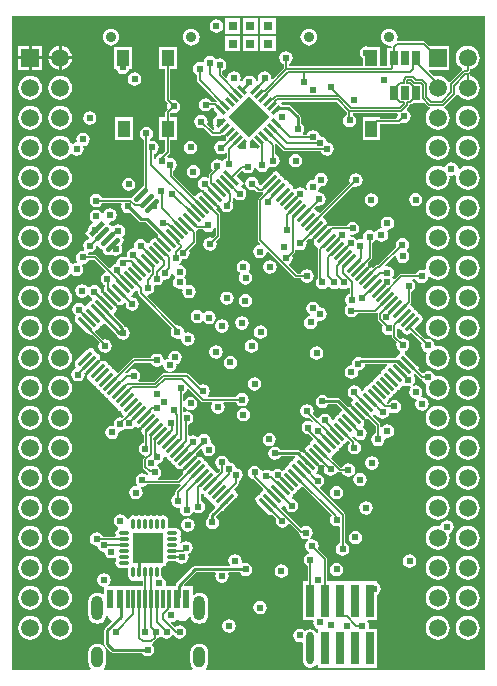
<source format=gtl>
G04*
G04 #@! TF.GenerationSoftware,Altium Limited,Altium Designer,20.1.12 (249)*
G04*
G04 Layer_Physical_Order=1*
G04 Layer_Color=255*
%FSLAX25Y25*%
%MOIN*%
G70*
G04*
G04 #@! TF.SameCoordinates,D38EF606-D903-4ADC-9098-C18FB5F004BE*
G04*
G04*
G04 #@! TF.FilePolarity,Positive*
G04*
G01*
G75*
G04:AMPARAMS|DCode=39|XSize=13.78mil|YSize=64.96mil|CornerRadius=0mil|HoleSize=0mil|Usage=FLASHONLY|Rotation=45.000|XOffset=0mil|YOffset=0mil|HoleType=Round|Shape=Round|*
%AMOVALD39*
21,1,0.05118,0.01378,0.00000,0.00000,135.0*
1,1,0.01378,0.01810,-0.01810*
1,1,0.01378,-0.01810,0.01810*
%
%ADD39OVALD39*%

G04:AMPARAMS|DCode=40|XSize=13.78mil|YSize=64.96mil|CornerRadius=0mil|HoleSize=0mil|Usage=FLASHONLY|Rotation=315.000|XOffset=0mil|YOffset=0mil|HoleType=Round|Shape=Round|*
%AMOVALD40*
21,1,0.05118,0.01378,0.00000,0.00000,45.0*
1,1,0.01378,-0.01810,-0.01810*
1,1,0.01378,0.01810,0.01810*
%
%ADD40OVALD40*%

G04:AMPARAMS|DCode=41|XSize=13.78mil|YSize=64.96mil|CornerRadius=0mil|HoleSize=0mil|Usage=FLASHONLY|Rotation=45.000|XOffset=0mil|YOffset=0mil|HoleType=Round|Shape=Rectangle|*
%AMROTATEDRECTD41*
4,1,4,0.01810,-0.02784,-0.02784,0.01810,-0.01810,0.02784,0.02784,-0.01810,0.01810,-0.02784,0.0*
%
%ADD41ROTATEDRECTD41*%

%ADD42O,0.01378X0.03937*%
%ADD43O,0.03937X0.01378*%
%ADD44R,0.09843X0.09843*%
G04:AMPARAMS|DCode=45|XSize=13.78mil|YSize=39.37mil|CornerRadius=0mil|HoleSize=0mil|Usage=FLASHONLY|Rotation=45.000|XOffset=0mil|YOffset=0mil|HoleType=Round|Shape=Round|*
%AMOVALD45*
21,1,0.02559,0.01378,0.00000,0.00000,135.0*
1,1,0.01378,0.00905,-0.00905*
1,1,0.01378,-0.00905,0.00905*
%
%ADD45OVALD45*%

G04:AMPARAMS|DCode=46|XSize=13.78mil|YSize=39.37mil|CornerRadius=0mil|HoleSize=0mil|Usage=FLASHONLY|Rotation=315.000|XOffset=0mil|YOffset=0mil|HoleType=Round|Shape=Round|*
%AMOVALD46*
21,1,0.02559,0.01378,0.00000,0.00000,45.0*
1,1,0.01378,-0.00905,-0.00905*
1,1,0.01378,0.00905,0.00905*
%
%ADD46OVALD46*%

%ADD47P,0.13919X4X360.0*%
G04:AMPARAMS|DCode=48|XSize=15.75mil|YSize=61.02mil|CornerRadius=0mil|HoleSize=0mil|Usage=FLASHONLY|Rotation=135.000|XOffset=0mil|YOffset=0mil|HoleType=Round|Shape=Round|*
%AMOVALD48*
21,1,0.04528,0.01575,0.00000,0.00000,225.0*
1,1,0.01575,0.01601,0.01601*
1,1,0.01575,-0.01601,-0.01601*
%
%ADD48OVALD48*%

G04:AMPARAMS|DCode=49|XSize=15.75mil|YSize=61.02mil|CornerRadius=0mil|HoleSize=0mil|Usage=FLASHONLY|Rotation=135.000|XOffset=0mil|YOffset=0mil|HoleType=Round|Shape=Rectangle|*
%AMROTATEDRECTD49*
4,1,4,0.02714,0.01601,-0.01601,-0.02714,-0.02714,-0.01601,0.01601,0.02714,0.02714,0.01601,0.0*
%
%ADD49ROTATEDRECTD49*%

%ADD50R,0.02559X0.10866*%
%ADD51O,0.02559X0.10866*%
%ADD52R,0.01181X0.06299*%
%ADD53R,0.02362X0.06299*%
%ADD54R,0.03150X0.03150*%
%ADD55R,0.03937X0.05512*%
%ADD56R,0.02559X0.04724*%
%ADD57C,0.01000*%
%ADD58C,0.00500*%
%ADD59C,0.03543*%
%ADD60C,0.05906*%
%ADD61R,0.05906X0.05906*%
%ADD62O,0.03937X0.08268*%
%ADD63O,0.03937X0.07087*%
%ADD64C,0.02400*%
G36*
X158646Y803D02*
X65570D01*
X65441Y1303D01*
X65861Y1849D01*
X66160Y2572D01*
X66262Y3347D01*
Y6496D01*
X66160Y7271D01*
X65861Y7993D01*
X65385Y8613D01*
X64765Y9089D01*
X64043Y9388D01*
X63268Y9490D01*
X62493Y9388D01*
X61771Y9089D01*
X61150Y8613D01*
X60675Y7993D01*
X60376Y7271D01*
X60274Y6496D01*
Y3347D01*
X60376Y2572D01*
X60675Y1849D01*
X61094Y1303D01*
X60965Y803D01*
X31554D01*
X31425Y1303D01*
X31845Y1849D01*
X32144Y2572D01*
X32246Y3347D01*
Y6496D01*
X32144Y7271D01*
X31845Y7993D01*
X31369Y8613D01*
X30749Y9089D01*
X30027Y9388D01*
X29252Y9490D01*
X28477Y9388D01*
X27755Y9089D01*
X27135Y8613D01*
X26659Y7993D01*
X26360Y7271D01*
X26258Y6496D01*
Y3347D01*
X26360Y2572D01*
X26659Y1849D01*
X27078Y1303D01*
X26950Y803D01*
X803D01*
Y218685D01*
X158646D01*
X158646Y803D01*
D02*
G37*
%LPC*%
G36*
X68996Y217597D02*
X68138Y217427D01*
X67410Y216940D01*
X66924Y216213D01*
X66753Y215354D01*
X66924Y214496D01*
X67410Y213768D01*
X68138Y213282D01*
X68996Y213111D01*
X69854Y213282D01*
X70582Y213768D01*
X71068Y214496D01*
X71239Y215354D01*
X71068Y216213D01*
X70582Y216940D01*
X69854Y217427D01*
X68996Y217597D01*
D02*
G37*
G36*
X88795Y217929D02*
X83646D01*
Y212779D01*
X88795D01*
Y217929D01*
D02*
G37*
G36*
X82890D02*
X77740D01*
Y212779D01*
X82890D01*
Y217929D01*
D02*
G37*
G36*
X76984D02*
X71835D01*
Y212779D01*
X76984D01*
Y217929D01*
D02*
G37*
G36*
X99803Y214410D02*
X99080Y214315D01*
X98405Y214035D01*
X97826Y213591D01*
X97382Y213012D01*
X97103Y212338D01*
X97008Y211614D01*
X97103Y210891D01*
X97382Y210216D01*
X97826Y209637D01*
X98405Y209193D01*
X99080Y208914D01*
X99803Y208819D01*
X100527Y208914D01*
X101201Y209193D01*
X101780Y209637D01*
X102224Y210216D01*
X102504Y210891D01*
X102599Y211614D01*
X102504Y212338D01*
X102224Y213012D01*
X101780Y213591D01*
X101201Y214035D01*
X100527Y214315D01*
X99803Y214410D01*
D02*
G37*
G36*
X60630D02*
X59906Y214315D01*
X59232Y214035D01*
X58653Y213591D01*
X58209Y213012D01*
X57930Y212338D01*
X57834Y211614D01*
X57930Y210891D01*
X58209Y210216D01*
X58653Y209637D01*
X59232Y209193D01*
X59906Y208914D01*
X60630Y208819D01*
X61353Y208914D01*
X62028Y209193D01*
X62607Y209637D01*
X63051Y210216D01*
X63330Y210891D01*
X63425Y211614D01*
X63330Y212338D01*
X63051Y213012D01*
X62607Y213591D01*
X62028Y214035D01*
X61353Y214315D01*
X60630Y214410D01*
D02*
G37*
G36*
X33858D02*
X33135Y214315D01*
X32460Y214035D01*
X31881Y213591D01*
X31437Y213012D01*
X31158Y212338D01*
X31063Y211614D01*
X31158Y210891D01*
X31437Y210216D01*
X31881Y209637D01*
X32460Y209193D01*
X33135Y208914D01*
X33858Y208819D01*
X34582Y208914D01*
X35256Y209193D01*
X35835Y209637D01*
X36279Y210216D01*
X36559Y210891D01*
X36654Y211614D01*
X36559Y212338D01*
X36279Y213012D01*
X35835Y213591D01*
X35256Y214035D01*
X34582Y214315D01*
X33858Y214410D01*
D02*
G37*
G36*
X88795Y212024D02*
X83646D01*
Y206874D01*
X88795D01*
Y212024D01*
D02*
G37*
G36*
X82890D02*
X77740D01*
Y206874D01*
X82890D01*
Y212024D01*
D02*
G37*
G36*
X76984D02*
X71835D01*
Y206874D01*
X76984D01*
Y212024D01*
D02*
G37*
G36*
X17390Y208685D02*
Y205264D01*
X20811D01*
X20741Y205796D01*
X20343Y206757D01*
X19709Y207583D01*
X18883Y208217D01*
X17922Y208615D01*
X17390Y208685D01*
D02*
G37*
G36*
X16390D02*
X15858Y208615D01*
X14896Y208217D01*
X14071Y207583D01*
X13437Y206757D01*
X13039Y205796D01*
X12969Y205264D01*
X16390D01*
Y208685D01*
D02*
G37*
G36*
X10842Y208717D02*
X7390D01*
Y205264D01*
X10842D01*
Y208717D01*
D02*
G37*
G36*
X6390D02*
X2937D01*
Y205264D01*
X6390D01*
Y208717D01*
D02*
G37*
G36*
X126575Y214410D02*
X125851Y214315D01*
X125177Y214035D01*
X124598Y213591D01*
X124154Y213012D01*
X123874Y212338D01*
X123779Y211614D01*
X123874Y210891D01*
X124154Y210216D01*
X124598Y209637D01*
X125177Y209193D01*
X125851Y208914D01*
X126575Y208819D01*
X126963Y208870D01*
X127371Y208478D01*
X127385Y208430D01*
Y207890D01*
X125870D01*
Y201866D01*
X123638D01*
Y208480D01*
X119803D01*
X118996Y208641D01*
X118190Y208480D01*
X117701D01*
Y208178D01*
X117410Y207984D01*
X116924Y207256D01*
X116753Y206398D01*
X116924Y205539D01*
X117410Y204812D01*
X117701Y204617D01*
Y201866D01*
X93060D01*
Y202702D01*
X93712Y203138D01*
X94198Y203866D01*
X94369Y204724D01*
X94198Y205583D01*
X93712Y206311D01*
X92984Y206797D01*
X92126Y206967D01*
X91268Y206797D01*
X90540Y206311D01*
X90054Y205583D01*
X89883Y204724D01*
X90054Y203866D01*
X90540Y203138D01*
X91268Y202652D01*
X91530Y202600D01*
Y201418D01*
X87705Y197592D01*
X87244Y197839D01*
X87283Y198031D01*
X87112Y198890D01*
X86625Y199618D01*
X85898Y200104D01*
X85039Y200275D01*
X84181Y200104D01*
X83453Y199618D01*
X82967Y198890D01*
X82796Y198031D01*
X82950Y197261D01*
X82907Y197135D01*
X82802Y196959D01*
X82723Y196857D01*
X82205Y196899D01*
X82092Y197468D01*
X81606Y198196D01*
X80878Y198682D01*
X80020Y198853D01*
X79161Y198682D01*
X78434Y198196D01*
X77947Y197468D01*
X77893Y197193D01*
X77367Y196900D01*
X77029Y197020D01*
X77016Y197052D01*
X77007Y197225D01*
X77168Y198031D01*
X76997Y198890D01*
X76511Y199618D01*
X75783Y200104D01*
X74924Y200275D01*
X74066Y200104D01*
X73338Y199618D01*
X72852Y198890D01*
X72684Y198044D01*
X72626Y198005D01*
X72217Y197804D01*
X70789Y199232D01*
Y200271D01*
X70883Y200290D01*
X71611Y200776D01*
X72097Y201504D01*
X72268Y202362D01*
X72097Y203221D01*
X71611Y203948D01*
X70883Y204434D01*
X70025Y204605D01*
X69166Y204434D01*
X68855Y204227D01*
X68515Y204736D01*
X67787Y205222D01*
X66929Y205393D01*
X66071Y205222D01*
X65343Y204736D01*
X64857Y204008D01*
X64758Y203512D01*
X64244Y203253D01*
X63386Y203424D01*
X62527Y203253D01*
X61800Y202767D01*
X61313Y202040D01*
X61143Y201181D01*
X61313Y200323D01*
X61800Y199595D01*
X62527Y199109D01*
X62621Y199090D01*
Y197202D01*
X62679Y196909D01*
X62845Y196661D01*
X69034Y190473D01*
X68727Y190077D01*
X68434Y190135D01*
X67343D01*
X66967Y190697D01*
X66240Y191183D01*
X65381Y191354D01*
X64523Y191183D01*
X63795Y190697D01*
X63309Y189969D01*
X63138Y189111D01*
X63309Y188253D01*
X63795Y187525D01*
X64523Y187039D01*
X65381Y186868D01*
X66240Y187039D01*
X66967Y187525D01*
X67398Y188169D01*
X67491Y188192D01*
X67565Y188179D01*
X68024Y187880D01*
X68111Y187443D01*
X68485Y186884D01*
X69314Y186055D01*
X69204Y185582D01*
X69141Y185520D01*
X68438Y185051D01*
X67952Y184323D01*
X67781Y183465D01*
X67952Y182606D01*
X68070Y182429D01*
X67980Y181977D01*
X68111Y181318D01*
X68275Y181073D01*
X68037Y180530D01*
X67828Y180498D01*
X65799Y182527D01*
X65852Y182606D01*
X66023Y183465D01*
X65852Y184323D01*
X65366Y185051D01*
X64638Y185537D01*
X63779Y185708D01*
X62921Y185537D01*
X62193Y185051D01*
X61707Y184323D01*
X61536Y183465D01*
X61707Y182606D01*
X62193Y181878D01*
X62921Y181392D01*
X63779Y181221D01*
X64638Y181392D01*
X64717Y181445D01*
X67176Y178987D01*
X67424Y178821D01*
X67716Y178763D01*
X70037D01*
X70329Y178821D01*
X70553Y178971D01*
X71094Y178863D01*
X71753Y178994D01*
X72312Y179367D01*
X72661Y179019D01*
X72287Y178460D01*
X72156Y177801D01*
X72263Y177267D01*
X71670Y176674D01*
X71368Y176875D01*
X70509Y177046D01*
X69651Y176875D01*
X68923Y176389D01*
X68437Y175662D01*
X68266Y174803D01*
X68437Y173945D01*
X68923Y173217D01*
X69651Y172731D01*
X70509Y172560D01*
X71368Y172731D01*
X71964Y173129D01*
X72464Y172936D01*
Y171382D01*
X72370Y171364D01*
X71642Y170877D01*
X71408Y170528D01*
X70914Y170367D01*
X70187Y170853D01*
X69328Y171024D01*
X68470Y170853D01*
X67742Y170367D01*
X67256Y169639D01*
X67085Y168781D01*
X67256Y167922D01*
X67721Y167227D01*
X66782Y166289D01*
X66616Y166041D01*
X66558Y165748D01*
Y164966D01*
X66117Y164731D01*
X65885Y164886D01*
X65026Y165057D01*
X64168Y164886D01*
X63440Y164400D01*
X62954Y163672D01*
X62783Y162814D01*
X62954Y161955D01*
X63440Y161228D01*
X64168Y160741D01*
X64924Y160591D01*
X64980Y160313D01*
X65353Y159755D01*
X65004Y159406D01*
X64446Y159780D01*
X63787Y159911D01*
X63128Y159780D01*
X62569Y159406D01*
X62196Y158848D01*
X62185Y158795D01*
X61643Y158630D01*
X54491Y165782D01*
Y167141D01*
X55153Y167583D01*
X55639Y168311D01*
X55810Y169169D01*
X55639Y170028D01*
X55153Y170755D01*
X54425Y171242D01*
X53567Y171412D01*
X52875Y171275D01*
X52860Y171349D01*
X52499Y171890D01*
X53297Y172688D01*
X53462Y172936D01*
X53521Y173228D01*
Y177347D01*
X55724D01*
Y184858D01*
X53521D01*
Y186140D01*
X53659Y186289D01*
X53938Y186496D01*
X54724Y186340D01*
X55583Y186510D01*
X56310Y186997D01*
X56797Y187724D01*
X56968Y188583D01*
X56797Y189441D01*
X56310Y190169D01*
X55583Y190655D01*
X54724Y190826D01*
X53938Y190669D01*
X53659Y190877D01*
X53521Y191026D01*
Y200969D01*
X55724D01*
Y208480D01*
X49787D01*
Y200969D01*
X51991D01*
Y190551D01*
X52049Y190259D01*
X52215Y190010D01*
X52705Y189521D01*
X52652Y189441D01*
X52481Y188583D01*
X52652Y187724D01*
X52705Y187645D01*
X52215Y187155D01*
X52049Y186907D01*
X51991Y186614D01*
Y184858D01*
X49787D01*
Y177347D01*
X51991D01*
Y173545D01*
X51115Y172669D01*
X50787Y172734D01*
X49929Y172563D01*
X49201Y172077D01*
X48715Y171349D01*
X48607Y170807D01*
X48107Y170856D01*
Y172767D01*
X48420Y172829D01*
X49148Y173316D01*
X49634Y174043D01*
X49805Y174902D01*
X49634Y175760D01*
X49148Y176488D01*
X48420Y176974D01*
X47562Y177145D01*
X47314Y177095D01*
X46805Y177504D01*
X46802Y177638D01*
X47255Y177942D01*
X47742Y178669D01*
X47912Y179528D01*
X47742Y180386D01*
X47255Y181114D01*
X46528Y181600D01*
X45669Y181771D01*
X44811Y181600D01*
X44083Y181114D01*
X43597Y180386D01*
X43426Y179528D01*
X43597Y178669D01*
X44083Y177942D01*
X44811Y177455D01*
X44847Y177448D01*
Y162230D01*
X44266Y161841D01*
X41064Y158640D01*
X40669Y158049D01*
X40638Y157892D01*
X40638Y157891D01*
X40345Y157950D01*
X31028D01*
X31009Y158043D01*
X30523Y158771D01*
X29795Y159257D01*
X28937Y159428D01*
X28079Y159257D01*
X27351Y158771D01*
X26865Y158043D01*
X26694Y157185D01*
X26865Y156327D01*
X27351Y155599D01*
X28079Y155113D01*
X28937Y154942D01*
X29795Y155113D01*
X30523Y155599D01*
X31009Y156327D01*
X31028Y156420D01*
X37128D01*
X37431Y155920D01*
X37294Y155235D01*
X37465Y154377D01*
X37951Y153649D01*
X38679Y153163D01*
X39537Y152992D01*
X40205Y153125D01*
X43131Y150199D01*
X43462Y149978D01*
X43852Y149901D01*
X45577D01*
X49584Y145895D01*
X49537Y145661D01*
X49668Y145002D01*
X50042Y144444D01*
X49693Y144095D01*
X49134Y144468D01*
X48475Y144599D01*
X47816Y144468D01*
X47258Y144095D01*
X46884Y143536D01*
X46808Y143153D01*
X46424Y143076D01*
X46285Y142983D01*
X45775Y142986D01*
X45677Y143133D01*
X45289Y143714D01*
X44561Y144200D01*
X43703Y144371D01*
X42844Y144200D01*
X42116Y143714D01*
X41630Y142986D01*
X41460Y142128D01*
X41547Y141688D01*
X41339Y141219D01*
X40480Y141049D01*
X39753Y140562D01*
X39266Y139835D01*
X39096Y138976D01*
X39182Y138541D01*
X38732Y138240D01*
X38654Y138293D01*
X37795Y138463D01*
X36937Y138293D01*
X36209Y137806D01*
X35723Y137079D01*
X35552Y136220D01*
X35585Y136053D01*
X34968Y135931D01*
X34241Y135444D01*
X33830Y134830D01*
X33275Y134677D01*
X29223Y138730D01*
X28975Y138895D01*
X28682Y138954D01*
X26500D01*
X26482Y139047D01*
X26201Y139468D01*
X26501Y139918D01*
X26772Y139864D01*
X27630Y140035D01*
X28358Y140521D01*
X28844Y141249D01*
X29015Y142107D01*
X29489Y142124D01*
X29534Y141899D01*
X29929Y141308D01*
X30520Y140913D01*
X31207Y140777D01*
X31343Y140090D01*
X31738Y139499D01*
X32329Y139103D01*
X33027Y138965D01*
X33724Y139103D01*
X33977Y139272D01*
X34574Y138873D01*
X35432Y138703D01*
X36291Y138873D01*
X37018Y139360D01*
X37505Y140087D01*
X37675Y140946D01*
X37505Y141804D01*
X37151Y142334D01*
X37517Y142700D01*
X37912Y143291D01*
X38051Y143989D01*
X37912Y144686D01*
X37597Y145157D01*
X37905Y145363D01*
X38391Y146090D01*
X38562Y146949D01*
X38391Y147807D01*
X37905Y148535D01*
X37177Y149021D01*
X36319Y149192D01*
X35460Y149021D01*
X34733Y148535D01*
X34722Y148518D01*
X34135Y148541D01*
X33898Y148896D01*
X33668Y149050D01*
X33327Y149417D01*
X33217Y149657D01*
X33366Y149936D01*
X33502Y150126D01*
X34322Y150289D01*
X35050Y150775D01*
X35536Y151503D01*
X35707Y152361D01*
X35536Y153220D01*
X35050Y153947D01*
X34322Y154434D01*
X33464Y154604D01*
X32605Y154434D01*
X31878Y153947D01*
X31391Y153220D01*
X31366Y153094D01*
X30836Y152989D01*
X30523Y153456D01*
X29795Y153942D01*
X28937Y154113D01*
X28079Y153942D01*
X27351Y153456D01*
X26865Y152728D01*
X26694Y151870D01*
X26865Y151012D01*
X27351Y150284D01*
X27706Y150047D01*
X27600Y149516D01*
X27586Y149513D01*
X26859Y149027D01*
X26373Y148299D01*
X26202Y147441D01*
X26217Y147363D01*
X25071Y146216D01*
X26483Y144803D01*
X26319Y144261D01*
X25913Y144180D01*
X25185Y143694D01*
X24699Y142966D01*
X24529Y142107D01*
X24699Y141249D01*
X24981Y140828D01*
X24680Y140378D01*
X24409Y140432D01*
X23551Y140261D01*
X22823Y139775D01*
X22337Y139047D01*
X22166Y138189D01*
X22337Y137331D01*
X22572Y136978D01*
X22528Y136815D01*
X22311Y136469D01*
X21583Y136324D01*
X21176Y136052D01*
X20561Y136230D01*
X20343Y136757D01*
X19709Y137583D01*
X18883Y138216D01*
X17922Y138615D01*
X16890Y138751D01*
X15858Y138615D01*
X14896Y138216D01*
X14071Y137583D01*
X13437Y136757D01*
X13039Y135796D01*
X12903Y134764D01*
X13039Y133732D01*
X13437Y132770D01*
X14071Y131945D01*
X14896Y131311D01*
X15858Y130913D01*
X16890Y130777D01*
X17922Y130913D01*
X18883Y131311D01*
X19709Y131945D01*
X20257Y132660D01*
X20810Y132732D01*
X20855Y132666D01*
X21583Y132179D01*
X22441Y132009D01*
X23299Y132179D01*
X24027Y132666D01*
X24513Y133393D01*
X24684Y134252D01*
X24513Y135110D01*
X24278Y135462D01*
X24322Y135626D01*
X24539Y135972D01*
X25268Y136117D01*
X25996Y136603D01*
X26482Y137331D01*
X26500Y137424D01*
X28365D01*
X32108Y133682D01*
X31963Y133203D01*
X31819Y133175D01*
X31091Y132688D01*
X30605Y131961D01*
X30434Y131102D01*
X30605Y130244D01*
X31091Y129516D01*
X31637Y129152D01*
X31811Y128944D01*
X31776Y128529D01*
X31573Y128225D01*
X31442Y127566D01*
X31573Y126907D01*
X31946Y126348D01*
X31598Y126000D01*
X31039Y126373D01*
X30522Y126476D01*
X30590Y126816D01*
X30419Y127674D01*
X29933Y128402D01*
X29205Y128888D01*
X28346Y129059D01*
X27488Y128888D01*
X26760Y128402D01*
X26664Y128258D01*
X26063D01*
X25799Y128653D01*
X25071Y129139D01*
X24213Y129310D01*
X23354Y129139D01*
X22626Y128653D01*
X22140Y127925D01*
X21970Y127067D01*
X22140Y126208D01*
X22626Y125481D01*
X23354Y124995D01*
X24213Y124824D01*
X25071Y124995D01*
X25799Y125481D01*
X25895Y125625D01*
X26496D01*
X26760Y125230D01*
X27488Y124743D01*
X27516Y124228D01*
X27397Y124049D01*
X27321Y123665D01*
X26937Y123589D01*
X26379Y123216D01*
X26005Y122657D01*
X25929Y122274D01*
X25545Y122197D01*
X25126Y121917D01*
X24814Y122384D01*
X24087Y122871D01*
X23228Y123041D01*
X22370Y122871D01*
X21642Y122384D01*
X21156Y121657D01*
X20985Y120798D01*
X21156Y119940D01*
X21642Y119212D01*
X22109Y118900D01*
X21829Y118481D01*
X21698Y117822D01*
X21829Y117163D01*
X22203Y116605D01*
X25822Y112986D01*
X26380Y112612D01*
X27039Y112481D01*
X27376Y112548D01*
X30052Y109871D01*
X29817Y109520D01*
X29647Y108661D01*
X29817Y107803D01*
X30304Y107075D01*
X31031Y106589D01*
X31890Y106418D01*
X32748Y106589D01*
X33476Y107075D01*
X33962Y107803D01*
X34133Y108661D01*
X33962Y109520D01*
X33476Y110248D01*
X32748Y110734D01*
X31890Y110905D01*
X31299Y110787D01*
X28610Y113476D01*
X28628Y113541D01*
X28630Y113544D01*
X28634Y113563D01*
X28735Y113934D01*
X29090Y114004D01*
X29649Y114377D01*
X30022Y114936D01*
X30099Y115320D01*
X30482Y115396D01*
X31041Y115770D01*
X31295Y116150D01*
X31875Y116277D01*
X35772Y112380D01*
X35821Y112134D01*
X36308Y111406D01*
X37035Y110920D01*
X37894Y110749D01*
X38752Y110920D01*
X39480Y111406D01*
X39966Y112134D01*
X40137Y112992D01*
X39966Y113850D01*
X39480Y114578D01*
X38752Y115065D01*
X38576Y115099D01*
X38568Y115143D01*
X38347Y115473D01*
X34709Y119111D01*
X34836Y119691D01*
X35217Y119945D01*
X35590Y120504D01*
X35721Y121163D01*
X35590Y121822D01*
X35217Y122381D01*
X35565Y122729D01*
X36124Y122356D01*
X36783Y122225D01*
X37442Y122356D01*
X38001Y122729D01*
X38294Y123168D01*
X38765Y122973D01*
X38702Y122656D01*
X38873Y121798D01*
X39359Y121070D01*
X40086Y120584D01*
X40945Y120413D01*
X41803Y120584D01*
X42531Y121070D01*
X43017Y121798D01*
X43188Y122656D01*
X43017Y123515D01*
X42531Y124242D01*
X41803Y124729D01*
X40945Y124899D01*
X40690Y124849D01*
X40495Y125320D01*
X40785Y125513D01*
X41158Y126072D01*
X41234Y126455D01*
X41618Y126532D01*
X42176Y126905D01*
X42495Y127382D01*
X42866Y127346D01*
X42995Y127298D01*
Y126221D01*
X43053Y125928D01*
X43219Y125680D01*
X54241Y114658D01*
X53898Y114146D01*
X53728Y113287D01*
X53898Y112429D01*
X54384Y111701D01*
X55112Y111215D01*
X55971Y111044D01*
X56730Y111195D01*
X56950Y111116D01*
X57234Y110884D01*
X57376Y110165D01*
X57863Y109438D01*
X58590Y108951D01*
X59449Y108781D01*
X60307Y108951D01*
X61035Y109438D01*
X61521Y110165D01*
X61692Y111024D01*
X61521Y111882D01*
X61035Y112610D01*
X60307Y113096D01*
X59449Y113267D01*
X58689Y113116D01*
X58469Y113195D01*
X58186Y113427D01*
X58043Y114146D01*
X57557Y114874D01*
X56829Y115360D01*
X55971Y115531D01*
X55604Y115458D01*
X45812Y125250D01*
X46058Y125711D01*
X46063Y125710D01*
X46921Y125880D01*
X47649Y126367D01*
X48135Y127094D01*
X48306Y127953D01*
X48179Y128592D01*
X48574Y128986D01*
X49213Y128859D01*
X50071Y129030D01*
X50799Y129516D01*
X51285Y130244D01*
X51420Y130924D01*
X51814Y130846D01*
X52672Y131017D01*
X53400Y131503D01*
X53886Y132231D01*
X54036Y132983D01*
X54545D01*
X54620Y132606D01*
X55107Y131878D01*
X55037Y131412D01*
X54639Y130817D01*
X54468Y129959D01*
X54639Y129100D01*
X55125Y128373D01*
X55853Y127886D01*
X56711Y127716D01*
X57364Y127846D01*
X57373Y127842D01*
X57754Y127461D01*
X57757Y127453D01*
X57627Y126800D01*
X57798Y125941D01*
X58284Y125214D01*
X59012Y124727D01*
X59871Y124557D01*
X60729Y124727D01*
X61457Y125214D01*
X61943Y125941D01*
X62114Y126800D01*
X61943Y127658D01*
X61457Y128386D01*
X60729Y128872D01*
X59871Y129043D01*
X59218Y128913D01*
X59209Y128917D01*
X58828Y129297D01*
X58825Y129306D01*
X58955Y129959D01*
X58784Y130817D01*
X58297Y131545D01*
X58368Y132011D01*
X58765Y132606D01*
X58936Y133464D01*
X58765Y134323D01*
X58279Y135050D01*
X57551Y135537D01*
X56693Y135707D01*
X56682Y135705D01*
X56487Y136176D01*
X57098Y136584D01*
X57584Y137312D01*
X57642Y137602D01*
X57917Y137548D01*
X58775Y137718D01*
X59503Y138205D01*
X59989Y138932D01*
X60160Y139791D01*
X59989Y140649D01*
X59930Y140738D01*
X61958Y142766D01*
X62124Y143014D01*
X62182Y143307D01*
Y146639D01*
X62124Y146931D01*
X62364Y147384D01*
X62497Y147411D01*
X62871Y147661D01*
X64433D01*
X64653Y147330D01*
X65381Y146844D01*
X66239Y146673D01*
X67098Y146844D01*
X67825Y147330D01*
X68312Y148058D01*
X68312Y148058D01*
X68812Y148009D01*
Y145582D01*
X67867Y144637D01*
X67787Y144691D01*
X66929Y144861D01*
X66071Y144691D01*
X65343Y144204D01*
X64857Y143476D01*
X64686Y142618D01*
X64857Y141760D01*
X65343Y141032D01*
X66071Y140546D01*
X66929Y140375D01*
X67787Y140546D01*
X68515Y141032D01*
X69002Y141760D01*
X69172Y142618D01*
X69002Y143476D01*
X68948Y143556D01*
X70117Y144725D01*
X70283Y144973D01*
X70341Y145265D01*
Y152399D01*
X70341Y152399D01*
X70283Y152692D01*
X70117Y152940D01*
X70117Y152940D01*
X69021Y154035D01*
X69128Y154570D01*
X68997Y155229D01*
X68623Y155787D01*
X68972Y156136D01*
X69531Y155763D01*
X69764Y155716D01*
X70198Y155512D01*
X70271Y155144D01*
X70369Y154653D01*
X70855Y153926D01*
X71583Y153439D01*
X72441Y153269D01*
X73299Y153439D01*
X74027Y153926D01*
X74513Y154653D01*
X74684Y155512D01*
X74513Y156370D01*
X74279Y156721D01*
X74329Y156796D01*
X74387Y157088D01*
Y158140D01*
X74887Y158291D01*
X75186Y157844D01*
X75913Y157358D01*
X76772Y157187D01*
X77630Y157358D01*
X78358Y157844D01*
X78844Y158572D01*
X79015Y159430D01*
X78844Y160289D01*
X78358Y161016D01*
X77630Y161503D01*
X77397Y161549D01*
X77252Y162027D01*
X78146Y162921D01*
X75683Y165384D01*
X77372Y167074D01*
X77870Y167025D01*
X77941Y166918D01*
X78669Y166432D01*
X79528Y166261D01*
X80386Y166432D01*
X81114Y166918D01*
X81600Y167646D01*
X81674Y168018D01*
X82140Y168038D01*
X82186Y168029D01*
X82666Y167312D01*
X83394Y166825D01*
X84252Y166655D01*
X85110Y166825D01*
X85838Y167312D01*
X86324Y168039D01*
X86375Y168294D01*
X86837Y168485D01*
X86937Y168419D01*
X87795Y168248D01*
X88654Y168419D01*
X89381Y168905D01*
X89868Y169632D01*
X90038Y170491D01*
X89868Y171349D01*
X89381Y172077D01*
X88654Y172563D01*
X88560Y172582D01*
Y175577D01*
X88502Y175869D01*
X88898Y176177D01*
X91206Y173869D01*
X91206Y173869D01*
X91454Y173703D01*
X91746Y173645D01*
X91746Y173645D01*
X103814D01*
X103833Y173551D01*
X104319Y172823D01*
X105047Y172337D01*
X105905Y172166D01*
X106764Y172337D01*
X107492Y172823D01*
X107978Y173551D01*
X108149Y174409D01*
X107978Y175268D01*
X107492Y175996D01*
X106764Y176482D01*
X105905Y176653D01*
X105738Y176619D01*
X105615Y177236D01*
X105129Y177964D01*
X104402Y178450D01*
X103543Y178621D01*
X103376Y178587D01*
X103253Y179205D01*
X102767Y179933D01*
X102040Y180419D01*
X101181Y180590D01*
X100323Y180419D01*
X99595Y179933D01*
X99109Y179205D01*
X99090Y179111D01*
X97874D01*
X97712Y179611D01*
X98135Y180244D01*
X98306Y181102D01*
X98135Y181961D01*
X97649Y182688D01*
X97083Y183067D01*
Y185039D01*
X97005Y185430D01*
X96784Y185760D01*
X93722Y188823D01*
X93391Y189044D01*
X93001Y189121D01*
X91096D01*
X90964Y189319D01*
X90442Y189668D01*
X90438Y189704D01*
X90744Y190168D01*
X109144D01*
X112520Y186792D01*
Y185926D01*
X111800Y185444D01*
X111313Y184717D01*
X111143Y183858D01*
X111313Y183000D01*
X111800Y182272D01*
X112527Y181786D01*
X113386Y181615D01*
X114244Y181786D01*
X114972Y182272D01*
X115458Y183000D01*
X115629Y183858D01*
X115458Y184717D01*
X114972Y185444D01*
X114374Y185844D01*
X114526Y186344D01*
X129035D01*
X129374Y185844D01*
X129253Y185236D01*
X129325Y184873D01*
X128915Y184373D01*
X123638D01*
Y184858D01*
X117701D01*
Y177347D01*
X123638D01*
Y182844D01*
X129868D01*
X130161Y182902D01*
X130409Y183068D01*
X130558Y183217D01*
X130638Y183164D01*
X131496Y182993D01*
X132354Y183164D01*
X133082Y183650D01*
X133568Y184378D01*
X133739Y185236D01*
X133568Y186095D01*
X133082Y186822D01*
X132508Y187206D01*
X132371Y187776D01*
X132930Y188336D01*
X132931Y188336D01*
X133096Y188584D01*
X133154Y188877D01*
X133472Y189233D01*
X133600D01*
X133893Y189292D01*
X134141Y189457D01*
X134432Y189748D01*
X137909D01*
Y189748D01*
X138174Y189858D01*
X139415Y188617D01*
X139415Y188617D01*
X139663Y188451D01*
X139956Y188393D01*
X139956Y188393D01*
X140131D01*
X140301Y187893D01*
X139897Y187583D01*
X139264Y186757D01*
X138865Y185796D01*
X138730Y184764D01*
X138865Y183732D01*
X139264Y182770D01*
X139897Y181945D01*
X140723Y181311D01*
X141685Y180913D01*
X142717Y180777D01*
X143748Y180913D01*
X144710Y181311D01*
X145536Y181945D01*
X146169Y182770D01*
X146568Y183732D01*
X146703Y184764D01*
X146568Y185796D01*
X146169Y186757D01*
X145536Y187583D01*
X144976Y188012D01*
X144974Y188018D01*
X145028Y188603D01*
X145049Y188617D01*
X148740Y192307D01*
X148861Y192489D01*
X149185Y192563D01*
X149418Y192569D01*
X149897Y191945D01*
X150723Y191311D01*
X151685Y190913D01*
X152717Y190777D01*
X153748Y190913D01*
X154710Y191311D01*
X155536Y191945D01*
X156169Y192770D01*
X156568Y193732D01*
X156703Y194764D01*
X156568Y195796D01*
X156169Y196757D01*
X155536Y197583D01*
X154710Y198216D01*
X153748Y198615D01*
X153481Y198650D01*
Y198971D01*
X153423Y199264D01*
X153257Y199512D01*
X153005Y199764D01*
X153257Y200016D01*
X153423Y200264D01*
X153481Y200557D01*
Y200878D01*
X153748Y200913D01*
X154710Y201311D01*
X155536Y201945D01*
X156169Y202770D01*
X156568Y203732D01*
X156703Y204764D01*
X156568Y205796D01*
X156169Y206757D01*
X155536Y207583D01*
X154710Y208217D01*
X153748Y208615D01*
X152717Y208751D01*
X151685Y208615D01*
X150723Y208217D01*
X149897Y207583D01*
X149264Y206757D01*
X148865Y205796D01*
X148730Y204764D01*
X148865Y203732D01*
X149264Y202770D01*
X149897Y201945D01*
X150723Y201311D01*
X150822Y201270D01*
X150889Y201116D01*
X150912Y200692D01*
X146789Y196568D01*
X146329Y196603D01*
X146208Y196664D01*
X146169Y196757D01*
X145536Y197583D01*
X144710Y198216D01*
X143748Y198615D01*
X142717Y198751D01*
X141685Y198615D01*
X141583Y198573D01*
X139807Y200349D01*
X139998Y200811D01*
X146669D01*
Y208717D01*
X139845D01*
X138572Y209990D01*
X138324Y210155D01*
X138031Y210213D01*
X129536D01*
X129202Y210714D01*
X129275Y210891D01*
X129370Y211614D01*
X129275Y212338D01*
X128996Y213012D01*
X128552Y213591D01*
X127973Y214035D01*
X127298Y214315D01*
X126575Y214410D01*
D02*
G37*
G36*
X20811Y204264D02*
X17390D01*
Y200843D01*
X17922Y200913D01*
X18883Y201311D01*
X19709Y201945D01*
X20343Y202770D01*
X20741Y203732D01*
X20811Y204264D01*
D02*
G37*
G36*
X16390D02*
X12969D01*
X13039Y203732D01*
X13437Y202770D01*
X14071Y201945D01*
X14896Y201311D01*
X15858Y200913D01*
X16390Y200843D01*
Y204264D01*
D02*
G37*
G36*
X10842D02*
X7390D01*
Y200811D01*
X10842D01*
Y204264D01*
D02*
G37*
G36*
X6390D02*
X2937D01*
Y200811D01*
X6390D01*
Y204264D01*
D02*
G37*
G36*
X40764Y208480D02*
X34827D01*
Y200969D01*
X35673D01*
X35723Y200716D01*
X36209Y199989D01*
X36937Y199502D01*
X37795Y199332D01*
X38654Y199502D01*
X39381Y199989D01*
X39868Y200716D01*
X39918Y200969D01*
X40764D01*
Y208480D01*
D02*
G37*
G36*
X41732Y199881D02*
X40874Y199710D01*
X40146Y199224D01*
X39660Y198496D01*
X39489Y197638D01*
X39660Y196779D01*
X40146Y196052D01*
X40874Y195565D01*
X41732Y195395D01*
X42591Y195565D01*
X43318Y196052D01*
X43805Y196779D01*
X43975Y197638D01*
X43805Y198496D01*
X43318Y199224D01*
X42591Y199710D01*
X41732Y199881D01*
D02*
G37*
G36*
X16890Y198751D02*
X15858Y198615D01*
X14896Y198216D01*
X14071Y197583D01*
X13437Y196757D01*
X13039Y195796D01*
X12903Y194764D01*
X13039Y193732D01*
X13437Y192770D01*
X14071Y191945D01*
X14896Y191311D01*
X15858Y190913D01*
X16890Y190777D01*
X17922Y190913D01*
X18883Y191311D01*
X19709Y191945D01*
X20343Y192770D01*
X20741Y193732D01*
X20877Y194764D01*
X20741Y195796D01*
X20343Y196757D01*
X19709Y197583D01*
X18883Y198216D01*
X17922Y198615D01*
X16890Y198751D01*
D02*
G37*
G36*
X6890D02*
X5858Y198615D01*
X4896Y198216D01*
X4071Y197583D01*
X3437Y196757D01*
X3039Y195796D01*
X2903Y194764D01*
X3039Y193732D01*
X3437Y192770D01*
X4071Y191945D01*
X4896Y191311D01*
X5858Y190913D01*
X6890Y190777D01*
X7922Y190913D01*
X8883Y191311D01*
X9709Y191945D01*
X10343Y192770D01*
X10741Y193732D01*
X10877Y194764D01*
X10741Y195796D01*
X10343Y196757D01*
X9709Y197583D01*
X8883Y198216D01*
X7922Y198615D01*
X6890Y198751D01*
D02*
G37*
G36*
X26772Y186889D02*
X25913Y186718D01*
X25185Y186232D01*
X24699Y185504D01*
X24529Y184646D01*
X24699Y183787D01*
X25185Y183060D01*
X25913Y182573D01*
X26772Y182403D01*
X27630Y182573D01*
X28358Y183060D01*
X28844Y183787D01*
X29015Y184646D01*
X28844Y185504D01*
X28358Y186232D01*
X27630Y186718D01*
X26772Y186889D01*
D02*
G37*
G36*
X152717Y188751D02*
X151685Y188615D01*
X150723Y188216D01*
X149897Y187583D01*
X149264Y186757D01*
X148865Y185796D01*
X148730Y184764D01*
X148865Y183732D01*
X149264Y182770D01*
X149897Y181945D01*
X150723Y181311D01*
X151685Y180913D01*
X152717Y180777D01*
X153748Y180913D01*
X154710Y181311D01*
X155536Y181945D01*
X156169Y182770D01*
X156568Y183732D01*
X156703Y184764D01*
X156568Y185796D01*
X156169Y186757D01*
X155536Y187583D01*
X154710Y188216D01*
X153748Y188615D01*
X152717Y188751D01*
D02*
G37*
G36*
X16890D02*
X15858Y188615D01*
X14896Y188216D01*
X14071Y187583D01*
X13437Y186757D01*
X13039Y185796D01*
X12903Y184764D01*
X13039Y183732D01*
X13437Y182770D01*
X14071Y181945D01*
X14896Y181311D01*
X15858Y180913D01*
X16890Y180777D01*
X17922Y180913D01*
X18883Y181311D01*
X19709Y181945D01*
X20343Y182770D01*
X20741Y183732D01*
X20877Y184764D01*
X20741Y185796D01*
X20343Y186757D01*
X19709Y187583D01*
X18883Y188216D01*
X17922Y188615D01*
X16890Y188751D01*
D02*
G37*
G36*
X6890D02*
X5858Y188615D01*
X4896Y188216D01*
X4071Y187583D01*
X3437Y186757D01*
X3039Y185796D01*
X2903Y184764D01*
X3039Y183732D01*
X3437Y182770D01*
X4071Y181945D01*
X4896Y181311D01*
X5858Y180913D01*
X6890Y180777D01*
X7922Y180913D01*
X8883Y181311D01*
X9709Y181945D01*
X10343Y182770D01*
X10741Y183732D01*
X10877Y184764D01*
X10741Y185796D01*
X10343Y186757D01*
X9709Y187583D01*
X8883Y188216D01*
X7922Y188615D01*
X6890Y188751D01*
D02*
G37*
G36*
X38189Y184920D02*
X37877Y184858D01*
X35221D01*
Y177347D01*
X41157D01*
Y184858D01*
X38501D01*
X38189Y184920D01*
D02*
G37*
G36*
X24545Y179802D02*
X23686Y179631D01*
X22959Y179145D01*
X22472Y178418D01*
X22302Y177559D01*
X22391Y177110D01*
X22453Y176695D01*
X22028Y176567D01*
X21601Y176482D01*
X21128Y176166D01*
X20528Y176310D01*
X20343Y176757D01*
X19709Y177583D01*
X18883Y178217D01*
X17922Y178615D01*
X16890Y178751D01*
X15858Y178615D01*
X14896Y178217D01*
X14071Y177583D01*
X13437Y176757D01*
X13039Y175796D01*
X12903Y174764D01*
X13039Y173732D01*
X13437Y172770D01*
X14071Y171945D01*
X14896Y171311D01*
X15858Y170913D01*
X16890Y170777D01*
X17922Y170913D01*
X18883Y171311D01*
X19709Y171945D01*
X20324Y172746D01*
X20377Y172806D01*
X20801Y172847D01*
X20899Y172806D01*
X21601Y172337D01*
X22459Y172166D01*
X23318Y172337D01*
X24046Y172823D01*
X24532Y173551D01*
X24702Y174409D01*
X24613Y174859D01*
X24551Y175274D01*
X24976Y175402D01*
X25403Y175487D01*
X26131Y175973D01*
X26617Y176701D01*
X26788Y177559D01*
X26617Y178418D01*
X26131Y179145D01*
X25403Y179631D01*
X24545Y179802D01*
D02*
G37*
G36*
X60417Y177129D02*
X59559Y176958D01*
X58831Y176472D01*
X58345Y175744D01*
X58174Y174885D01*
X58345Y174027D01*
X58831Y173299D01*
X59559Y172813D01*
X60417Y172642D01*
X61275Y172813D01*
X62003Y173299D01*
X62489Y174027D01*
X62660Y174885D01*
X62489Y175744D01*
X62003Y176472D01*
X61275Y176958D01*
X60417Y177129D01*
D02*
G37*
G36*
X152717Y178751D02*
X151685Y178615D01*
X150723Y178217D01*
X149897Y177583D01*
X149264Y176757D01*
X148865Y175796D01*
X148730Y174764D01*
X148865Y173732D01*
X149264Y172770D01*
X149897Y171945D01*
X150723Y171311D01*
X151685Y170913D01*
X152717Y170777D01*
X153748Y170913D01*
X154710Y171311D01*
X155536Y171945D01*
X156169Y172770D01*
X156568Y173732D01*
X156703Y174764D01*
X156568Y175796D01*
X156169Y176757D01*
X155536Y177583D01*
X154710Y178217D01*
X153748Y178615D01*
X152717Y178751D01*
D02*
G37*
G36*
X142717D02*
X141685Y178615D01*
X140723Y178217D01*
X139897Y177583D01*
X139264Y176757D01*
X138865Y175796D01*
X138730Y174764D01*
X138865Y173732D01*
X139264Y172770D01*
X139897Y171945D01*
X140723Y171311D01*
X141685Y170913D01*
X142717Y170777D01*
X143748Y170913D01*
X144710Y171311D01*
X145536Y171945D01*
X146169Y172770D01*
X146568Y173732D01*
X146703Y174764D01*
X146568Y175796D01*
X146169Y176757D01*
X145536Y177583D01*
X144710Y178217D01*
X143748Y178615D01*
X142717Y178751D01*
D02*
G37*
G36*
X6890D02*
X5858Y178615D01*
X4896Y178217D01*
X4071Y177583D01*
X3437Y176757D01*
X3039Y175796D01*
X2903Y174764D01*
X3039Y173732D01*
X3437Y172770D01*
X4071Y171945D01*
X4896Y171311D01*
X5858Y170913D01*
X6890Y170777D01*
X7922Y170913D01*
X8883Y171311D01*
X9709Y171945D01*
X10343Y172770D01*
X10741Y173732D01*
X10877Y174764D01*
X10741Y175796D01*
X10343Y176757D01*
X9709Y177583D01*
X8883Y178217D01*
X7922Y178615D01*
X6890Y178751D01*
D02*
G37*
G36*
X95410Y172734D02*
X94552Y172563D01*
X93824Y172077D01*
X93338Y171349D01*
X93167Y170491D01*
X93338Y169632D01*
X93824Y168905D01*
X94552Y168419D01*
X95410Y168248D01*
X96269Y168419D01*
X96996Y168905D01*
X97483Y169632D01*
X97653Y170491D01*
X97483Y171349D01*
X96996Y172077D01*
X96269Y172563D01*
X95410Y172734D01*
D02*
G37*
G36*
X147343Y169960D02*
X146484Y169789D01*
X145756Y169303D01*
X145270Y168575D01*
X145238Y168411D01*
X144787Y168196D01*
X144691Y168225D01*
X143748Y168615D01*
X142717Y168751D01*
X141685Y168615D01*
X140723Y168217D01*
X139897Y167583D01*
X139264Y166757D01*
X138865Y165796D01*
X138730Y164764D01*
X138865Y163732D01*
X139264Y162770D01*
X139897Y161945D01*
X140723Y161311D01*
X141685Y160913D01*
X142717Y160777D01*
X143748Y160913D01*
X144710Y161311D01*
X145536Y161945D01*
X146169Y162770D01*
X146568Y163732D01*
X146703Y164764D01*
X146646Y165198D01*
X147011Y165539D01*
X147343Y165473D01*
X148201Y165644D01*
X148355Y165747D01*
X148821Y165457D01*
X148730Y164764D01*
X148865Y163732D01*
X149264Y162770D01*
X149897Y161945D01*
X150723Y161311D01*
X151685Y160913D01*
X152717Y160777D01*
X153748Y160913D01*
X154710Y161311D01*
X155536Y161945D01*
X156169Y162770D01*
X156568Y163732D01*
X156703Y164764D01*
X156568Y165796D01*
X156169Y166757D01*
X155536Y167583D01*
X154710Y168217D01*
X153748Y168615D01*
X152717Y168751D01*
X151685Y168615D01*
X150723Y168217D01*
X150059Y167707D01*
X150044Y167707D01*
X149565Y167896D01*
X149546Y167914D01*
X149415Y168575D01*
X148929Y169303D01*
X148201Y169789D01*
X147343Y169960D01*
D02*
G37*
G36*
X61319Y169074D02*
X60461Y168903D01*
X59733Y168417D01*
X59247Y167689D01*
X59076Y166831D01*
X59247Y165972D01*
X59733Y165245D01*
X60461Y164758D01*
X61319Y164588D01*
X62177Y164758D01*
X62905Y165245D01*
X63391Y165972D01*
X63562Y166831D01*
X63391Y167689D01*
X62905Y168417D01*
X62177Y168903D01*
X61319Y169074D01*
D02*
G37*
G36*
X88702Y166870D02*
X88043Y166739D01*
X87485Y166366D01*
X83866Y162747D01*
X83492Y162188D01*
X83037Y162339D01*
X83132Y162814D01*
X82961Y163672D01*
X82475Y164400D01*
X81747Y164886D01*
X80889Y165057D01*
X80030Y164886D01*
X79303Y164400D01*
X78816Y163672D01*
X78646Y162814D01*
X78816Y161955D01*
X79303Y161228D01*
X80030Y160741D01*
X80889Y160571D01*
X81747Y160741D01*
X81827Y160794D01*
X82532Y160089D01*
X82532Y160089D01*
X82780Y159923D01*
X83073Y159865D01*
X84184D01*
X84477Y159923D01*
X84484Y159918D01*
X84642Y159385D01*
X83022Y157766D01*
X82857Y157518D01*
X82798Y157225D01*
Y143978D01*
X82857Y143686D01*
X83022Y143438D01*
X83619Y142841D01*
X83371Y142382D01*
X82606Y142230D01*
X81879Y141744D01*
X81392Y141016D01*
X81221Y140157D01*
X81392Y139299D01*
X81879Y138571D01*
X82606Y138085D01*
X83465Y137914D01*
X84323Y138085D01*
X85051Y138571D01*
X85537Y139299D01*
X85689Y140064D01*
X86148Y140312D01*
X95012Y131448D01*
X95260Y131282D01*
X95553Y131223D01*
X97122D01*
X97140Y131130D01*
X97627Y130402D01*
X98354Y129916D01*
X99213Y129745D01*
X100071Y129916D01*
X100799Y130402D01*
X101285Y131130D01*
X101456Y131988D01*
X101285Y132847D01*
X100799Y133574D01*
X100071Y134061D01*
X99213Y134231D01*
X98354Y134061D01*
X97627Y133574D01*
X97140Y132847D01*
X97122Y132753D01*
X95870D01*
X93074Y135549D01*
X93213Y136116D01*
X93795Y136504D01*
X94281Y137232D01*
X94451Y138091D01*
X94294Y138882D01*
X95029Y139617D01*
X95195Y139865D01*
X95253Y140157D01*
Y140734D01*
X95753Y141001D01*
X95992Y140841D01*
X96850Y140670D01*
X97709Y140841D01*
X98436Y141327D01*
X98923Y142055D01*
X99094Y142913D01*
X98953Y143618D01*
X99925Y144589D01*
X100395Y144496D01*
X101054Y144627D01*
X101612Y145000D01*
X101961Y144652D01*
X101588Y144093D01*
X101457Y143434D01*
X101588Y142775D01*
X101961Y142216D01*
X102520Y141843D01*
X102625Y141822D01*
X102837Y141307D01*
X102779Y141015D01*
Y131518D01*
X102763Y131507D01*
X102277Y130780D01*
X102106Y129921D01*
X102277Y129063D01*
X102763Y128335D01*
X103491Y127849D01*
X104349Y127678D01*
X105208Y127849D01*
X105935Y128335D01*
X106059Y128521D01*
X106559D01*
X106683Y128336D01*
X107410Y127850D01*
X108269Y127679D01*
X109127Y127850D01*
X109842Y128328D01*
X110559Y127849D01*
X111417Y127678D01*
X112276Y127849D01*
X112908Y128272D01*
X113409Y128110D01*
Y126107D01*
X113315Y126088D01*
X112587Y125602D01*
X112101Y124874D01*
X111930Y124016D01*
X112101Y123157D01*
X112419Y122681D01*
X112388Y122073D01*
X112343Y121992D01*
X111901Y121331D01*
X111731Y120472D01*
X111901Y119614D01*
X112388Y118886D01*
X113115Y118400D01*
X113974Y118229D01*
X114832Y118400D01*
X115560Y118886D01*
X116046Y119614D01*
X116065Y119708D01*
X121975D01*
X122268Y119766D01*
X122516Y119932D01*
X122538Y119954D01*
X122934Y119646D01*
X122876Y119354D01*
Y117696D01*
X122934Y117404D01*
X123100Y117156D01*
X124508Y115747D01*
X124305Y115444D01*
X124135Y114585D01*
X124305Y113727D01*
X124792Y112999D01*
X125519Y112513D01*
X126378Y112342D01*
X127082Y112482D01*
X127582Y112188D01*
Y111811D01*
X127640Y111518D01*
X127806Y111270D01*
X129083Y109993D01*
X129030Y109914D01*
X128859Y109055D01*
X129030Y108197D01*
X129516Y107469D01*
X130244Y106983D01*
X130313Y106969D01*
X130351Y106547D01*
X130338Y106454D01*
X129800Y106095D01*
X129427Y105536D01*
X129350Y105153D01*
X128966Y105076D01*
X128556Y104802D01*
X117323D01*
X117197Y104886D01*
X116339Y105057D01*
X115480Y104886D01*
X114752Y104400D01*
X114266Y103672D01*
X114095Y102814D01*
X114121Y102685D01*
X113710Y102191D01*
X113115Y102072D01*
X112388Y101586D01*
X111901Y100858D01*
X111731Y100000D01*
X111901Y99142D01*
X112388Y98414D01*
X113115Y97928D01*
X113974Y97757D01*
X114832Y97928D01*
X115560Y98414D01*
X116046Y99142D01*
X116217Y100000D01*
X116191Y100129D01*
X116603Y100623D01*
X117197Y100741D01*
X117925Y101228D01*
X118411Y101955D01*
X118571Y102763D01*
X125812D01*
X125870Y102680D01*
X125746Y102001D01*
X125624Y101919D01*
X125251Y101360D01*
X125174Y100977D01*
X124791Y100900D01*
X124232Y100527D01*
X123859Y99968D01*
X123782Y99585D01*
X123399Y99509D01*
X122840Y99135D01*
X122467Y98576D01*
X122390Y98193D01*
X122007Y98117D01*
X121448Y97743D01*
X121075Y97185D01*
X120999Y96801D01*
X120615Y96725D01*
X120056Y96351D01*
X119683Y95793D01*
X119607Y95409D01*
X119223Y95333D01*
X118664Y94959D01*
X118291Y94401D01*
X118215Y94017D01*
X117831Y93941D01*
X117616Y93797D01*
X117060Y94027D01*
X117033Y94165D01*
X116547Y94893D01*
X115819Y95379D01*
X114961Y95550D01*
X114102Y95379D01*
X113374Y94893D01*
X112888Y94165D01*
X112717Y93307D01*
X112888Y92449D01*
X113374Y91721D01*
X114102Y91235D01*
X114279Y91199D01*
X114409Y90664D01*
X114115Y90225D01*
X113984Y89566D01*
X114115Y88907D01*
X114488Y88348D01*
X114140Y88000D01*
X113581Y88373D01*
X112922Y88504D01*
X112689Y88458D01*
X110169Y90977D01*
X109838Y91198D01*
X109448Y91276D01*
X106277D01*
X105898Y91842D01*
X105171Y92328D01*
X104312Y92499D01*
X103454Y92328D01*
X102726Y91842D01*
X102240Y91114D01*
X102069Y90256D01*
X102240Y89398D01*
X102726Y88670D01*
X103454Y88184D01*
X104312Y88013D01*
X105171Y88184D01*
X105898Y88670D01*
X106277Y89236D01*
X109026D01*
X110820Y87442D01*
X110693Y86862D01*
X110313Y86608D01*
X109939Y86049D01*
X109863Y85665D01*
X109479Y85589D01*
X108921Y85216D01*
X108547Y84657D01*
X108471Y84273D01*
X108087Y84197D01*
X107838Y84030D01*
X107282Y84260D01*
X107191Y84718D01*
X106705Y85445D01*
X105977Y85931D01*
X105119Y86102D01*
X104261Y85931D01*
X103533Y85445D01*
X103058Y84734D01*
X103001Y84664D01*
X102523Y84561D01*
X101145Y85940D01*
X101285Y86150D01*
X101456Y87008D01*
X101285Y87866D01*
X100799Y88594D01*
X100071Y89080D01*
X99213Y89251D01*
X98354Y89080D01*
X97627Y88594D01*
X97140Y87866D01*
X96969Y87008D01*
X97140Y86150D01*
X97627Y85422D01*
X98354Y84935D01*
X99213Y84765D01*
X100000Y84921D01*
X101329Y83592D01*
X101010Y83204D01*
X100968Y83232D01*
X100465Y83568D01*
X99606Y83739D01*
X98748Y83568D01*
X98020Y83082D01*
X97534Y82354D01*
X97363Y81496D01*
X97534Y80638D01*
X98020Y79910D01*
X98748Y79424D01*
X99606Y79253D01*
X99837Y79299D01*
X101294Y77841D01*
X101294Y77841D01*
X101294Y77841D01*
X101345Y77790D01*
X101181Y77248D01*
X101128Y77237D01*
X100569Y76864D01*
X100196Y76306D01*
X100119Y75922D01*
X99736Y75845D01*
X99177Y75472D01*
X98804Y74914D01*
X98673Y74255D01*
X98804Y73595D01*
X99177Y73037D01*
X98829Y72688D01*
X98270Y73062D01*
X97611Y73193D01*
X97292Y73129D01*
X96767Y73654D01*
X96436Y73875D01*
X96046Y73953D01*
X90449D01*
X90070Y74519D01*
X89343Y75005D01*
X88484Y75176D01*
X87626Y75005D01*
X86898Y74519D01*
X86412Y73791D01*
X86241Y72933D01*
X86412Y72075D01*
X86898Y71347D01*
X87626Y70861D01*
X88484Y70690D01*
X89343Y70861D01*
X90070Y71347D01*
X90449Y71913D01*
X95025D01*
X95177Y71413D01*
X95001Y71296D01*
X94628Y70738D01*
X94552Y70354D01*
X94168Y70278D01*
X93609Y69904D01*
X93236Y69346D01*
X93160Y68962D01*
X92776Y68886D01*
X92217Y68512D01*
X91844Y67954D01*
X91768Y67570D01*
X91384Y67494D01*
X90903Y67173D01*
X90228Y67624D01*
X89370Y67794D01*
X88512Y67624D01*
X87784Y67137D01*
X87679Y66980D01*
X87056Y66949D01*
X86488Y67328D01*
X85630Y67499D01*
X84772Y67328D01*
X84361Y67054D01*
X83806Y67284D01*
X83784Y67394D01*
X83297Y68121D01*
X82570Y68608D01*
X81711Y68779D01*
X80853Y68608D01*
X80125Y68121D01*
X79639Y67394D01*
X79468Y66535D01*
X79639Y65677D01*
X80125Y64949D01*
X80853Y64463D01*
X81368Y64361D01*
X84642Y61087D01*
X84477Y60545D01*
X84424Y60534D01*
X83866Y60161D01*
X83492Y59602D01*
X83416Y59219D01*
X83032Y59142D01*
X82474Y58769D01*
X82100Y58210D01*
X81969Y57551D01*
X82100Y56892D01*
X82474Y56334D01*
X86093Y52715D01*
X86651Y52341D01*
X87310Y52210D01*
X87885Y52324D01*
X88906Y51303D01*
X88872Y51252D01*
X88702Y50394D01*
X88872Y49535D01*
X89359Y48808D01*
X90087Y48321D01*
X90945Y48151D01*
X91803Y48321D01*
X92531Y48808D01*
X92919Y49389D01*
X93487Y49528D01*
X96580Y46435D01*
X96747Y45598D01*
X97233Y44871D01*
X97961Y44384D01*
X98819Y44214D01*
X99360Y44321D01*
X99555Y43850D01*
X99201Y43614D01*
X98715Y42886D01*
X98544Y42028D01*
X98715Y41169D01*
X99201Y40441D01*
X99783Y40053D01*
X99709Y39528D01*
X99437Y39474D01*
X98709Y38988D01*
X98223Y38260D01*
X98052Y37402D01*
X98223Y36543D01*
X98709Y35816D01*
X99437Y35329D01*
X99471Y35322D01*
Y30213D01*
X97957D01*
Y17346D01*
X101067D01*
X101385Y16960D01*
X101300Y16535D01*
X101471Y15677D01*
X101957Y14949D01*
X102685Y14463D01*
X102685Y14463D01*
X102718Y14451D01*
X102957Y14307D01*
Y12598D01*
X102457Y12549D01*
X102383Y12917D01*
X101880Y13671D01*
X101126Y14175D01*
X100236Y14352D01*
X99347Y14175D01*
X98956Y13914D01*
X98436Y13791D01*
X97709Y14277D01*
X96850Y14448D01*
X95992Y14277D01*
X95264Y13791D01*
X94778Y13063D01*
X94607Y12205D01*
X94778Y11346D01*
X95264Y10619D01*
X95992Y10132D01*
X96850Y9962D01*
X97412Y10073D01*
X97912Y9713D01*
Y3720D01*
X98089Y2831D01*
X98593Y2077D01*
X99347Y1573D01*
X100236Y1396D01*
X101126Y1573D01*
X101880Y2077D01*
X102383Y2831D01*
X102457Y3199D01*
X102957Y3150D01*
Y1441D01*
X107457D01*
X107516Y1441D01*
Y1441D01*
X107957D01*
Y1441D01*
X112457D01*
X112516Y1441D01*
Y1441D01*
X112957D01*
Y1441D01*
X117457D01*
X117516Y1441D01*
Y1441D01*
X117957D01*
Y1441D01*
X122516D01*
Y14307D01*
X120120D01*
X119752Y14807D01*
X119861Y15354D01*
X119691Y16213D01*
X119267Y16847D01*
X119428Y17346D01*
X122516D01*
Y25818D01*
X123043Y26170D01*
X123529Y26897D01*
X123700Y27756D01*
X123529Y28614D01*
X123043Y29342D01*
X122516Y29694D01*
Y30213D01*
X117957D01*
X117957Y30213D01*
X117516D01*
Y30213D01*
X117457Y30213D01*
X112957D01*
X112957Y30213D01*
X112516D01*
Y30213D01*
X112457Y30213D01*
X107957D01*
X107957Y30213D01*
X107516D01*
Y30213D01*
X107457Y30213D01*
X106001D01*
Y37579D01*
X106001Y37579D01*
X105943Y37871D01*
X105777Y38120D01*
X105777Y38120D01*
X102807Y41090D01*
X102860Y41169D01*
X103031Y42028D01*
X102860Y42886D01*
X102374Y43614D01*
X101646Y44100D01*
X100787Y44271D01*
X100246Y44163D01*
X100051Y44634D01*
X100405Y44871D01*
X100891Y45598D01*
X101062Y46457D01*
X100891Y47315D01*
X100405Y48043D01*
X99677Y48529D01*
X98819Y48700D01*
X97961Y48529D01*
X97233Y48043D01*
X97144Y48034D01*
X90594Y54584D01*
X90753Y55125D01*
X91312Y55498D01*
X91367Y55580D01*
X91611Y55546D01*
X91868Y55430D01*
X92022Y54653D01*
X92508Y53926D01*
X93236Y53439D01*
X94095Y53269D01*
X94953Y53439D01*
X95681Y53926D01*
X96167Y54653D01*
X96338Y55512D01*
X96167Y56370D01*
X95681Y57098D01*
X94953Y57584D01*
X94181Y57738D01*
X94061Y58011D01*
X94031Y58239D01*
X94096Y58282D01*
X94469Y58841D01*
X94546Y59225D01*
X94929Y59301D01*
X95488Y59674D01*
X95861Y60233D01*
X95938Y60616D01*
X96321Y60693D01*
X96880Y61066D01*
X97253Y61625D01*
X97264Y61678D01*
X97806Y61842D01*
X107391Y52257D01*
X106983Y51646D01*
X106812Y50787D01*
X106983Y49929D01*
X107469Y49201D01*
X108197Y48715D01*
X109055Y48544D01*
X109759Y48684D01*
X110259Y48390D01*
Y43036D01*
X110165Y43017D01*
X109438Y42531D01*
X108951Y41803D01*
X108781Y40945D01*
X108951Y40086D01*
X109438Y39359D01*
X110165Y38873D01*
X111024Y38702D01*
X111882Y38873D01*
X112610Y39359D01*
X113096Y40086D01*
X113267Y40945D01*
X113096Y41803D01*
X112610Y42531D01*
X111882Y43017D01*
X111788Y43036D01*
Y52490D01*
X111788Y52490D01*
X111730Y52783D01*
X111564Y53031D01*
X111564Y53031D01*
X103384Y61212D01*
X103529Y61690D01*
X103614Y61707D01*
X104342Y62193D01*
X104828Y62921D01*
X104999Y63779D01*
X104828Y64638D01*
X104342Y65366D01*
X103614Y65852D01*
X102756Y66023D01*
X102296Y65931D01*
X102101Y66402D01*
X102448Y66634D01*
X102821Y67193D01*
X102952Y67852D01*
X102821Y68511D01*
X102448Y69069D01*
X102796Y69418D01*
X103355Y69045D01*
X104014Y68913D01*
X104612Y69032D01*
X105069Y68576D01*
X104996Y68466D01*
X104825Y67607D01*
X104996Y66749D01*
X105482Y66021D01*
X106210Y65535D01*
X107068Y65364D01*
X107926Y65535D01*
X108654Y66021D01*
X109042Y66602D01*
X109441Y66738D01*
X109647Y66731D01*
X109818Y66616D01*
X110110Y66558D01*
X110901D01*
X110920Y66464D01*
X111406Y65737D01*
X112134Y65250D01*
X112992Y65080D01*
X113850Y65250D01*
X114578Y65737D01*
X115065Y66464D01*
X115235Y67323D01*
X115065Y68181D01*
X114578Y68909D01*
X113850Y69395D01*
X112992Y69566D01*
X112134Y69395D01*
X111406Y68909D01*
X110920Y68181D01*
X110901Y68088D01*
X110427D01*
X107239Y71275D01*
X107404Y71818D01*
X107457Y71828D01*
X108015Y72202D01*
X108389Y72760D01*
X108465Y73144D01*
X108849Y73220D01*
X109407Y73594D01*
X109781Y74152D01*
X109857Y74536D01*
X110241Y74612D01*
X110799Y74985D01*
X111173Y75544D01*
X111249Y75928D01*
X111633Y76004D01*
X112191Y76377D01*
X112565Y76936D01*
X112575Y76989D01*
X113046Y77132D01*
X113415Y76800D01*
X113374Y76389D01*
X112888Y75661D01*
X112717Y74803D01*
X112888Y73945D01*
X113374Y73217D01*
X114102Y72731D01*
X114961Y72560D01*
X115819Y72731D01*
X116547Y73217D01*
X117033Y73945D01*
X117204Y74803D01*
X117033Y75661D01*
X116547Y76389D01*
X115819Y76876D01*
X115320Y76975D01*
X115306Y77046D01*
X115140Y77294D01*
X114199Y78235D01*
X114359Y78764D01*
X114857Y78669D01*
X115343Y77941D01*
X116071Y77455D01*
X116929Y77284D01*
X117788Y77455D01*
X118515Y77941D01*
X119001Y78669D01*
X119172Y79528D01*
X119001Y80386D01*
X118515Y81114D01*
X117965Y81481D01*
X117818Y81812D01*
X117859Y82095D01*
X118132Y82504D01*
X118263Y83163D01*
X118132Y83822D01*
X117759Y84381D01*
X118107Y84729D01*
X118666Y84356D01*
X119325Y84225D01*
X119860Y84331D01*
X122070Y82121D01*
Y79650D01*
X121976Y79631D01*
X121248Y79145D01*
X120762Y78417D01*
X120592Y77559D01*
X120762Y76701D01*
X121248Y75973D01*
X121976Y75487D01*
X122835Y75316D01*
X123693Y75487D01*
X124421Y75973D01*
X124907Y76701D01*
X125078Y77559D01*
X125040Y77750D01*
X125465Y78175D01*
X125984Y78072D01*
X126843Y78243D01*
X127570Y78729D01*
X128057Y79457D01*
X128227Y80315D01*
X128057Y81173D01*
X127570Y81901D01*
X126843Y82387D01*
X125984Y82558D01*
X125126Y82387D01*
X124398Y81901D01*
X124099Y81454D01*
X123599Y81606D01*
Y82437D01*
X123541Y82730D01*
X123375Y82978D01*
X121159Y85195D01*
X121323Y85737D01*
X121376Y85748D01*
X121776Y86015D01*
X122316Y85861D01*
X122337Y85756D01*
X122823Y85028D01*
X123551Y84542D01*
X124409Y84371D01*
X125268Y84542D01*
X125996Y85028D01*
X126482Y85756D01*
X126627Y86484D01*
X126973Y86701D01*
X127136Y86745D01*
X127488Y86510D01*
X128347Y86340D01*
X129205Y86510D01*
X129933Y86997D01*
X130419Y87724D01*
X130590Y88583D01*
X130419Y89441D01*
X129933Y90169D01*
X129205Y90655D01*
X128347Y90826D01*
X127488Y90655D01*
X126760Y90169D01*
X126291Y89465D01*
X126101Y89444D01*
X125766Y89450D01*
X125733Y89492D01*
X125848Y90121D01*
X126111Y90297D01*
X126484Y90856D01*
X126560Y91239D01*
X126944Y91316D01*
X127503Y91689D01*
X127876Y92247D01*
X127952Y92631D01*
X128336Y92708D01*
X128894Y93081D01*
X129268Y93639D01*
X129344Y94023D01*
X129728Y94099D01*
X130287Y94473D01*
X130660Y95031D01*
X130736Y95415D01*
X131120Y95491D01*
X131525Y95762D01*
X132114Y95369D01*
X132972Y95198D01*
X133585Y95320D01*
X133781Y95000D01*
X133823Y94857D01*
X133361Y94165D01*
X133190Y93307D01*
X133361Y92449D01*
X133847Y91721D01*
X134575Y91235D01*
X135433Y91064D01*
X135469Y91071D01*
X135770Y90621D01*
X135508Y90228D01*
X135337Y89370D01*
X135508Y88512D01*
X135994Y87784D01*
X136722Y87298D01*
X137580Y87127D01*
X138438Y87298D01*
X139166Y87784D01*
X139652Y88512D01*
X139823Y89370D01*
X139652Y90228D01*
X139166Y90956D01*
X138438Y91442D01*
X137580Y91613D01*
X137544Y91606D01*
X137243Y92056D01*
X137505Y92449D01*
X137676Y93307D01*
X137505Y94165D01*
X137019Y94893D01*
X136292Y95379D01*
X135433Y95550D01*
X134820Y95428D01*
X134624Y95748D01*
X134583Y95891D01*
X135045Y96583D01*
X135215Y97441D01*
X135045Y98299D01*
X134704Y98810D01*
X134914Y99281D01*
X135389Y99425D01*
X137126Y97688D01*
X137374Y97522D01*
X137551Y97487D01*
X137569Y97397D01*
X138055Y96669D01*
X138783Y96183D01*
X138920Y95927D01*
X138865Y95796D01*
X138730Y94764D01*
X138865Y93732D01*
X139264Y92770D01*
X139897Y91945D01*
X140723Y91311D01*
X141685Y90913D01*
X142717Y90777D01*
X143748Y90913D01*
X144710Y91311D01*
X145536Y91945D01*
X146169Y92770D01*
X146568Y93732D01*
X146703Y94764D01*
X146568Y95796D01*
X146169Y96757D01*
X145536Y97583D01*
X144710Y98216D01*
X143748Y98615D01*
X142717Y98751D01*
X141810Y98631D01*
X141714Y99114D01*
X141228Y99842D01*
X140500Y100328D01*
X139641Y100499D01*
X138783Y100328D01*
X138055Y99842D01*
X137906Y99617D01*
X137408Y99568D01*
X136252Y100724D01*
X136359Y101258D01*
X136228Y101917D01*
X135854Y102476D01*
X132235Y106095D01*
X131736Y106428D01*
X131723Y106668D01*
X131789Y106949D01*
X131961Y106983D01*
X132688Y107469D01*
X133175Y108197D01*
X133345Y109055D01*
X133175Y109914D01*
X132688Y110641D01*
X131961Y111127D01*
X131102Y111298D01*
X130244Y111127D01*
X130165Y111074D01*
X129111Y112128D01*
Y114508D01*
X129611Y114660D01*
X129800Y114377D01*
X130359Y114004D01*
X130742Y113928D01*
X130818Y113544D01*
X131192Y112986D01*
X131750Y112612D01*
X132409Y112481D01*
X133068Y112612D01*
X133627Y112986D01*
X133943Y113302D01*
X137449Y109796D01*
X137396Y109717D01*
X137225Y108858D01*
X137396Y108000D01*
X137882Y107272D01*
X138610Y106786D01*
X138839Y106740D01*
X139074Y106299D01*
X138865Y105796D01*
X138730Y104764D01*
X138865Y103732D01*
X139264Y102770D01*
X139897Y101945D01*
X140723Y101311D01*
X141685Y100913D01*
X142717Y100777D01*
X143748Y100913D01*
X144710Y101311D01*
X145536Y101945D01*
X146169Y102770D01*
X146568Y103732D01*
X146703Y104764D01*
X146568Y105796D01*
X146169Y106757D01*
X145536Y107583D01*
X144710Y108217D01*
X143748Y108615D01*
X142717Y108751D01*
X142186Y108681D01*
X141712Y108858D01*
X141668Y109077D01*
X141541Y109717D01*
X141055Y110444D01*
X140327Y110931D01*
X139469Y111101D01*
X138610Y110931D01*
X138531Y110878D01*
X135025Y114383D01*
X137246Y116605D01*
X137619Y117163D01*
X137750Y117822D01*
X137619Y118481D01*
X137246Y119040D01*
X136688Y119413D01*
X136304Y119490D01*
X136228Y119873D01*
X135854Y120432D01*
X135296Y120805D01*
X134912Y120881D01*
X134836Y121265D01*
X134462Y121824D01*
X133904Y122197D01*
X133851Y122208D01*
X133722Y122460D01*
X133664Y122755D01*
X133777Y122924D01*
X133836Y123216D01*
Y126649D01*
X133929Y126668D01*
X134657Y127154D01*
X135143Y127882D01*
X135314Y128740D01*
X135143Y129599D01*
X134657Y130326D01*
X134210Y130625D01*
X134362Y131125D01*
X135311D01*
X135329Y131031D01*
X135816Y130304D01*
X136543Y129817D01*
X137402Y129647D01*
X138260Y129817D01*
X138988Y130304D01*
X139474Y131031D01*
X139581Y131569D01*
X140130Y131766D01*
X140723Y131311D01*
X141685Y130913D01*
X142717Y130777D01*
X143748Y130913D01*
X144710Y131311D01*
X145536Y131945D01*
X146169Y132770D01*
X146568Y133732D01*
X146703Y134764D01*
X146568Y135796D01*
X146169Y136757D01*
X145536Y137583D01*
X144710Y138216D01*
X143748Y138615D01*
X142717Y138751D01*
X141685Y138615D01*
X140723Y138216D01*
X139897Y137583D01*
X139264Y136757D01*
X138865Y135796D01*
X138730Y134764D01*
X138804Y134200D01*
X138338Y133910D01*
X138260Y133962D01*
X137402Y134133D01*
X136543Y133962D01*
X135816Y133476D01*
X135329Y132748D01*
X135311Y132654D01*
X130609D01*
X130316Y132596D01*
X130068Y132431D01*
X128524Y130887D01*
X127957Y131026D01*
X127611Y131545D01*
X128057Y132212D01*
X128227Y133071D01*
X128057Y133929D01*
X127570Y134657D01*
X126843Y135143D01*
X125984Y135314D01*
X125488Y135215D01*
X125242Y135676D01*
X128399Y138834D01*
X128860Y138587D01*
X128859Y138583D01*
X129030Y137724D01*
X129516Y136997D01*
X130244Y136510D01*
X131102Y136340D01*
X131961Y136510D01*
X132688Y136997D01*
X133175Y137724D01*
X133345Y138583D01*
X133175Y139441D01*
X132688Y140169D01*
X132441Y140334D01*
Y140834D01*
X132590Y140934D01*
X133076Y141661D01*
X133247Y142520D01*
X133076Y143378D01*
X132590Y144106D01*
X131862Y144592D01*
X131004Y144763D01*
X130146Y144592D01*
X129418Y144106D01*
X128932Y143378D01*
X128761Y142520D01*
X128932Y141661D01*
X128985Y141582D01*
X123029Y135626D01*
X122444D01*
X122152Y135567D01*
X121904Y135402D01*
X121251Y134749D01*
X120717Y134856D01*
X120058Y134725D01*
X119500Y134351D01*
X119151Y134700D01*
X119524Y135258D01*
X119655Y135918D01*
X119549Y136452D01*
X120619Y137522D01*
X120785Y137770D01*
X120843Y138063D01*
X120843Y138063D01*
Y143086D01*
X120937Y143105D01*
X121665Y143591D01*
X121911Y143959D01*
X122430Y144083D01*
X123157Y143597D01*
X124016Y143426D01*
X124874Y143597D01*
X125602Y144083D01*
X126088Y144811D01*
X126259Y145669D01*
X126088Y146528D01*
X125853Y146879D01*
X125897Y147043D01*
X126114Y147389D01*
X126843Y147534D01*
X127570Y148020D01*
X128057Y148748D01*
X128227Y149606D01*
X128057Y150465D01*
X127570Y151192D01*
X126843Y151679D01*
X125984Y151849D01*
X125126Y151679D01*
X124398Y151192D01*
X123912Y150465D01*
X123741Y149606D01*
X123912Y148748D01*
X124147Y148396D01*
X124103Y148233D01*
X123886Y147887D01*
X123157Y147742D01*
X122430Y147255D01*
X122184Y146887D01*
X121665Y146763D01*
X120937Y147249D01*
X120079Y147420D01*
X119220Y147249D01*
X118493Y146763D01*
X118006Y146036D01*
X117836Y145177D01*
X117940Y144652D01*
X117509Y144254D01*
X116929Y144369D01*
X116071Y144198D01*
X115732Y143972D01*
X115380Y144500D01*
X114652Y144986D01*
X113869Y145142D01*
X113718Y145275D01*
X113507Y145609D01*
X113569Y145779D01*
X113704Y145823D01*
X114370Y145690D01*
X115228Y145861D01*
X115956Y146347D01*
X116442Y147075D01*
X116613Y147933D01*
X116442Y148792D01*
X115956Y149519D01*
X115228Y150005D01*
X114370Y150176D01*
X113512Y150005D01*
X112784Y149519D01*
X112298Y148792D01*
X112279Y148698D01*
X107678D01*
X107678Y148698D01*
X107432Y148649D01*
X106798Y148775D01*
X106139Y148644D01*
X105580Y148271D01*
X105231Y148619D01*
X105605Y149178D01*
X105736Y149837D01*
X105605Y150496D01*
X105231Y151055D01*
X104673Y151428D01*
X104620Y151438D01*
X104455Y151981D01*
X114465Y161990D01*
X114594Y161904D01*
X115453Y161733D01*
X116311Y161904D01*
X117039Y162390D01*
X117525Y163118D01*
X117696Y163976D01*
X117525Y164835D01*
X117039Y165562D01*
X116311Y166049D01*
X115453Y166219D01*
X114594Y166049D01*
X113867Y165562D01*
X113380Y164835D01*
X113210Y163976D01*
X113380Y163118D01*
X113400Y163089D01*
X103374Y153062D01*
X102831Y153227D01*
X102821Y153280D01*
X102448Y153839D01*
X101889Y154212D01*
X101749Y154240D01*
X101607Y154778D01*
X102394Y155566D01*
X103150Y155416D01*
X104008Y155586D01*
X104736Y156073D01*
X105222Y156800D01*
X105393Y157659D01*
X105222Y158517D01*
X104736Y159245D01*
X104008Y159731D01*
X103150Y159902D01*
X103100Y159892D01*
X102852Y160352D01*
X103253Y160953D01*
X103369Y161533D01*
X103869Y161944D01*
X103937Y161930D01*
X104795Y162101D01*
X105523Y162587D01*
X106009Y163315D01*
X106180Y164173D01*
X106009Y165032D01*
X105523Y165759D01*
X104795Y166246D01*
X103937Y166416D01*
X103079Y166246D01*
X102351Y165759D01*
X101865Y165032D01*
X101749Y164451D01*
X101249Y164041D01*
X101181Y164054D01*
X100323Y163883D01*
X99595Y163397D01*
X99109Y162669D01*
X98938Y161811D01*
X99109Y160953D01*
X98692Y160681D01*
X98489Y160984D01*
X97762Y161470D01*
X96903Y161641D01*
X96045Y161470D01*
X95317Y160984D01*
X95284Y160934D01*
X94929Y161172D01*
X94546Y161248D01*
X94469Y161632D01*
X94096Y162190D01*
X93537Y162564D01*
X93154Y162640D01*
X93077Y163023D01*
X92704Y163582D01*
X92145Y163955D01*
X91762Y164032D01*
X91685Y164415D01*
X91312Y164974D01*
X90753Y165347D01*
X90370Y165424D01*
X90293Y165807D01*
X89920Y166366D01*
X89362Y166739D01*
X88702Y166870D01*
D02*
G37*
G36*
X16890Y168751D02*
X15858Y168615D01*
X14896Y168217D01*
X14071Y167583D01*
X13437Y166757D01*
X13039Y165796D01*
X12903Y164764D01*
X13039Y163732D01*
X13437Y162770D01*
X14071Y161945D01*
X14896Y161311D01*
X15858Y160913D01*
X16890Y160777D01*
X17922Y160913D01*
X18883Y161311D01*
X19709Y161945D01*
X20343Y162770D01*
X20741Y163732D01*
X20877Y164764D01*
X20741Y165796D01*
X20343Y166757D01*
X19709Y167583D01*
X18883Y168217D01*
X17922Y168615D01*
X16890Y168751D01*
D02*
G37*
G36*
X6890D02*
X5858Y168615D01*
X4896Y168217D01*
X4071Y167583D01*
X3437Y166757D01*
X3039Y165796D01*
X2903Y164764D01*
X3039Y163732D01*
X3437Y162770D01*
X4071Y161945D01*
X4896Y161311D01*
X5858Y160913D01*
X6890Y160777D01*
X7922Y160913D01*
X8883Y161311D01*
X9709Y161945D01*
X10343Y162770D01*
X10741Y163732D01*
X10877Y164764D01*
X10741Y165796D01*
X10343Y166757D01*
X9709Y167583D01*
X8883Y168217D01*
X7922Y168615D01*
X6890Y168751D01*
D02*
G37*
G36*
X39764Y164841D02*
X38905Y164671D01*
X38178Y164184D01*
X37691Y163457D01*
X37521Y162598D01*
X37691Y161740D01*
X38178Y161012D01*
X38905Y160526D01*
X39764Y160355D01*
X40622Y160526D01*
X41350Y161012D01*
X41836Y161740D01*
X42007Y162598D01*
X41836Y163457D01*
X41350Y164184D01*
X40622Y164671D01*
X39764Y164841D01*
D02*
G37*
G36*
X135433Y159723D02*
X134575Y159553D01*
X133847Y159066D01*
X133361Y158339D01*
X133190Y157480D01*
X133361Y156622D01*
X133847Y155894D01*
X134575Y155408D01*
X135433Y155237D01*
X136292Y155408D01*
X137019Y155894D01*
X137505Y156622D01*
X137676Y157480D01*
X137505Y158339D01*
X137019Y159066D01*
X136292Y159553D01*
X135433Y159723D01*
D02*
G37*
G36*
X120669Y159625D02*
X119811Y159454D01*
X119083Y158968D01*
X118597Y158240D01*
X118426Y157382D01*
X118597Y156524D01*
X119083Y155796D01*
X119811Y155309D01*
X120669Y155139D01*
X121528Y155309D01*
X122255Y155796D01*
X122742Y156524D01*
X122912Y157382D01*
X122742Y158240D01*
X122255Y158968D01*
X121528Y159454D01*
X120669Y159625D01*
D02*
G37*
G36*
X152717Y158751D02*
X151685Y158615D01*
X150723Y158217D01*
X149897Y157583D01*
X149264Y156757D01*
X148865Y155796D01*
X148730Y154764D01*
X148865Y153732D01*
X149264Y152770D01*
X149897Y151945D01*
X150723Y151311D01*
X151685Y150913D01*
X152717Y150777D01*
X153748Y150913D01*
X154710Y151311D01*
X155536Y151945D01*
X156169Y152770D01*
X156568Y153732D01*
X156703Y154764D01*
X156568Y155796D01*
X156169Y156757D01*
X155536Y157583D01*
X154710Y158217D01*
X153748Y158615D01*
X152717Y158751D01*
D02*
G37*
G36*
X142717D02*
X141685Y158615D01*
X140723Y158217D01*
X139897Y157583D01*
X139264Y156757D01*
X138865Y155796D01*
X138730Y154764D01*
X138865Y153732D01*
X139264Y152770D01*
X139897Y151945D01*
X140723Y151311D01*
X141685Y150913D01*
X142717Y150777D01*
X143748Y150913D01*
X144710Y151311D01*
X145536Y151945D01*
X146169Y152770D01*
X146568Y153732D01*
X146703Y154764D01*
X146568Y155796D01*
X146169Y156757D01*
X145536Y157583D01*
X144710Y158217D01*
X143748Y158615D01*
X142717Y158751D01*
D02*
G37*
G36*
X16890D02*
X15858Y158615D01*
X14896Y158217D01*
X14071Y157583D01*
X13437Y156757D01*
X13039Y155796D01*
X12903Y154764D01*
X13039Y153732D01*
X13437Y152770D01*
X14071Y151945D01*
X14896Y151311D01*
X15858Y150913D01*
X16890Y150777D01*
X17922Y150913D01*
X18883Y151311D01*
X19709Y151945D01*
X20343Y152770D01*
X20741Y153732D01*
X20877Y154764D01*
X20741Y155796D01*
X20343Y156757D01*
X19709Y157583D01*
X18883Y158217D01*
X17922Y158615D01*
X16890Y158751D01*
D02*
G37*
G36*
X6890D02*
X5858Y158615D01*
X4896Y158217D01*
X4071Y157583D01*
X3437Y156757D01*
X3039Y155796D01*
X2903Y154764D01*
X3039Y153732D01*
X3437Y152770D01*
X4071Y151945D01*
X4896Y151311D01*
X5858Y150913D01*
X6890Y150777D01*
X7922Y150913D01*
X8883Y151311D01*
X9709Y151945D01*
X10343Y152770D01*
X10741Y153732D01*
X10877Y154764D01*
X10741Y155796D01*
X10343Y156757D01*
X9709Y157583D01*
X8883Y158217D01*
X7922Y158615D01*
X6890Y158751D01*
D02*
G37*
G36*
X152717Y148751D02*
X151685Y148615D01*
X150723Y148216D01*
X149897Y147583D01*
X149264Y146757D01*
X148865Y145796D01*
X148730Y144764D01*
X148865Y143732D01*
X149264Y142770D01*
X149897Y141945D01*
X150723Y141311D01*
X151685Y140913D01*
X152717Y140777D01*
X153748Y140913D01*
X154710Y141311D01*
X155536Y141945D01*
X156169Y142770D01*
X156568Y143732D01*
X156703Y144764D01*
X156568Y145796D01*
X156169Y146757D01*
X155536Y147583D01*
X154710Y148216D01*
X153748Y148615D01*
X152717Y148751D01*
D02*
G37*
G36*
X142717D02*
X141685Y148615D01*
X140723Y148216D01*
X139897Y147583D01*
X139264Y146757D01*
X138865Y145796D01*
X138730Y144764D01*
X138865Y143732D01*
X139264Y142770D01*
X139897Y141945D01*
X140723Y141311D01*
X141685Y140913D01*
X142717Y140777D01*
X143748Y140913D01*
X144710Y141311D01*
X145536Y141945D01*
X146169Y142770D01*
X146568Y143732D01*
X146703Y144764D01*
X146568Y145796D01*
X146169Y146757D01*
X145536Y147583D01*
X144710Y148216D01*
X143748Y148615D01*
X142717Y148751D01*
D02*
G37*
G36*
X16890D02*
X15858Y148615D01*
X14896Y148216D01*
X14071Y147583D01*
X13437Y146757D01*
X13039Y145796D01*
X12903Y144764D01*
X13039Y143732D01*
X13437Y142770D01*
X14071Y141945D01*
X14896Y141311D01*
X15858Y140913D01*
X16890Y140777D01*
X17922Y140913D01*
X18883Y141311D01*
X19709Y141945D01*
X20343Y142770D01*
X20741Y143732D01*
X20877Y144764D01*
X20741Y145796D01*
X20343Y146757D01*
X19709Y147583D01*
X18883Y148216D01*
X17922Y148615D01*
X16890Y148751D01*
D02*
G37*
G36*
X6890D02*
X5858Y148615D01*
X4896Y148216D01*
X4071Y147583D01*
X3437Y146757D01*
X3039Y145796D01*
X2903Y144764D01*
X3039Y143732D01*
X3437Y142770D01*
X4071Y141945D01*
X4896Y141311D01*
X5858Y140913D01*
X6890Y140777D01*
X7922Y140913D01*
X8883Y141311D01*
X9709Y141945D01*
X10343Y142770D01*
X10741Y143732D01*
X10877Y144764D01*
X10741Y145796D01*
X10343Y146757D01*
X9709Y147583D01*
X8883Y148216D01*
X7922Y148615D01*
X6890Y148751D01*
D02*
G37*
G36*
X86792Y137283D02*
X85934Y137112D01*
X85206Y136626D01*
X84720Y135898D01*
X84549Y135039D01*
X84720Y134181D01*
X85206Y133453D01*
X85934Y132967D01*
X86792Y132796D01*
X87651Y132967D01*
X88379Y133453D01*
X88865Y134181D01*
X89036Y135039D01*
X88865Y135898D01*
X88379Y136626D01*
X87651Y137112D01*
X86792Y137283D01*
D02*
G37*
G36*
X152717Y138751D02*
X151685Y138615D01*
X150723Y138216D01*
X149897Y137583D01*
X149264Y136757D01*
X148865Y135796D01*
X148730Y134764D01*
X148865Y133732D01*
X149264Y132770D01*
X149897Y131945D01*
X150723Y131311D01*
X151685Y130913D01*
X152717Y130777D01*
X153748Y130913D01*
X154710Y131311D01*
X155536Y131945D01*
X156169Y132770D01*
X156568Y133732D01*
X156703Y134764D01*
X156568Y135796D01*
X156169Y136757D01*
X155536Y137583D01*
X154710Y138216D01*
X153748Y138615D01*
X152717Y138751D01*
D02*
G37*
G36*
X6890D02*
X5858Y138615D01*
X4896Y138216D01*
X4071Y137583D01*
X3437Y136757D01*
X3039Y135796D01*
X2903Y134764D01*
X3039Y133732D01*
X3437Y132770D01*
X4071Y131945D01*
X4896Y131311D01*
X5858Y130913D01*
X6890Y130777D01*
X7922Y130913D01*
X8883Y131311D01*
X9709Y131945D01*
X10343Y132770D01*
X10741Y133732D01*
X10877Y134764D01*
X10741Y135796D01*
X10343Y136757D01*
X9709Y137583D01*
X8883Y138216D01*
X7922Y138615D01*
X6890Y138751D01*
D02*
G37*
G36*
X77953Y137283D02*
X77094Y137112D01*
X76367Y136626D01*
X75880Y135898D01*
X75710Y135039D01*
X75880Y134181D01*
X76367Y133453D01*
X76732Y133209D01*
X76870Y132541D01*
X76668Y132238D01*
X76497Y131379D01*
X76668Y130521D01*
X77154Y129793D01*
X77882Y129307D01*
X78740Y129136D01*
X79599Y129307D01*
X80326Y129793D01*
X80813Y130521D01*
X80983Y131379D01*
X80813Y132238D01*
X80326Y132965D01*
X79961Y133210D01*
X79823Y133878D01*
X80025Y134181D01*
X80196Y135039D01*
X80025Y135898D01*
X79539Y136626D01*
X78811Y137112D01*
X77953Y137283D01*
D02*
G37*
G36*
X72460Y126849D02*
X71601Y126679D01*
X70873Y126192D01*
X70387Y125465D01*
X70216Y124606D01*
X70387Y123748D01*
X70873Y123020D01*
X71601Y122534D01*
X72460Y122363D01*
X73318Y122534D01*
X74046Y123020D01*
X74532Y123748D01*
X74703Y124606D01*
X74532Y125465D01*
X74046Y126192D01*
X73318Y126679D01*
X72460Y126849D01*
D02*
G37*
G36*
X78626Y126046D02*
X77767Y125875D01*
X77040Y125389D01*
X76553Y124661D01*
X76383Y123803D01*
X76553Y122944D01*
X77040Y122217D01*
X77767Y121730D01*
X78626Y121560D01*
X79484Y121730D01*
X80212Y122217D01*
X80698Y122944D01*
X80869Y123803D01*
X80698Y124661D01*
X80212Y125389D01*
X79484Y125875D01*
X78626Y126046D01*
D02*
G37*
G36*
X152717Y128751D02*
X151685Y128615D01*
X150723Y128217D01*
X149897Y127583D01*
X149264Y126757D01*
X148865Y125796D01*
X148730Y124764D01*
X148865Y123732D01*
X149264Y122770D01*
X149897Y121945D01*
X150723Y121311D01*
X151685Y120913D01*
X152717Y120777D01*
X153748Y120913D01*
X154710Y121311D01*
X155536Y121945D01*
X156169Y122770D01*
X156568Y123732D01*
X156703Y124764D01*
X156568Y125796D01*
X156169Y126757D01*
X155536Y127583D01*
X154710Y128217D01*
X153748Y128615D01*
X152717Y128751D01*
D02*
G37*
G36*
X142717D02*
X141685Y128615D01*
X140723Y128217D01*
X139897Y127583D01*
X139264Y126757D01*
X138865Y125796D01*
X138730Y124764D01*
X138865Y123732D01*
X139264Y122770D01*
X139897Y121945D01*
X140723Y121311D01*
X141685Y120913D01*
X142717Y120777D01*
X143748Y120913D01*
X144710Y121311D01*
X145536Y121945D01*
X146169Y122770D01*
X146568Y123732D01*
X146703Y124764D01*
X146568Y125796D01*
X146169Y126757D01*
X145536Y127583D01*
X144710Y128217D01*
X143748Y128615D01*
X142717Y128751D01*
D02*
G37*
G36*
X16890D02*
X15858Y128615D01*
X14896Y128217D01*
X14071Y127583D01*
X13437Y126757D01*
X13039Y125796D01*
X12903Y124764D01*
X13039Y123732D01*
X13437Y122770D01*
X14071Y121945D01*
X14896Y121311D01*
X15858Y120913D01*
X16890Y120777D01*
X17922Y120913D01*
X18883Y121311D01*
X19709Y121945D01*
X20343Y122770D01*
X20741Y123732D01*
X20877Y124764D01*
X20741Y125796D01*
X20343Y126757D01*
X19709Y127583D01*
X18883Y128217D01*
X17922Y128615D01*
X16890Y128751D01*
D02*
G37*
G36*
X6890D02*
X5858Y128615D01*
X4896Y128217D01*
X4071Y127583D01*
X3437Y126757D01*
X3039Y125796D01*
X2903Y124764D01*
X3039Y123732D01*
X3437Y122770D01*
X4071Y121945D01*
X4896Y121311D01*
X5858Y120913D01*
X6890Y120777D01*
X7922Y120913D01*
X8883Y121311D01*
X9709Y121945D01*
X10343Y122770D01*
X10741Y123732D01*
X10877Y124764D01*
X10741Y125796D01*
X10343Y126757D01*
X9709Y127583D01*
X8883Y128217D01*
X7922Y128615D01*
X6890Y128751D01*
D02*
G37*
G36*
X101181Y123503D02*
X100323Y123332D01*
X99595Y122846D01*
X99109Y122118D01*
X98938Y121260D01*
X99109Y120401D01*
X99595Y119674D01*
X100223Y119254D01*
X100206Y118842D01*
X100170Y118734D01*
X99535Y118608D01*
X98808Y118122D01*
X98321Y117394D01*
X98151Y116535D01*
X98321Y115677D01*
X98808Y114949D01*
X99535Y114463D01*
X100394Y114292D01*
X101252Y114463D01*
X101980Y114949D01*
X102466Y115677D01*
X102637Y116535D01*
X102599Y116726D01*
X103024Y117151D01*
X103543Y117048D01*
X104402Y117219D01*
X105129Y117705D01*
X105616Y118433D01*
X105786Y119291D01*
X105616Y120150D01*
X105129Y120877D01*
X104402Y121364D01*
X103543Y121534D01*
X103376Y121501D01*
X103253Y122118D01*
X102767Y122846D01*
X102040Y123332D01*
X101181Y123503D01*
D02*
G37*
G36*
X62598Y120747D02*
X61740Y120576D01*
X61012Y120090D01*
X60526Y119362D01*
X60355Y118504D01*
X60526Y117646D01*
X61012Y116918D01*
X61740Y116432D01*
X62598Y116261D01*
X63457Y116432D01*
X64184Y116918D01*
X64780Y116908D01*
X65013Y116559D01*
X65741Y116073D01*
X66599Y115902D01*
X67457Y116073D01*
X68185Y116559D01*
X68671Y117287D01*
X68842Y118145D01*
X68671Y119004D01*
X68185Y119731D01*
X67457Y120218D01*
X66599Y120388D01*
X65741Y120218D01*
X65013Y119731D01*
X64418Y119741D01*
X64184Y120090D01*
X63457Y120576D01*
X62598Y120747D01*
D02*
G37*
G36*
X77540Y118662D02*
X76682Y118491D01*
X75954Y118005D01*
X75468Y117277D01*
X75297Y116419D01*
X75468Y115560D01*
X75954Y114832D01*
X76682Y114346D01*
X77540Y114175D01*
X78399Y114346D01*
X79127Y114832D01*
X79613Y115560D01*
X79784Y116419D01*
X79613Y117277D01*
X79127Y118005D01*
X78399Y118491D01*
X77540Y118662D01*
D02*
G37*
G36*
X70866Y117597D02*
X70008Y117427D01*
X69280Y116940D01*
X68794Y116213D01*
X68623Y115354D01*
X68794Y114496D01*
X69280Y113768D01*
X70008Y113282D01*
X70866Y113111D01*
X71724Y113282D01*
X72452Y113768D01*
X72939Y114496D01*
X73109Y115354D01*
X72939Y116213D01*
X72452Y116940D01*
X71724Y117427D01*
X70866Y117597D01*
D02*
G37*
G36*
X83760Y115531D02*
X82901Y115360D01*
X82174Y114874D01*
X81687Y114146D01*
X81517Y113287D01*
X81687Y112429D01*
X82174Y111701D01*
X82901Y111215D01*
X83760Y111044D01*
X84618Y111215D01*
X85346Y111701D01*
X85832Y112429D01*
X86003Y113287D01*
X85832Y114146D01*
X85346Y114874D01*
X84618Y115360D01*
X83760Y115531D01*
D02*
G37*
G36*
X152717Y118751D02*
X151685Y118615D01*
X150723Y118217D01*
X149897Y117583D01*
X149264Y116757D01*
X148865Y115796D01*
X148730Y114764D01*
X148865Y113732D01*
X149264Y112770D01*
X149897Y111945D01*
X150723Y111311D01*
X151685Y110913D01*
X152717Y110777D01*
X153748Y110913D01*
X154710Y111311D01*
X155536Y111945D01*
X156169Y112770D01*
X156568Y113732D01*
X156703Y114764D01*
X156568Y115796D01*
X156169Y116757D01*
X155536Y117583D01*
X154710Y118217D01*
X153748Y118615D01*
X152717Y118751D01*
D02*
G37*
G36*
X142717D02*
X141685Y118615D01*
X140723Y118217D01*
X139897Y117583D01*
X139264Y116757D01*
X138865Y115796D01*
X138730Y114764D01*
X138865Y113732D01*
X139264Y112770D01*
X139897Y111945D01*
X140723Y111311D01*
X141685Y110913D01*
X142717Y110777D01*
X143748Y110913D01*
X144710Y111311D01*
X145536Y111945D01*
X146169Y112770D01*
X146568Y113732D01*
X146703Y114764D01*
X146568Y115796D01*
X146169Y116757D01*
X145536Y117583D01*
X144710Y118217D01*
X143748Y118615D01*
X142717Y118751D01*
D02*
G37*
G36*
X16890D02*
X15858Y118615D01*
X14896Y118217D01*
X14071Y117583D01*
X13437Y116757D01*
X13039Y115796D01*
X12903Y114764D01*
X13039Y113732D01*
X13437Y112770D01*
X14071Y111945D01*
X14896Y111311D01*
X15858Y110913D01*
X16890Y110777D01*
X17922Y110913D01*
X18883Y111311D01*
X19709Y111945D01*
X20343Y112770D01*
X20741Y113732D01*
X20877Y114764D01*
X20741Y115796D01*
X20343Y116757D01*
X19709Y117583D01*
X18883Y118217D01*
X17922Y118615D01*
X16890Y118751D01*
D02*
G37*
G36*
X6890D02*
X5858Y118615D01*
X4896Y118217D01*
X4071Y117583D01*
X3437Y116757D01*
X3039Y115796D01*
X2903Y114764D01*
X3039Y113732D01*
X3437Y112770D01*
X4071Y111945D01*
X4896Y111311D01*
X5858Y110913D01*
X6890Y110777D01*
X7922Y110913D01*
X8883Y111311D01*
X9709Y111945D01*
X10343Y112770D01*
X10741Y113732D01*
X10877Y114764D01*
X10741Y115796D01*
X10343Y116757D01*
X9709Y117583D01*
X8883Y118217D01*
X7922Y118615D01*
X6890Y118751D01*
D02*
G37*
G36*
X80709Y110905D02*
X79850Y110734D01*
X79123Y110248D01*
X78636Y109520D01*
X78466Y108661D01*
X78636Y107803D01*
X79123Y107075D01*
X79850Y106589D01*
X80709Y106418D01*
X81567Y106589D01*
X82295Y107075D01*
X82781Y107803D01*
X82952Y108661D01*
X82781Y109520D01*
X82295Y110248D01*
X81567Y110734D01*
X80709Y110905D01*
D02*
G37*
G36*
X68898Y108936D02*
X68039Y108765D01*
X67312Y108279D01*
X66825Y107551D01*
X66654Y106693D01*
X66825Y105834D01*
X67312Y105107D01*
X68039Y104621D01*
X68898Y104450D01*
X69756Y104621D01*
X70484Y105107D01*
X70970Y105834D01*
X71141Y106693D01*
X70970Y107551D01*
X70484Y108279D01*
X69756Y108765D01*
X68898Y108936D01*
D02*
G37*
G36*
X102362Y108542D02*
X101504Y108372D01*
X100776Y107885D01*
X100290Y107158D01*
X100119Y106299D01*
X100290Y105441D01*
X100776Y104713D01*
X101504Y104227D01*
X102362Y104056D01*
X103221Y104227D01*
X103948Y104713D01*
X104435Y105441D01*
X104605Y106299D01*
X104435Y107158D01*
X103948Y107885D01*
X103221Y108372D01*
X102362Y108542D01*
D02*
G37*
G36*
X73641Y105491D02*
X72782Y105320D01*
X72054Y104834D01*
X71568Y104106D01*
X71398Y103248D01*
X71568Y102390D01*
X72054Y101662D01*
X72782Y101176D01*
X73641Y101005D01*
X74499Y101176D01*
X75227Y101662D01*
X75713Y102390D01*
X75884Y103248D01*
X75713Y104106D01*
X75227Y104834D01*
X74499Y105320D01*
X73641Y105491D01*
D02*
G37*
G36*
X152717Y108751D02*
X151685Y108615D01*
X150723Y108217D01*
X149897Y107583D01*
X149264Y106757D01*
X148865Y105796D01*
X148730Y104764D01*
X148865Y103732D01*
X149264Y102770D01*
X149897Y101945D01*
X150723Y101311D01*
X151685Y100913D01*
X152717Y100777D01*
X153748Y100913D01*
X154710Y101311D01*
X155536Y101945D01*
X156169Y102770D01*
X156568Y103732D01*
X156703Y104764D01*
X156568Y105796D01*
X156169Y106757D01*
X155536Y107583D01*
X154710Y108217D01*
X153748Y108615D01*
X152717Y108751D01*
D02*
G37*
G36*
X16890D02*
X15858Y108615D01*
X14896Y108217D01*
X14071Y107583D01*
X13437Y106757D01*
X13039Y105796D01*
X12903Y104764D01*
X13039Y103732D01*
X13437Y102770D01*
X14071Y101945D01*
X14896Y101311D01*
X15858Y100913D01*
X16890Y100777D01*
X17922Y100913D01*
X18883Y101311D01*
X19709Y101945D01*
X20343Y102770D01*
X20741Y103732D01*
X20877Y104764D01*
X20741Y105796D01*
X20343Y106757D01*
X19709Y107583D01*
X18883Y108217D01*
X17922Y108615D01*
X16890Y108751D01*
D02*
G37*
G36*
X6890D02*
X5858Y108615D01*
X4896Y108217D01*
X4071Y107583D01*
X3437Y106757D01*
X3039Y105796D01*
X2903Y104764D01*
X3039Y103732D01*
X3437Y102770D01*
X4071Y101945D01*
X4896Y101311D01*
X5858Y100913D01*
X6890Y100777D01*
X7922Y100913D01*
X8883Y101311D01*
X9709Y101945D01*
X10343Y102770D01*
X10741Y103732D01*
X10877Y104764D01*
X10741Y105796D01*
X10343Y106757D01*
X9709Y107583D01*
X8883Y108217D01*
X7922Y108615D01*
X6890Y108751D01*
D02*
G37*
G36*
X27039Y107991D02*
X26380Y107860D01*
X25822Y107487D01*
X22203Y103868D01*
X21829Y103309D01*
X21698Y102650D01*
X21829Y101991D01*
X22022Y101702D01*
X21979Y101219D01*
X21864Y101108D01*
X21249Y100697D01*
X20762Y99969D01*
X20592Y99111D01*
X20762Y98253D01*
X21249Y97525D01*
X21976Y97039D01*
X22835Y96868D01*
X23693Y97039D01*
X24421Y97525D01*
X24907Y98253D01*
X25078Y99111D01*
X24986Y99571D01*
X25471Y99667D01*
X26030Y100040D01*
X26379Y99692D01*
X26005Y99133D01*
X25874Y98474D01*
X26005Y97815D01*
X26379Y97257D01*
X26937Y96883D01*
X27321Y96807D01*
X27397Y96423D01*
X27770Y95865D01*
X28329Y95491D01*
X28713Y95415D01*
X28789Y95031D01*
X29162Y94473D01*
X29721Y94099D01*
X30105Y94023D01*
X30181Y93639D01*
X30554Y93081D01*
X31113Y92708D01*
X31497Y92631D01*
X31573Y92247D01*
X31946Y91689D01*
X32505Y91316D01*
X32889Y91239D01*
X32965Y90856D01*
X33338Y90297D01*
X33897Y89924D01*
X34280Y89847D01*
X34357Y89464D01*
X34730Y88905D01*
X35289Y88532D01*
X35673Y88455D01*
X35749Y88072D01*
X36122Y87513D01*
X36681Y87140D01*
X37064Y87063D01*
X37141Y86680D01*
X37514Y86121D01*
X37958Y85825D01*
X38076Y85393D01*
X38077Y85237D01*
X37636Y84795D01*
X37008Y84920D01*
X36149Y84750D01*
X35422Y84263D01*
X34936Y83536D01*
X34765Y82677D01*
X34804Y82478D01*
X34451Y82125D01*
X34252Y82164D01*
X33394Y81994D01*
X32666Y81507D01*
X32180Y80780D01*
X32009Y79921D01*
X32180Y79063D01*
X32666Y78335D01*
X33394Y77849D01*
X34252Y77678D01*
X35110Y77849D01*
X35838Y78335D01*
X36324Y79063D01*
X36495Y79921D01*
X36456Y80120D01*
X36809Y80474D01*
X37008Y80434D01*
X37866Y80605D01*
X38594Y81091D01*
X38730Y81295D01*
X39005Y81112D01*
X39863Y80941D01*
X40722Y81112D01*
X41414Y81574D01*
X41449Y81598D01*
X42053Y81703D01*
X42248Y81572D01*
X42908Y81441D01*
X43567Y81572D01*
X44125Y81945D01*
X44474Y81597D01*
X44100Y81038D01*
X43969Y80379D01*
X44100Y79720D01*
X44474Y79161D01*
X44759Y78971D01*
Y76550D01*
X44417Y76482D01*
X43690Y75996D01*
X43203Y75268D01*
X43033Y74410D01*
X43203Y73551D01*
X43690Y72823D01*
X44417Y72337D01*
X44868Y72247D01*
X45033Y71705D01*
X44753Y71425D01*
X44588Y71177D01*
X44529Y70885D01*
Y68385D01*
X44588Y68092D01*
X44753Y67844D01*
X46212Y66385D01*
X46332Y65782D01*
X45903Y65575D01*
X45871Y65567D01*
X45150Y66049D01*
X44291Y66220D01*
X43433Y66049D01*
X42705Y65562D01*
X42219Y64835D01*
X42048Y63976D01*
X42219Y63118D01*
X42636Y62494D01*
X42453Y62107D01*
X42388Y62033D01*
X42126Y62086D01*
X41268Y61915D01*
X40540Y61429D01*
X40054Y60701D01*
X39883Y59842D01*
X40054Y58984D01*
X40540Y58256D01*
X41268Y57770D01*
X42126Y57599D01*
X42984Y57770D01*
X43712Y58256D01*
X44198Y58984D01*
X44369Y59842D01*
X44198Y60701D01*
X43781Y61325D01*
X43964Y61712D01*
X44029Y61785D01*
X44291Y61733D01*
X45150Y61904D01*
X45877Y62390D01*
X45971Y62531D01*
X56447D01*
X56739Y62589D01*
X57047Y62193D01*
X55562Y60708D01*
X55396Y60460D01*
X55338Y60167D01*
Y59178D01*
X55244Y59159D01*
X54516Y58673D01*
X54030Y57945D01*
X53859Y57087D01*
X54030Y56228D01*
X54516Y55501D01*
X55244Y55014D01*
X56102Y54843D01*
X56457Y54914D01*
X56883Y54489D01*
X56812Y54134D01*
X56983Y53276D01*
X57469Y52548D01*
X58197Y52061D01*
X59055Y51891D01*
X59913Y52061D01*
X60641Y52548D01*
X61075Y53197D01*
X61158Y53281D01*
X61655Y53365D01*
X62134Y53046D01*
X62992Y52875D01*
X63850Y53046D01*
X64578Y53532D01*
X65065Y54260D01*
X65235Y55118D01*
X65065Y55976D01*
X64578Y56704D01*
X63850Y57191D01*
X63757Y57209D01*
Y59209D01*
X64257Y59477D01*
X64520Y59301D01*
X64903Y59225D01*
X64980Y58841D01*
X65353Y58282D01*
X65912Y57909D01*
X66295Y57833D01*
X66372Y57449D01*
X66745Y56890D01*
X67304Y56517D01*
X67687Y56441D01*
X67764Y56057D01*
X68137Y55498D01*
X68517Y55244D01*
X68645Y54664D01*
X66897Y52917D01*
X66676Y52586D01*
X66598Y52196D01*
Y51866D01*
X66032Y51488D01*
X65546Y50760D01*
X65375Y49902D01*
X65546Y49043D01*
X66032Y48316D01*
X66760Y47829D01*
X67618Y47659D01*
X68476Y47829D01*
X69204Y48316D01*
X69691Y49043D01*
X69861Y49902D01*
X69691Y50760D01*
X69204Y51488D01*
X69021Y51610D01*
X68972Y52108D01*
X70513Y53649D01*
X70746Y53602D01*
X71405Y53733D01*
X71964Y54106D01*
X75583Y57726D01*
X75956Y58284D01*
X76087Y58943D01*
X75956Y59602D01*
X75583Y60161D01*
X75024Y60534D01*
X74972Y60545D01*
X74807Y61087D01*
X76131Y62411D01*
X76131Y62411D01*
X76297Y62660D01*
X76355Y62952D01*
Y63657D01*
X76449Y63676D01*
X77177Y64162D01*
X77663Y64890D01*
X77834Y65748D01*
X77663Y66606D01*
X77177Y67334D01*
X76449Y67820D01*
X75590Y67991D01*
X75423Y67958D01*
X75301Y68575D01*
X74814Y69303D01*
X74087Y69789D01*
X73228Y69960D01*
X73099Y69934D01*
X72939Y70740D01*
X72452Y71468D01*
X71724Y71954D01*
X70866Y72125D01*
X70008Y71954D01*
X69280Y71468D01*
X68794Y70740D01*
X68623Y69882D01*
X68794Y69024D01*
X69280Y68296D01*
X70008Y67809D01*
X70101Y67791D01*
Y66896D01*
X69550Y66344D01*
X69007Y66509D01*
X68997Y66562D01*
X68623Y67120D01*
X68065Y67494D01*
X67681Y67570D01*
X67605Y67954D01*
X67232Y68512D01*
X66673Y68886D01*
X66289Y68962D01*
X66213Y69346D01*
X65839Y69904D01*
X65281Y70278D01*
X64897Y70354D01*
X64821Y70738D01*
X64448Y71296D01*
X63889Y71670D01*
X63230Y71801D01*
X62571Y71670D01*
X62012Y71296D01*
X61664Y71645D01*
X62037Y72204D01*
X62168Y72863D01*
X62122Y73096D01*
X63819Y74794D01*
X64268Y74554D01*
X64276Y74529D01*
X64194Y74114D01*
X64365Y73256D01*
X64851Y72528D01*
X65579Y72042D01*
X66437Y71871D01*
X67295Y72042D01*
X68023Y72528D01*
X68509Y73256D01*
X68680Y74114D01*
X68509Y74973D01*
X68023Y75700D01*
X67295Y76187D01*
X67023Y76750D01*
X67105Y77165D01*
X66935Y78024D01*
X66448Y78751D01*
X65721Y79238D01*
X64862Y79409D01*
X64004Y79238D01*
X63276Y78751D01*
X63013Y78358D01*
X62610D01*
X61882Y78844D01*
X61024Y79015D01*
X60165Y78844D01*
X60085Y78791D01*
X59645Y79026D01*
Y82520D01*
X59913Y82573D01*
X60641Y83060D01*
X61128Y83787D01*
X61298Y84646D01*
X61128Y85504D01*
X60641Y86232D01*
X59913Y86718D01*
X59055Y86889D01*
X58351Y86749D01*
X57851Y87043D01*
Y88642D01*
X58345Y88724D01*
X58831Y87997D01*
X59559Y87511D01*
X60417Y87340D01*
X61275Y87511D01*
X62003Y87997D01*
X62489Y88725D01*
X62660Y89583D01*
X62489Y90441D01*
X62003Y91169D01*
X61275Y91655D01*
X60417Y91826D01*
X59559Y91655D01*
X58831Y91169D01*
X58345Y90441D01*
X57851Y90524D01*
Y92673D01*
X57945Y92691D01*
X58673Y93178D01*
X59159Y93905D01*
X59219Y94209D01*
X59762Y94373D01*
X63829Y90306D01*
X64077Y90140D01*
X64370Y90082D01*
X67401D01*
X67668Y89582D01*
X67432Y89228D01*
X67261Y88370D01*
X67432Y87511D01*
X67918Y86784D01*
X68646Y86297D01*
X69504Y86127D01*
X70363Y86297D01*
X71090Y86784D01*
X71577Y87511D01*
X71747Y88370D01*
X71577Y89228D01*
X71340Y89582D01*
X71608Y90082D01*
X75450D01*
X75468Y89988D01*
X75954Y89260D01*
X76682Y88774D01*
X77540Y88603D01*
X78399Y88774D01*
X79127Y89260D01*
X79613Y89988D01*
X79784Y90847D01*
X79613Y91705D01*
X79127Y92433D01*
X78399Y92919D01*
X77540Y93090D01*
X76682Y92919D01*
X75954Y92433D01*
X75468Y91705D01*
X75450Y91611D01*
X66281D01*
X66129Y92111D01*
X66135Y92115D01*
X66621Y92842D01*
X66791Y93701D01*
X66621Y94559D01*
X66135Y95287D01*
X65407Y95773D01*
X64548Y95944D01*
X63690Y95773D01*
X63386Y95570D01*
X59596Y99360D01*
X59348Y99525D01*
X59055Y99584D01*
X51342D01*
X51342Y99584D01*
X51049Y99525D01*
X50801Y99360D01*
X50801Y99360D01*
X48269Y96828D01*
X43168D01*
X43007Y97328D01*
X43429Y97961D01*
X43600Y98819D01*
X43429Y99677D01*
X42943Y100405D01*
X42215Y100891D01*
X41357Y101062D01*
X40499Y100891D01*
X39771Y100405D01*
X39285Y99677D01*
X39266Y99584D01*
X39076D01*
X38784Y99525D01*
X38476Y99921D01*
X41727Y103172D01*
X47122D01*
X47140Y103079D01*
X47627Y102351D01*
X48354Y101865D01*
X49213Y101694D01*
X50071Y101865D01*
X50799Y102351D01*
X50810Y102367D01*
X50827Y102367D01*
X51311Y102217D01*
X51452Y101504D01*
X51939Y100776D01*
X52666Y100290D01*
X53525Y100119D01*
X54383Y100290D01*
X55111Y100776D01*
X55597Y101504D01*
X55768Y102362D01*
X55686Y102772D01*
X56075Y102849D01*
X56803Y103335D01*
X57289Y104063D01*
X57460Y104921D01*
X57289Y105780D01*
X56803Y106507D01*
X56075Y106994D01*
X55216Y107164D01*
X54358Y106994D01*
X53630Y106507D01*
X53144Y105780D01*
X52973Y104921D01*
X53055Y104512D01*
X52666Y104435D01*
X51939Y103948D01*
X51928Y103932D01*
X51910Y103932D01*
X51427Y104082D01*
X51285Y104795D01*
X50799Y105523D01*
X50071Y106009D01*
X49213Y106180D01*
X48354Y106009D01*
X47627Y105523D01*
X47140Y104795D01*
X47122Y104702D01*
X41410D01*
X41118Y104643D01*
X40870Y104478D01*
X36143Y99751D01*
X35601Y99916D01*
X35590Y99968D01*
X35217Y100527D01*
X34658Y100900D01*
X34275Y100977D01*
X34198Y101360D01*
X33825Y101919D01*
X33266Y102292D01*
X32882Y102369D01*
X32806Y102752D01*
X32433Y103311D01*
X31874Y103684D01*
X31215Y103815D01*
X30556Y103684D01*
X29998Y103311D01*
X29649Y103660D01*
X30022Y104218D01*
X30153Y104877D01*
X30022Y105536D01*
X29649Y106095D01*
X29090Y106468D01*
X28707Y106544D01*
X28630Y106928D01*
X28257Y107487D01*
X27698Y107860D01*
X27039Y107991D01*
D02*
G37*
G36*
X81693Y98306D02*
X80835Y98135D01*
X80107Y97649D01*
X79621Y96921D01*
X79450Y96063D01*
X79621Y95205D01*
X80107Y94477D01*
X80835Y93991D01*
X81693Y93820D01*
X82551Y93991D01*
X83279Y94477D01*
X83765Y95205D01*
X83936Y96063D01*
X83765Y96921D01*
X83279Y97649D01*
X82551Y98135D01*
X81693Y98306D01*
D02*
G37*
G36*
X152717Y98751D02*
X151685Y98615D01*
X150723Y98216D01*
X149897Y97583D01*
X149264Y96757D01*
X148865Y95796D01*
X148730Y94764D01*
X148865Y93732D01*
X149264Y92770D01*
X149897Y91945D01*
X150723Y91311D01*
X151685Y90913D01*
X152717Y90777D01*
X153748Y90913D01*
X154710Y91311D01*
X155536Y91945D01*
X156169Y92770D01*
X156568Y93732D01*
X156703Y94764D01*
X156568Y95796D01*
X156169Y96757D01*
X155536Y97583D01*
X154710Y98216D01*
X153748Y98615D01*
X152717Y98751D01*
D02*
G37*
G36*
X16890D02*
X15858Y98615D01*
X14896Y98216D01*
X14071Y97583D01*
X13437Y96757D01*
X13039Y95796D01*
X12903Y94764D01*
X13039Y93732D01*
X13437Y92770D01*
X14071Y91945D01*
X14896Y91311D01*
X15858Y90913D01*
X16890Y90777D01*
X17922Y90913D01*
X18883Y91311D01*
X19709Y91945D01*
X20343Y92770D01*
X20741Y93732D01*
X20877Y94764D01*
X20741Y95796D01*
X20343Y96757D01*
X19709Y97583D01*
X18883Y98216D01*
X17922Y98615D01*
X16890Y98751D01*
D02*
G37*
G36*
X6890D02*
X5858Y98615D01*
X4896Y98216D01*
X4071Y97583D01*
X3437Y96757D01*
X3039Y95796D01*
X2903Y94764D01*
X3039Y93732D01*
X3437Y92770D01*
X4071Y91945D01*
X4896Y91311D01*
X5858Y90913D01*
X6890Y90777D01*
X7922Y90913D01*
X8883Y91311D01*
X9709Y91945D01*
X10343Y92770D01*
X10741Y93732D01*
X10877Y94764D01*
X10741Y95796D01*
X10343Y96757D01*
X9709Y97583D01*
X8883Y98216D01*
X7922Y98615D01*
X6890Y98751D01*
D02*
G37*
G36*
X77953Y88070D02*
X77094Y87899D01*
X76367Y87413D01*
X75880Y86685D01*
X75710Y85827D01*
X75880Y84968D01*
X76367Y84241D01*
X77094Y83754D01*
X77953Y83584D01*
X78811Y83754D01*
X79539Y84241D01*
X80025Y84968D01*
X80196Y85827D01*
X80025Y86685D01*
X79539Y87413D01*
X78811Y87899D01*
X77953Y88070D01*
D02*
G37*
G36*
X152717Y88751D02*
X151685Y88615D01*
X150723Y88217D01*
X149897Y87583D01*
X149264Y86757D01*
X148865Y85796D01*
X148730Y84764D01*
X148865Y83732D01*
X149264Y82770D01*
X149897Y81945D01*
X150723Y81311D01*
X151685Y80913D01*
X152717Y80777D01*
X153748Y80913D01*
X154710Y81311D01*
X155536Y81945D01*
X156169Y82770D01*
X156568Y83732D01*
X156703Y84764D01*
X156568Y85796D01*
X156169Y86757D01*
X155536Y87583D01*
X154710Y88217D01*
X153748Y88615D01*
X152717Y88751D01*
D02*
G37*
G36*
X142717D02*
X141685Y88615D01*
X140723Y88217D01*
X139897Y87583D01*
X139264Y86757D01*
X138865Y85796D01*
X138730Y84764D01*
X138865Y83732D01*
X139264Y82770D01*
X139897Y81945D01*
X140723Y81311D01*
X141685Y80913D01*
X142717Y80777D01*
X143748Y80913D01*
X144710Y81311D01*
X145536Y81945D01*
X146169Y82770D01*
X146568Y83732D01*
X146703Y84764D01*
X146568Y85796D01*
X146169Y86757D01*
X145536Y87583D01*
X144710Y88217D01*
X143748Y88615D01*
X142717Y88751D01*
D02*
G37*
G36*
X16890D02*
X15858Y88615D01*
X14896Y88217D01*
X14071Y87583D01*
X13437Y86757D01*
X13039Y85796D01*
X12903Y84764D01*
X13039Y83732D01*
X13437Y82770D01*
X14071Y81945D01*
X14896Y81311D01*
X15858Y80913D01*
X16890Y80777D01*
X17922Y80913D01*
X18883Y81311D01*
X19709Y81945D01*
X20343Y82770D01*
X20741Y83732D01*
X20877Y84764D01*
X20741Y85796D01*
X20343Y86757D01*
X19709Y87583D01*
X18883Y88217D01*
X17922Y88615D01*
X16890Y88751D01*
D02*
G37*
G36*
X6890D02*
X5858Y88615D01*
X4896Y88217D01*
X4071Y87583D01*
X3437Y86757D01*
X3039Y85796D01*
X2903Y84764D01*
X3039Y83732D01*
X3437Y82770D01*
X4071Y81945D01*
X4896Y81311D01*
X5858Y80913D01*
X6890Y80777D01*
X7922Y80913D01*
X8883Y81311D01*
X9709Y81945D01*
X10343Y82770D01*
X10741Y83732D01*
X10877Y84764D01*
X10741Y85796D01*
X10343Y86757D01*
X9709Y87583D01*
X8883Y88217D01*
X7922Y88615D01*
X6890Y88751D01*
D02*
G37*
G36*
X86614Y79802D02*
X85756Y79631D01*
X85028Y79145D01*
X84542Y78417D01*
X84371Y77559D01*
X84542Y76701D01*
X85028Y75973D01*
X85756Y75487D01*
X86614Y75316D01*
X87473Y75487D01*
X88200Y75973D01*
X88687Y76701D01*
X88857Y77559D01*
X88687Y78417D01*
X88200Y79145D01*
X87473Y79631D01*
X86614Y79802D01*
D02*
G37*
G36*
X152717Y78751D02*
X151685Y78615D01*
X150723Y78216D01*
X149897Y77583D01*
X149264Y76757D01*
X148865Y75796D01*
X148730Y74764D01*
X148865Y73732D01*
X149264Y72770D01*
X149897Y71945D01*
X150723Y71311D01*
X151685Y70913D01*
X152717Y70777D01*
X153748Y70913D01*
X154710Y71311D01*
X155536Y71945D01*
X156169Y72770D01*
X156568Y73732D01*
X156703Y74764D01*
X156568Y75796D01*
X156169Y76757D01*
X155536Y77583D01*
X154710Y78216D01*
X153748Y78615D01*
X152717Y78751D01*
D02*
G37*
G36*
X142717D02*
X141685Y78615D01*
X140723Y78216D01*
X139897Y77583D01*
X139264Y76757D01*
X138865Y75796D01*
X138730Y74764D01*
X138865Y73732D01*
X139264Y72770D01*
X139897Y71945D01*
X140723Y71311D01*
X141685Y70913D01*
X142717Y70777D01*
X143748Y70913D01*
X144710Y71311D01*
X145536Y71945D01*
X146169Y72770D01*
X146568Y73732D01*
X146703Y74764D01*
X146568Y75796D01*
X146169Y76757D01*
X145536Y77583D01*
X144710Y78216D01*
X143748Y78615D01*
X142717Y78751D01*
D02*
G37*
G36*
X16890D02*
X15858Y78615D01*
X14896Y78216D01*
X14071Y77583D01*
X13437Y76757D01*
X13039Y75796D01*
X12903Y74764D01*
X13039Y73732D01*
X13437Y72770D01*
X14071Y71945D01*
X14896Y71311D01*
X15858Y70913D01*
X16890Y70777D01*
X17922Y70913D01*
X18883Y71311D01*
X19709Y71945D01*
X20343Y72770D01*
X20741Y73732D01*
X20877Y74764D01*
X20741Y75796D01*
X20343Y76757D01*
X19709Y77583D01*
X18883Y78216D01*
X17922Y78615D01*
X16890Y78751D01*
D02*
G37*
G36*
X6890D02*
X5858Y78615D01*
X4896Y78216D01*
X4071Y77583D01*
X3437Y76757D01*
X3039Y75796D01*
X2903Y74764D01*
X3039Y73732D01*
X3437Y72770D01*
X4071Y71945D01*
X4896Y71311D01*
X5858Y70913D01*
X6890Y70777D01*
X7922Y70913D01*
X8883Y71311D01*
X9709Y71945D01*
X10343Y72770D01*
X10741Y73732D01*
X10877Y74764D01*
X10741Y75796D01*
X10343Y76757D01*
X9709Y77583D01*
X8883Y78216D01*
X7922Y78615D01*
X6890Y78751D01*
D02*
G37*
G36*
X120866Y71928D02*
X120008Y71757D01*
X119280Y71271D01*
X118794Y70543D01*
X118623Y69685D01*
X118794Y68827D01*
X119280Y68099D01*
X120008Y67613D01*
X120866Y67442D01*
X121724Y67613D01*
X122452Y68099D01*
X122939Y68827D01*
X123109Y69685D01*
X122939Y70543D01*
X122452Y71271D01*
X121724Y71757D01*
X120866Y71928D01*
D02*
G37*
G36*
X116929Y66416D02*
X116071Y66246D01*
X115343Y65759D01*
X114857Y65032D01*
X114686Y64173D01*
X114857Y63315D01*
X115343Y62587D01*
X116071Y62101D01*
X116929Y61930D01*
X117788Y62101D01*
X118515Y62587D01*
X119001Y63315D01*
X119172Y64173D01*
X119001Y65032D01*
X118515Y65759D01*
X117788Y66246D01*
X116929Y66416D01*
D02*
G37*
G36*
X152717Y68751D02*
X151685Y68615D01*
X150723Y68217D01*
X149897Y67583D01*
X149264Y66757D01*
X148865Y65796D01*
X148730Y64764D01*
X148865Y63732D01*
X149264Y62770D01*
X149897Y61945D01*
X150723Y61311D01*
X151685Y60913D01*
X152717Y60777D01*
X153748Y60913D01*
X154710Y61311D01*
X155536Y61945D01*
X156169Y62770D01*
X156568Y63732D01*
X156703Y64764D01*
X156568Y65796D01*
X156169Y66757D01*
X155536Y67583D01*
X154710Y68217D01*
X153748Y68615D01*
X152717Y68751D01*
D02*
G37*
G36*
X142717D02*
X141685Y68615D01*
X140723Y68217D01*
X139897Y67583D01*
X139264Y66757D01*
X138865Y65796D01*
X138730Y64764D01*
X138865Y63732D01*
X139264Y62770D01*
X139897Y61945D01*
X140723Y61311D01*
X141685Y60913D01*
X142717Y60777D01*
X143748Y60913D01*
X144710Y61311D01*
X145536Y61945D01*
X146169Y62770D01*
X146568Y63732D01*
X146703Y64764D01*
X146568Y65796D01*
X146169Y66757D01*
X145536Y67583D01*
X144710Y68217D01*
X143748Y68615D01*
X142717Y68751D01*
D02*
G37*
G36*
X16890D02*
X15858Y68615D01*
X14896Y68217D01*
X14071Y67583D01*
X13437Y66757D01*
X13039Y65796D01*
X12903Y64764D01*
X13039Y63732D01*
X13437Y62770D01*
X14071Y61945D01*
X14896Y61311D01*
X15858Y60913D01*
X16890Y60777D01*
X17922Y60913D01*
X18883Y61311D01*
X19709Y61945D01*
X20343Y62770D01*
X20741Y63732D01*
X20877Y64764D01*
X20741Y65796D01*
X20343Y66757D01*
X19709Y67583D01*
X18883Y68217D01*
X17922Y68615D01*
X16890Y68751D01*
D02*
G37*
G36*
X6890D02*
X5858Y68615D01*
X4896Y68217D01*
X4071Y67583D01*
X3437Y66757D01*
X3039Y65796D01*
X2903Y64764D01*
X3039Y63732D01*
X3437Y62770D01*
X4071Y61945D01*
X4896Y61311D01*
X5858Y60913D01*
X6890Y60777D01*
X7922Y60913D01*
X8883Y61311D01*
X9709Y61945D01*
X10343Y62770D01*
X10741Y63732D01*
X10877Y64764D01*
X10741Y65796D01*
X10343Y66757D01*
X9709Y67583D01*
X8883Y68217D01*
X7922Y68615D01*
X6890Y68751D01*
D02*
G37*
G36*
X109055Y62086D02*
X108197Y61915D01*
X107469Y61429D01*
X106983Y60701D01*
X106812Y59842D01*
X106983Y58984D01*
X107469Y58256D01*
X108197Y57770D01*
X109055Y57599D01*
X109914Y57770D01*
X110641Y58256D01*
X111127Y58984D01*
X111298Y59842D01*
X111127Y60701D01*
X110641Y61429D01*
X109914Y61915D01*
X109055Y62086D01*
D02*
G37*
G36*
X118898Y56968D02*
X118039Y56797D01*
X117312Y56310D01*
X116825Y55583D01*
X116655Y54724D01*
X116825Y53866D01*
X117312Y53138D01*
X118039Y52652D01*
X118898Y52481D01*
X119756Y52652D01*
X120484Y53138D01*
X120970Y53866D01*
X121141Y54724D01*
X120970Y55583D01*
X120484Y56310D01*
X119756Y56797D01*
X118898Y56968D01*
D02*
G37*
G36*
X152717Y58751D02*
X151685Y58615D01*
X150723Y58217D01*
X149897Y57583D01*
X149264Y56757D01*
X148865Y55796D01*
X148730Y54764D01*
X148865Y53732D01*
X149264Y52770D01*
X149897Y51945D01*
X150723Y51311D01*
X151685Y50913D01*
X152717Y50777D01*
X153748Y50913D01*
X154710Y51311D01*
X155536Y51945D01*
X156169Y52770D01*
X156568Y53732D01*
X156703Y54764D01*
X156568Y55796D01*
X156169Y56757D01*
X155536Y57583D01*
X154710Y58217D01*
X153748Y58615D01*
X152717Y58751D01*
D02*
G37*
G36*
X142717D02*
X141685Y58615D01*
X140723Y58217D01*
X139897Y57583D01*
X139264Y56757D01*
X138865Y55796D01*
X138730Y54764D01*
X138865Y53732D01*
X139264Y52770D01*
X139897Y51945D01*
X140723Y51311D01*
X141685Y50913D01*
X142717Y50777D01*
X143748Y50913D01*
X144710Y51311D01*
X145536Y51945D01*
X146169Y52770D01*
X146568Y53732D01*
X146703Y54764D01*
X146568Y55796D01*
X146169Y56757D01*
X145536Y57583D01*
X144710Y58217D01*
X143748Y58615D01*
X142717Y58751D01*
D02*
G37*
G36*
X16890D02*
X15858Y58615D01*
X14896Y58217D01*
X14071Y57583D01*
X13437Y56757D01*
X13039Y55796D01*
X12903Y54764D01*
X13039Y53732D01*
X13437Y52770D01*
X14071Y51945D01*
X14896Y51311D01*
X15858Y50913D01*
X16890Y50777D01*
X17922Y50913D01*
X18883Y51311D01*
X19709Y51945D01*
X20343Y52770D01*
X20741Y53732D01*
X20877Y54764D01*
X20741Y55796D01*
X20343Y56757D01*
X19709Y57583D01*
X18883Y58217D01*
X17922Y58615D01*
X16890Y58751D01*
D02*
G37*
G36*
X6890D02*
X5858Y58615D01*
X4896Y58217D01*
X4071Y57583D01*
X3437Y56757D01*
X3039Y55796D01*
X2903Y54764D01*
X3039Y53732D01*
X3437Y52770D01*
X4071Y51945D01*
X4896Y51311D01*
X5858Y50913D01*
X6890Y50777D01*
X7922Y50913D01*
X8883Y51311D01*
X9709Y51945D01*
X10343Y52770D01*
X10741Y53732D01*
X10877Y54764D01*
X10741Y55796D01*
X10343Y56757D01*
X9709Y57583D01*
X8883Y58217D01*
X7922Y58615D01*
X6890Y58751D01*
D02*
G37*
G36*
X145885Y50668D02*
X145026Y50498D01*
X144299Y50011D01*
X143812Y49284D01*
X143681Y48624D01*
X142717Y48751D01*
X141685Y48615D01*
X140723Y48217D01*
X139897Y47583D01*
X139264Y46757D01*
X138865Y45796D01*
X138730Y44764D01*
X138865Y43732D01*
X139264Y42770D01*
X139897Y41945D01*
X140723Y41311D01*
X141685Y40913D01*
X142717Y40777D01*
X143748Y40913D01*
X144710Y41311D01*
X145536Y41945D01*
X146169Y42770D01*
X146568Y43732D01*
X146703Y44764D01*
X146568Y45796D01*
X146514Y45925D01*
X146743Y46353D01*
X147471Y46839D01*
X147957Y47567D01*
X148128Y48425D01*
X147957Y49284D01*
X147471Y50011D01*
X146743Y50498D01*
X145885Y50668D01*
D02*
G37*
G36*
X59451Y51257D02*
X58592Y51086D01*
X57864Y50600D01*
X57378Y49872D01*
X57208Y49014D01*
X57378Y48156D01*
X57864Y47428D01*
X58592Y46942D01*
X59451Y46771D01*
X60309Y46942D01*
X61037Y47428D01*
X61523Y48156D01*
X61694Y49014D01*
X61523Y49872D01*
X61037Y50600D01*
X60309Y51086D01*
X59451Y51257D01*
D02*
G37*
G36*
X37008Y52637D02*
X36149Y52466D01*
X35422Y51980D01*
X34936Y51252D01*
X34765Y50394D01*
X34936Y49535D01*
X35422Y48808D01*
X36149Y48321D01*
X36205Y48310D01*
X36251Y48165D01*
X36258Y47790D01*
X35790Y47477D01*
X35417Y46919D01*
X35286Y46260D01*
X35417Y45601D01*
X35447Y45556D01*
X35180Y45056D01*
X31126D01*
X31108Y45150D01*
X30621Y45877D01*
X29894Y46364D01*
X29035Y46534D01*
X28177Y46364D01*
X27449Y45877D01*
X26963Y45150D01*
X26792Y44291D01*
X26963Y43433D01*
X27449Y42705D01*
X28177Y42219D01*
X29035Y42048D01*
X29297Y42100D01*
X29424Y41464D01*
X29910Y40737D01*
X30638Y40251D01*
X31496Y40080D01*
X31625Y40105D01*
X31785Y39300D01*
X32271Y38572D01*
X32999Y38086D01*
X33857Y37915D01*
X34716Y38086D01*
X34822Y38157D01*
X35377Y37927D01*
X35417Y37727D01*
X35634Y37402D01*
X35417Y37076D01*
X35286Y36417D01*
X35417Y35758D01*
X35790Y35200D01*
X36349Y34826D01*
X37008Y34695D01*
X39136D01*
X39572Y34650D01*
X39617Y34214D01*
Y32087D01*
X39748Y31428D01*
X40121Y30869D01*
X40680Y30496D01*
X41339Y30365D01*
X41998Y30496D01*
X42323Y30713D01*
X42648Y30496D01*
X43307Y30365D01*
X43966Y30496D01*
X44011Y30526D01*
X44511Y30258D01*
Y28559D01*
X33139D01*
X32987Y29059D01*
X33082Y29123D01*
X33568Y29850D01*
X33739Y30709D01*
X33568Y31567D01*
X33082Y32295D01*
X32355Y32781D01*
X31496Y32952D01*
X30638Y32781D01*
X29910Y32295D01*
X29424Y31567D01*
X29253Y30709D01*
X29424Y29850D01*
X29910Y29123D01*
X30638Y28636D01*
X31480Y28469D01*
Y26087D01*
X30980Y25841D01*
X30749Y26018D01*
X30027Y26317D01*
X29252Y26419D01*
X28477Y26317D01*
X27755Y26018D01*
X27135Y25542D01*
X26659Y24922D01*
X26360Y24200D01*
X26258Y23425D01*
Y19094D01*
X26360Y18319D01*
X26659Y17597D01*
X27135Y16977D01*
X27755Y16501D01*
X28477Y16202D01*
X29252Y16100D01*
X30027Y16202D01*
X30749Y16501D01*
X31369Y16977D01*
X31845Y17597D01*
X32144Y18319D01*
X32183Y18613D01*
X32689Y18630D01*
X32735Y18402D01*
X33238Y17648D01*
X33883Y17217D01*
X34037Y16664D01*
X31956Y14584D01*
X31735Y14253D01*
X31658Y13863D01*
Y9449D01*
X31735Y9059D01*
X31956Y8728D01*
X33925Y6759D01*
X34255Y6538D01*
X34646Y6461D01*
X44098D01*
X44477Y5894D01*
X45205Y5408D01*
X46063Y5237D01*
X46921Y5408D01*
X47649Y5894D01*
X48135Y6622D01*
X48306Y7480D01*
X48135Y8339D01*
X47649Y9066D01*
X47637Y9117D01*
X47696Y9636D01*
X47785Y9696D01*
X48996Y10907D01*
X49162Y11155D01*
X49174Y11213D01*
X49677Y11314D01*
X50246Y11693D01*
X50591Y11762D01*
X50935Y11693D01*
X51504Y11314D01*
X52362Y11143D01*
X53221Y11314D01*
X53948Y11800D01*
X54227Y12217D01*
X54828D01*
X55107Y11800D01*
X55835Y11314D01*
X56693Y11143D01*
X57551Y11314D01*
X58279Y11800D01*
X58765Y12527D01*
X58936Y13386D01*
X58765Y14244D01*
X58279Y14972D01*
X57551Y15458D01*
X56693Y15629D01*
X55835Y15458D01*
X55107Y14972D01*
X55016Y14963D01*
X53760Y16219D01*
X54016Y16670D01*
X54795Y16825D01*
X55523Y17312D01*
X55593Y17417D01*
X56240Y17484D01*
X56748Y17144D01*
X57638Y16967D01*
X58527Y17144D01*
X59281Y17648D01*
X59785Y18402D01*
X59830Y18630D01*
X60337Y18613D01*
X60376Y18319D01*
X60675Y17597D01*
X61150Y16977D01*
X61771Y16501D01*
X62493Y16202D01*
X63268Y16100D01*
X64043Y16202D01*
X64765Y16501D01*
X65385Y16977D01*
X65861Y17597D01*
X66160Y18319D01*
X66262Y19094D01*
Y23425D01*
X66160Y24200D01*
X65861Y24922D01*
X65385Y25542D01*
X64765Y26018D01*
X64043Y26317D01*
X63268Y26419D01*
X62493Y26317D01*
X61771Y26018D01*
X61539Y25841D01*
X61039Y26087D01*
Y28559D01*
X58213D01*
X58022Y29021D01*
X62233Y33232D01*
X68453D01*
X68758Y32732D01*
X68623Y32052D01*
X68794Y31194D01*
X69280Y30466D01*
X70008Y29980D01*
X70866Y29809D01*
X71724Y29980D01*
X72452Y30466D01*
X72939Y31194D01*
X73109Y32052D01*
X72974Y32732D01*
X73279Y33232D01*
X76775D01*
X77154Y32666D01*
X77882Y32180D01*
X78740Y32009D01*
X79599Y32180D01*
X80326Y32666D01*
X80813Y33394D01*
X80983Y34252D01*
X80813Y35110D01*
X80326Y35838D01*
X79599Y36324D01*
X78740Y36495D01*
X77882Y36324D01*
X77781Y36257D01*
X77331Y36557D01*
X77440Y37106D01*
X77269Y37965D01*
X76783Y38692D01*
X76055Y39179D01*
X75197Y39349D01*
X74339Y39179D01*
X73611Y38692D01*
X73124Y37965D01*
X72954Y37106D01*
X73124Y36248D01*
X73443Y35772D01*
X73176Y35272D01*
X61811D01*
X61421Y35194D01*
X61090Y34973D01*
X55669Y29552D01*
X55448Y29221D01*
X55370Y28831D01*
Y28559D01*
X52554D01*
X52150Y29059D01*
X52243Y29528D01*
X52072Y30386D01*
X51586Y31114D01*
X50858Y31600D01*
X50839Y31604D01*
X50935Y32087D01*
Y34646D01*
X50881Y34917D01*
X51284Y35417D01*
X52181D01*
Y36315D01*
X52681Y36718D01*
X52953Y36664D01*
X55512D01*
X55963Y36754D01*
X56622Y36314D01*
X57480Y36143D01*
X58339Y36314D01*
X59066Y36800D01*
X59553Y37527D01*
X59723Y38386D01*
X59553Y39244D01*
X59963Y39529D01*
X60444Y39851D01*
X60931Y40579D01*
X61101Y41437D01*
X60931Y42295D01*
X60444Y43023D01*
X59717Y43509D01*
X58858Y43680D01*
X58000Y43509D01*
X57520Y43189D01*
X57352Y43106D01*
X56997Y43474D01*
X57103Y43632D01*
X57234Y44291D01*
X57103Y44950D01*
X56885Y45276D01*
X57103Y45601D01*
X57234Y46260D01*
X57103Y46919D01*
X56730Y47477D01*
X56171Y47851D01*
X55512Y47982D01*
X53384D01*
X52948Y48027D01*
X52903Y48463D01*
Y50591D01*
X52772Y51249D01*
X52399Y51808D01*
X51840Y52182D01*
X51181Y52313D01*
X50522Y52182D01*
X50197Y51964D01*
X49872Y52182D01*
X49213Y52313D01*
X48554Y52182D01*
X48228Y51964D01*
X47903Y52182D01*
X47244Y52313D01*
X46585Y52182D01*
X46260Y51964D01*
X45935Y52182D01*
X45276Y52313D01*
X44617Y52182D01*
X44291Y51964D01*
X43966Y52182D01*
X43307Y52313D01*
X42648Y52182D01*
X42323Y51964D01*
X41998Y52182D01*
X41339Y52313D01*
X40680Y52182D01*
X40121Y51808D01*
X39748Y51249D01*
X39669Y50855D01*
X39159Y50855D01*
X39080Y51252D01*
X38594Y51980D01*
X37866Y52466D01*
X37008Y52637D01*
D02*
G37*
G36*
X115354Y47125D02*
X114496Y46954D01*
X113768Y46468D01*
X113282Y45740D01*
X113111Y44882D01*
X113282Y44023D01*
X113768Y43296D01*
X114496Y42810D01*
X115354Y42639D01*
X116213Y42810D01*
X116940Y43296D01*
X117427Y44023D01*
X117597Y44882D01*
X117427Y45740D01*
X116940Y46468D01*
X116213Y46954D01*
X115354Y47125D01*
D02*
G37*
G36*
X152717Y48751D02*
X151685Y48615D01*
X150723Y48217D01*
X149897Y47583D01*
X149264Y46757D01*
X148865Y45796D01*
X148730Y44764D01*
X148865Y43732D01*
X149264Y42770D01*
X149897Y41945D01*
X150723Y41311D01*
X151685Y40913D01*
X152717Y40777D01*
X153748Y40913D01*
X154710Y41311D01*
X155536Y41945D01*
X156169Y42770D01*
X156568Y43732D01*
X156703Y44764D01*
X156568Y45796D01*
X156169Y46757D01*
X155536Y47583D01*
X154710Y48217D01*
X153748Y48615D01*
X152717Y48751D01*
D02*
G37*
G36*
X16890D02*
X15858Y48615D01*
X14896Y48217D01*
X14071Y47583D01*
X13437Y46757D01*
X13039Y45796D01*
X12903Y44764D01*
X13039Y43732D01*
X13437Y42770D01*
X14071Y41945D01*
X14896Y41311D01*
X15858Y40913D01*
X16890Y40777D01*
X17922Y40913D01*
X18883Y41311D01*
X19709Y41945D01*
X20343Y42770D01*
X20741Y43732D01*
X20877Y44764D01*
X20741Y45796D01*
X20343Y46757D01*
X19709Y47583D01*
X18883Y48217D01*
X17922Y48615D01*
X16890Y48751D01*
D02*
G37*
G36*
X6890D02*
X5858Y48615D01*
X4896Y48217D01*
X4071Y47583D01*
X3437Y46757D01*
X3039Y45796D01*
X2903Y44764D01*
X3039Y43732D01*
X3437Y42770D01*
X4071Y41945D01*
X4896Y41311D01*
X5858Y40913D01*
X6890Y40777D01*
X7922Y40913D01*
X8883Y41311D01*
X9709Y41945D01*
X10343Y42770D01*
X10741Y43732D01*
X10877Y44764D01*
X10741Y45796D01*
X10343Y46757D01*
X9709Y47583D01*
X8883Y48217D01*
X7922Y48615D01*
X6890Y48751D01*
D02*
G37*
G36*
X133366Y39251D02*
X132508Y39080D01*
X131780Y38594D01*
X131294Y37866D01*
X131123Y37008D01*
X131294Y36149D01*
X131780Y35422D01*
X132508Y34936D01*
X133366Y34765D01*
X134224Y34936D01*
X134952Y35422D01*
X135439Y36149D01*
X135609Y37008D01*
X135439Y37866D01*
X134952Y38594D01*
X134224Y39080D01*
X133366Y39251D01*
D02*
G37*
G36*
X109055Y36495D02*
X108197Y36324D01*
X107469Y35838D01*
X106983Y35110D01*
X106812Y34252D01*
X106983Y33394D01*
X107469Y32666D01*
X108197Y32180D01*
X109055Y32009D01*
X109914Y32180D01*
X110641Y32666D01*
X111127Y33394D01*
X111298Y34252D01*
X111127Y35110D01*
X110641Y35838D01*
X109914Y36324D01*
X109055Y36495D01*
D02*
G37*
G36*
X90650Y35904D02*
X89791Y35734D01*
X89064Y35247D01*
X88577Y34520D01*
X88406Y33661D01*
X88577Y32803D01*
X89064Y32075D01*
X89791Y31589D01*
X90650Y31418D01*
X91508Y31589D01*
X92236Y32075D01*
X92722Y32803D01*
X92893Y33661D01*
X92722Y34520D01*
X92236Y35247D01*
X91508Y35734D01*
X90650Y35904D01*
D02*
G37*
G36*
X152717Y38751D02*
X151685Y38615D01*
X150723Y38217D01*
X149897Y37583D01*
X149264Y36757D01*
X148865Y35796D01*
X148730Y34764D01*
X148865Y33732D01*
X149264Y32770D01*
X149897Y31945D01*
X150723Y31311D01*
X151685Y30913D01*
X152717Y30777D01*
X153748Y30913D01*
X154710Y31311D01*
X155536Y31945D01*
X156169Y32770D01*
X156568Y33732D01*
X156703Y34764D01*
X156568Y35796D01*
X156169Y36757D01*
X155536Y37583D01*
X154710Y38217D01*
X153748Y38615D01*
X152717Y38751D01*
D02*
G37*
G36*
X142717D02*
X141685Y38615D01*
X140723Y38217D01*
X139897Y37583D01*
X139264Y36757D01*
X138865Y35796D01*
X138730Y34764D01*
X138865Y33732D01*
X139264Y32770D01*
X139897Y31945D01*
X140723Y31311D01*
X141685Y30913D01*
X142717Y30777D01*
X143748Y30913D01*
X144710Y31311D01*
X145536Y31945D01*
X146169Y32770D01*
X146568Y33732D01*
X146703Y34764D01*
X146568Y35796D01*
X146169Y36757D01*
X145536Y37583D01*
X144710Y38217D01*
X143748Y38615D01*
X142717Y38751D01*
D02*
G37*
G36*
X16890D02*
X15858Y38615D01*
X14896Y38217D01*
X14071Y37583D01*
X13437Y36757D01*
X13039Y35796D01*
X12903Y34764D01*
X13039Y33732D01*
X13437Y32770D01*
X14071Y31945D01*
X14896Y31311D01*
X15858Y30913D01*
X16890Y30777D01*
X17922Y30913D01*
X18883Y31311D01*
X19709Y31945D01*
X20343Y32770D01*
X20741Y33732D01*
X20877Y34764D01*
X20741Y35796D01*
X20343Y36757D01*
X19709Y37583D01*
X18883Y38217D01*
X17922Y38615D01*
X16890Y38751D01*
D02*
G37*
G36*
X6890D02*
X5858Y38615D01*
X4896Y38217D01*
X4071Y37583D01*
X3437Y36757D01*
X3039Y35796D01*
X2903Y34764D01*
X3039Y33732D01*
X3437Y32770D01*
X4071Y31945D01*
X4896Y31311D01*
X5858Y30913D01*
X6890Y30777D01*
X7922Y30913D01*
X8883Y31311D01*
X9709Y31945D01*
X10343Y32770D01*
X10741Y33732D01*
X10877Y34764D01*
X10741Y35796D01*
X10343Y36757D01*
X9709Y37583D01*
X8883Y38217D01*
X7922Y38615D01*
X6890Y38751D01*
D02*
G37*
G36*
X152717Y28751D02*
X151685Y28615D01*
X150723Y28216D01*
X149897Y27583D01*
X149264Y26757D01*
X148865Y25796D01*
X148730Y24764D01*
X148865Y23732D01*
X149264Y22770D01*
X149897Y21945D01*
X150723Y21311D01*
X151685Y20913D01*
X152717Y20777D01*
X153748Y20913D01*
X154710Y21311D01*
X155536Y21945D01*
X156169Y22770D01*
X156568Y23732D01*
X156703Y24764D01*
X156568Y25796D01*
X156169Y26757D01*
X155536Y27583D01*
X154710Y28216D01*
X153748Y28615D01*
X152717Y28751D01*
D02*
G37*
G36*
X142717D02*
X141685Y28615D01*
X140723Y28216D01*
X139897Y27583D01*
X139264Y26757D01*
X138865Y25796D01*
X138730Y24764D01*
X138865Y23732D01*
X139264Y22770D01*
X139897Y21945D01*
X140723Y21311D01*
X141685Y20913D01*
X142717Y20777D01*
X143748Y20913D01*
X144710Y21311D01*
X145536Y21945D01*
X146169Y22770D01*
X146568Y23732D01*
X146703Y24764D01*
X146568Y25796D01*
X146169Y26757D01*
X145536Y27583D01*
X144710Y28216D01*
X143748Y28615D01*
X142717Y28751D01*
D02*
G37*
G36*
X16890D02*
X15858Y28615D01*
X14896Y28216D01*
X14071Y27583D01*
X13437Y26757D01*
X13039Y25796D01*
X12903Y24764D01*
X13039Y23732D01*
X13437Y22770D01*
X14071Y21945D01*
X14896Y21311D01*
X15858Y20913D01*
X16890Y20777D01*
X17922Y20913D01*
X18883Y21311D01*
X19709Y21945D01*
X20343Y22770D01*
X20741Y23732D01*
X20877Y24764D01*
X20741Y25796D01*
X20343Y26757D01*
X19709Y27583D01*
X18883Y28216D01*
X17922Y28615D01*
X16890Y28751D01*
D02*
G37*
G36*
X6890D02*
X5858Y28615D01*
X4896Y28216D01*
X4071Y27583D01*
X3437Y26757D01*
X3039Y25796D01*
X2903Y24764D01*
X3039Y23732D01*
X3437Y22770D01*
X4071Y21945D01*
X4896Y21311D01*
X5858Y20913D01*
X6890Y20777D01*
X7922Y20913D01*
X8883Y21311D01*
X9709Y21945D01*
X10343Y22770D01*
X10741Y23732D01*
X10877Y24764D01*
X10741Y25796D01*
X10343Y26757D01*
X9709Y27583D01*
X8883Y28216D01*
X7922Y28615D01*
X6890Y28751D01*
D02*
G37*
G36*
X83563Y23700D02*
X82705Y23529D01*
X81977Y23043D01*
X81491Y22315D01*
X81320Y21457D01*
X81491Y20598D01*
X81977Y19871D01*
X82705Y19384D01*
X83563Y19214D01*
X84421Y19384D01*
X85149Y19871D01*
X85635Y20598D01*
X85806Y21457D01*
X85635Y22315D01*
X85149Y23043D01*
X84421Y23529D01*
X83563Y23700D01*
D02*
G37*
G36*
X73228Y17597D02*
X72370Y17427D01*
X71642Y16940D01*
X71156Y16213D01*
X70985Y15354D01*
X71156Y14496D01*
X71642Y13768D01*
X72370Y13282D01*
X73228Y13111D01*
X74087Y13282D01*
X74814Y13768D01*
X75301Y14496D01*
X75472Y15354D01*
X75301Y16213D01*
X74814Y16940D01*
X74087Y17427D01*
X73228Y17597D01*
D02*
G37*
G36*
X152717Y18751D02*
X151685Y18615D01*
X150723Y18216D01*
X149897Y17583D01*
X149264Y16757D01*
X148865Y15796D01*
X148730Y14764D01*
X148865Y13732D01*
X149264Y12770D01*
X149897Y11945D01*
X150723Y11311D01*
X151685Y10913D01*
X152717Y10777D01*
X153748Y10913D01*
X154710Y11311D01*
X155536Y11945D01*
X156169Y12770D01*
X156568Y13732D01*
X156703Y14764D01*
X156568Y15796D01*
X156169Y16757D01*
X155536Y17583D01*
X154710Y18216D01*
X153748Y18615D01*
X152717Y18751D01*
D02*
G37*
G36*
X142717D02*
X141685Y18615D01*
X140723Y18216D01*
X139897Y17583D01*
X139264Y16757D01*
X138865Y15796D01*
X138730Y14764D01*
X138865Y13732D01*
X139264Y12770D01*
X139897Y11945D01*
X140723Y11311D01*
X141685Y10913D01*
X142717Y10777D01*
X143748Y10913D01*
X144710Y11311D01*
X145536Y11945D01*
X146169Y12770D01*
X146568Y13732D01*
X146703Y14764D01*
X146568Y15796D01*
X146169Y16757D01*
X145536Y17583D01*
X144710Y18216D01*
X143748Y18615D01*
X142717Y18751D01*
D02*
G37*
G36*
X16890D02*
X15858Y18615D01*
X14896Y18216D01*
X14071Y17583D01*
X13437Y16757D01*
X13039Y15796D01*
X12903Y14764D01*
X13039Y13732D01*
X13437Y12770D01*
X14071Y11945D01*
X14896Y11311D01*
X15858Y10913D01*
X16890Y10777D01*
X17922Y10913D01*
X18883Y11311D01*
X19709Y11945D01*
X20343Y12770D01*
X20741Y13732D01*
X20877Y14764D01*
X20741Y15796D01*
X20343Y16757D01*
X19709Y17583D01*
X18883Y18216D01*
X17922Y18615D01*
X16890Y18751D01*
D02*
G37*
G36*
X6890D02*
X5858Y18615D01*
X4896Y18216D01*
X4071Y17583D01*
X3437Y16757D01*
X3039Y15796D01*
X2903Y14764D01*
X3039Y13732D01*
X3437Y12770D01*
X4071Y11945D01*
X4896Y11311D01*
X5858Y10913D01*
X6890Y10777D01*
X7922Y10913D01*
X8883Y11311D01*
X9709Y11945D01*
X10343Y12770D01*
X10741Y13732D01*
X10877Y14764D01*
X10741Y15796D01*
X10343Y16757D01*
X9709Y17583D01*
X8883Y18216D01*
X7922Y18615D01*
X6890Y18751D01*
D02*
G37*
%LPD*%
G36*
X51992Y71828D02*
X52376Y71752D01*
X52452Y71368D01*
X52825Y70810D01*
X53384Y70436D01*
X53768Y70360D01*
X53844Y69976D01*
X54217Y69418D01*
X54776Y69045D01*
X55160Y68968D01*
X55236Y68585D01*
X55609Y68026D01*
X56168Y67652D01*
X56827Y67522D01*
X57486Y67652D01*
X58045Y68026D01*
X58393Y67677D01*
X58020Y67119D01*
X57889Y66460D01*
X57995Y65925D01*
X56130Y64060D01*
X49580D01*
X49429Y64560D01*
X50011Y64949D01*
X50498Y65677D01*
X50668Y66535D01*
X50498Y67394D01*
X50011Y68121D01*
X49695Y68333D01*
X49316Y68666D01*
X49475Y69463D01*
X50071Y69581D01*
X50799Y70067D01*
X51285Y70795D01*
X51444Y71593D01*
X51667Y71754D01*
X51921Y71876D01*
X51992Y71828D01*
D02*
G37*
D39*
X125867Y96108D02*
D03*
X124475Y94716D02*
D03*
X127259Y97500D02*
D03*
X121692Y91932D02*
D03*
X123083Y93324D02*
D03*
X132827Y103068D02*
D03*
X131435Y101676D02*
D03*
X134219Y104460D02*
D03*
X128651Y98892D02*
D03*
X130043Y100284D02*
D03*
X113340Y83580D02*
D03*
X111948Y82189D02*
D03*
X114732Y84973D02*
D03*
X109164Y79405D02*
D03*
X110556Y80797D02*
D03*
X118908Y89148D02*
D03*
X120299Y90540D02*
D03*
X116124Y86364D02*
D03*
X117516Y87756D02*
D03*
X100812Y71053D02*
D03*
X99420Y69661D02*
D03*
X102204Y72445D02*
D03*
X96636Y66877D02*
D03*
X98028Y68269D02*
D03*
X106380Y76621D02*
D03*
X104988Y75229D02*
D03*
X107772Y78013D02*
D03*
X103596Y73837D02*
D03*
X93853Y64093D02*
D03*
X92461Y62701D02*
D03*
X95245Y65485D02*
D03*
X89677Y59917D02*
D03*
X91069Y61309D02*
D03*
X86893Y57134D02*
D03*
X88285Y58526D02*
D03*
X85501Y55742D02*
D03*
X72556Y163339D02*
D03*
X69772Y160555D02*
D03*
X71164Y161947D02*
D03*
X66988Y157771D02*
D03*
X65596Y156379D02*
D03*
X68380Y159163D02*
D03*
X62812Y153595D02*
D03*
X64204Y154987D02*
D03*
X54461Y145244D02*
D03*
X53069Y143852D02*
D03*
X55853Y146635D02*
D03*
X50285Y141068D02*
D03*
X51677Y142460D02*
D03*
X60028Y150811D02*
D03*
X61420Y152203D02*
D03*
X57244Y148028D02*
D03*
X58636Y149419D02*
D03*
X41933Y132716D02*
D03*
X40541Y131324D02*
D03*
X43325Y134108D02*
D03*
X37757Y128540D02*
D03*
X39149Y129932D02*
D03*
X47501Y138284D02*
D03*
X48893Y139676D02*
D03*
X44717Y135500D02*
D03*
X46109Y136892D02*
D03*
X29406Y120189D02*
D03*
X28014Y118797D02*
D03*
X30798Y121581D02*
D03*
X25230Y116013D02*
D03*
X26622Y117405D02*
D03*
X34973Y125756D02*
D03*
X36365Y127148D02*
D03*
X32190Y122973D02*
D03*
X33582Y124364D02*
D03*
D40*
X117516Y132716D02*
D03*
X118908Y131324D02*
D03*
X116124Y134108D02*
D03*
X121692Y128540D02*
D03*
X120299Y129932D02*
D03*
X110556Y139676D02*
D03*
X111948Y138284D02*
D03*
X109164Y141068D02*
D03*
X114732Y135500D02*
D03*
X113340Y136892D02*
D03*
X130043Y120189D02*
D03*
X131435Y118797D02*
D03*
X128651Y121581D02*
D03*
X134219Y116013D02*
D03*
X132827Y117405D02*
D03*
X124475Y125756D02*
D03*
X123083Y127148D02*
D03*
X127259Y122973D02*
D03*
X125867Y124364D02*
D03*
X73948Y55742D02*
D03*
X55853Y73837D02*
D03*
X57244Y72445D02*
D03*
X54461Y75229D02*
D03*
X60028Y69661D02*
D03*
X58636Y71053D02*
D03*
X48893Y80797D02*
D03*
X50285Y79405D02*
D03*
X47501Y82189D02*
D03*
X53069Y76621D02*
D03*
X51677Y78013D02*
D03*
X68380Y61309D02*
D03*
X69772Y59917D02*
D03*
X66988Y62701D02*
D03*
X72556Y57134D02*
D03*
X71164Y58526D02*
D03*
X62812Y66877D02*
D03*
X61420Y68269D02*
D03*
X65596Y64093D02*
D03*
X64204Y65485D02*
D03*
X103596Y146635D02*
D03*
X104988Y145244D02*
D03*
X102204Y148028D02*
D03*
X107772Y142460D02*
D03*
X106380Y143852D02*
D03*
X96636Y153595D02*
D03*
X98028Y152203D02*
D03*
X88285Y161947D02*
D03*
X100812Y149419D02*
D03*
X99420Y150811D02*
D03*
X91069Y159163D02*
D03*
X92461Y157771D02*
D03*
X89677Y160555D02*
D03*
X95245Y154987D02*
D03*
X93853Y156379D02*
D03*
X86893Y163339D02*
D03*
X85501Y164731D02*
D03*
X41933Y87756D02*
D03*
X43325Y86364D02*
D03*
X40541Y89148D02*
D03*
X46109Y83580D02*
D03*
X44717Y84973D02*
D03*
X39149Y90540D02*
D03*
X37757Y91932D02*
D03*
X32190Y97500D02*
D03*
X33582Y96108D02*
D03*
X30798Y98892D02*
D03*
X36365Y93324D02*
D03*
X34973Y94716D02*
D03*
X26622Y103068D02*
D03*
X25230Y104460D02*
D03*
X29406Y100284D02*
D03*
X28014Y101676D02*
D03*
D41*
X73948Y164731D02*
D03*
D42*
X41339Y49311D02*
D03*
X45276Y49311D02*
D03*
X43307D02*
D03*
X49213Y49311D02*
D03*
X51181D02*
D03*
X47244Y49311D02*
D03*
X43307Y33366D02*
D03*
X47244D02*
D03*
X45276D02*
D03*
X41339Y33366D02*
D03*
X51181D02*
D03*
X49213D02*
D03*
D43*
X38287Y42323D02*
D03*
Y40354D02*
D03*
X38287Y46260D02*
D03*
Y44291D02*
D03*
X54232Y42323D02*
D03*
Y40354D02*
D03*
X54232Y46260D02*
D03*
Y44291D02*
D03*
X38287Y36417D02*
D03*
X38287Y38386D02*
D03*
X54232D02*
D03*
X54232Y36417D02*
D03*
D44*
X46260Y41339D02*
D03*
D45*
X88842Y182882D02*
D03*
X86058Y180098D02*
D03*
X87450Y181490D02*
D03*
X83274Y177314D02*
D03*
X81882Y175922D02*
D03*
X84666Y178706D02*
D03*
X76175Y192765D02*
D03*
X73391Y189981D02*
D03*
X74783Y191373D02*
D03*
X77567Y194157D02*
D03*
X70607Y187197D02*
D03*
X71999Y188589D02*
D03*
D46*
X86058Y189981D02*
D03*
X84666Y191373D02*
D03*
X88842Y187197D02*
D03*
X87450Y188589D02*
D03*
X74783Y178706D02*
D03*
X73391Y180098D02*
D03*
X77567Y175922D02*
D03*
X76175Y177314D02*
D03*
X81882Y194157D02*
D03*
X83274Y192765D02*
D03*
X71999Y181490D02*
D03*
X70607Y182882D02*
D03*
D47*
X79724Y185039D02*
D03*
D48*
X45763Y157143D02*
D03*
X47573Y155333D02*
D03*
X43954Y158952D02*
D03*
X34628Y142388D02*
D03*
X31008Y146007D02*
D03*
X32818Y144197D02*
D03*
X42144Y160762D02*
D03*
D49*
X29199Y147817D02*
D03*
D50*
X120236Y23779D02*
D03*
Y7874D02*
D03*
X115236Y23779D02*
D03*
Y7874D02*
D03*
X110236Y23779D02*
D03*
Y7874D02*
D03*
X105236Y23779D02*
D03*
Y7874D02*
D03*
X100236Y23779D02*
D03*
D51*
Y7874D02*
D03*
D52*
X53150Y24409D02*
D03*
X51181D02*
D03*
X49213D02*
D03*
X47244D02*
D03*
X45276D02*
D03*
X43307D02*
D03*
X41339D02*
D03*
X39370D02*
D03*
D53*
X36811D02*
D03*
X33661D02*
D03*
X55709D02*
D03*
X58858D02*
D03*
D54*
X86221Y209449D02*
D03*
Y215354D02*
D03*
X80315Y209449D02*
D03*
Y215354D02*
D03*
X74410Y209449D02*
D03*
Y215354D02*
D03*
D55*
X105709Y204724D02*
D03*
X120669D02*
D03*
Y181102D02*
D03*
X106102D02*
D03*
X37795Y204724D02*
D03*
X52756D02*
D03*
Y181102D02*
D03*
X38189D02*
D03*
D56*
X128150Y204528D02*
D03*
X131890D02*
D03*
X135630D02*
D03*
Y193110D02*
D03*
X131890D02*
D03*
X128150D02*
D03*
D57*
X30798Y121581D02*
X37626Y114752D01*
Y113260D02*
Y114752D01*
Y113260D02*
X37894Y112992D01*
X64749Y77165D02*
X64862D01*
X58636Y71053D02*
X64749Y77165D01*
X77567Y194157D02*
X80020Y196609D01*
X96063Y181102D02*
Y185039D01*
X93001Y188102D02*
X96063Y185039D01*
X88842Y187197D02*
X89746Y188102D01*
X93001D01*
X131890Y204527D02*
Y204528D01*
X36602Y112992D02*
X37894D01*
X29406Y120189D02*
X36602Y112992D01*
X67618Y49902D02*
Y52196D01*
X72556Y57134D01*
X88484Y72933D02*
X96046D01*
X99318Y69661D02*
X99420D01*
X96046Y72933D02*
X99318Y69661D01*
X104312Y90256D02*
X109448D01*
X114732Y84973D01*
X116339Y102814D02*
Y103051D01*
X117070Y103782D01*
X131333Y101676D02*
X131435D01*
X129226Y103782D02*
X131333Y101676D01*
X117070Y103782D02*
X129226D01*
X28346Y126816D02*
X32190Y122973D01*
X46000Y150920D02*
X53069Y143852D01*
X43852Y150920D02*
X46000D01*
X39537Y155235D02*
X43852Y150920D01*
X120236Y4961D02*
Y7874D01*
X110236Y4724D02*
Y7874D01*
X105236Y4606D02*
Y7874D01*
X37161Y18347D02*
Y23469D01*
X36811Y23819D02*
X37161Y23469D01*
X32677Y13863D02*
X37161Y18347D01*
X32677Y9449D02*
Y13863D01*
Y9449D02*
X34646Y7480D01*
X46063D01*
X61811Y34252D02*
X78740D01*
X56390Y28831D02*
X61811Y34252D01*
X55709Y24409D02*
X56390Y25091D01*
Y28831D01*
X43307Y33366D02*
Y38386D01*
X46260Y41339D01*
D58*
X118996Y206398D02*
X120669Y204724D01*
X70025Y198915D02*
Y202362D01*
Y198915D02*
X76175Y192765D01*
X65026Y162665D02*
Y162814D01*
X68380Y159163D02*
Y159311D01*
X65026Y162665D02*
X68380Y159311D01*
X70509Y174803D02*
X70880D01*
X67323Y165748D02*
X69648Y168074D01*
X67323Y162992D02*
Y165748D01*
Y162992D02*
X69760Y160555D01*
X69772D01*
X69328Y168781D02*
X69648Y168461D01*
Y168074D02*
Y168461D01*
X76618Y159430D02*
X76772D01*
X72710Y163339D02*
X76618Y159430D01*
X55625Y113633D02*
X55971Y113287D01*
X43760Y126221D02*
X55625Y114356D01*
Y113633D02*
Y114356D01*
X79724Y185039D02*
X79823Y184941D01*
X64370Y90847D02*
X77540D01*
X57398Y97819D02*
X64370Y90847D01*
X51756Y97819D02*
X57398D01*
X49000Y95063D02*
X51756Y97819D01*
X39104Y96063D02*
X48586D01*
X51342Y98819D01*
X40888Y95063D02*
X49000D01*
X51342Y98819D02*
X59055D01*
X37757Y91932D02*
X40888Y95063D01*
X81711Y66535D02*
X81791Y66456D01*
Y65019D02*
Y66456D01*
Y65019D02*
X88285Y58526D01*
X139614Y98228D02*
X139641Y98255D01*
X139862Y98035D01*
X137666Y98228D02*
X139614D01*
X132827Y103068D02*
X137666Y98228D01*
X123345Y134861D02*
X131004Y142520D01*
X118908Y131324D02*
X122444Y134861D01*
X123345D01*
X123438Y133071D02*
X125984D01*
X107678Y147933D02*
X114370D01*
X104988Y145244D02*
X104988D01*
X107678Y147933D01*
X107772Y142460D02*
X110982Y145669D01*
X110556Y139676D02*
X113794Y142913D01*
X110236Y19626D02*
Y23779D01*
Y19626D02*
X111266Y18597D01*
X112564D01*
X115668Y15492D01*
X117480D01*
X117618Y15354D01*
X115369Y163976D02*
X115453D01*
X100812Y149419D02*
X115369Y163976D01*
X95553Y131988D02*
X99213D01*
X83563Y143978D02*
Y157225D01*
Y143978D02*
X95553Y131988D01*
X83563Y157225D02*
X88285Y161947D01*
X46063Y127953D02*
Y130710D01*
X49194Y87894D02*
X49213Y87912D01*
X47573Y155333D02*
X48112D01*
X50396Y160236D02*
X50711Y159921D01*
Y154561D02*
Y159921D01*
X53567Y169169D02*
Y169488D01*
X53074Y169980D02*
X53567Y169488D01*
X53726Y165465D02*
Y169328D01*
X72556Y163339D02*
X72710D01*
X116929Y141612D02*
Y142126D01*
X114732Y135500D02*
X117323Y138091D01*
Y141218D01*
X116929Y141612D02*
X117323Y141218D01*
X120079Y138063D02*
Y145177D01*
X116124Y134108D02*
X120079Y138063D01*
X121573Y128540D02*
X121692D01*
X117639Y124606D02*
X121573Y128540D01*
X117520Y124606D02*
X117639D01*
X103150Y157402D02*
Y157659D01*
X86221Y156693D02*
Y156896D01*
X84184Y160630D02*
X86893Y163339D01*
X83073Y160630D02*
X84184D01*
X80889Y162814D02*
X83073Y160630D01*
X86893Y163339D02*
X86893D01*
X55512Y138171D02*
Y140157D01*
X57917Y139791D02*
Y139807D01*
X61417Y143307D01*
X64173Y93701D02*
X64548D01*
X28445Y147539D02*
X28922D01*
X104349Y129921D02*
Y130335D01*
X47966Y132613D02*
Y135035D01*
X46063Y130710D02*
X47966Y132613D01*
X49213Y131102D02*
Y133465D01*
X40857Y122656D02*
X40945D01*
X36365Y127148D02*
X40857Y122656D01*
X28445Y147441D02*
Y147539D01*
X28922D02*
X29199Y147817D01*
X22835Y99111D02*
Y99196D01*
X26622Y102983D01*
Y103068D01*
X133553Y115347D02*
X134219Y116013D01*
X133553Y114773D02*
Y115347D01*
Y114773D02*
X139469Y108858D01*
X108692Y51151D02*
X109055Y50787D01*
X108692Y51151D02*
Y52038D01*
X100787Y42028D02*
X105236Y37579D01*
Y23779D02*
Y37579D01*
X130043Y100284D02*
X130086D01*
X132929Y97441D01*
X132972D01*
X100236Y37343D02*
X100295Y37402D01*
X100236Y23779D02*
Y37343D01*
X90854Y61309D02*
X91069D01*
X87271Y64892D02*
X90854Y61309D01*
X85993Y64892D02*
X87271D01*
X85630Y65256D02*
X85993Y64892D01*
X62992Y55118D02*
Y62008D01*
X92340Y62701D02*
X92461D01*
X89490Y65551D02*
X92340Y62701D01*
X89370Y65551D02*
X89490D01*
X29035Y44291D02*
X38287D01*
X31496Y42323D02*
X38287D01*
X120669Y181102D02*
Y181890D01*
X122388Y183608D01*
X129868D01*
X131496Y185236D01*
X65825Y148916D02*
X66239D01*
X65804Y148937D02*
X65825Y148916D01*
X43703Y142103D02*
Y142128D01*
Y142103D02*
X47501Y138305D01*
X92208Y138091D02*
X92421D01*
X94488Y140157D01*
Y151209D02*
X96636Y153358D01*
X94488Y140157D02*
Y151209D01*
X96636Y153358D02*
Y153595D01*
X92520Y147244D02*
Y152262D01*
X35569Y146949D02*
X36319D01*
X32818Y144197D02*
X35569Y146949D01*
X47638Y87894D02*
X49194D01*
X44717Y84973D02*
X47638Y87894D01*
X56447Y63295D02*
X61420Y68269D01*
X44972Y63295D02*
X56447D01*
X44291Y63976D02*
X44972Y63295D01*
X57776Y40354D02*
X58858Y41437D01*
X54232Y40354D02*
X57776D01*
X54232Y38386D02*
X57480D01*
X33582Y96108D02*
X41410Y103937D01*
X49213D01*
X66929Y142618D02*
X69576Y145265D01*
X65596Y156379D02*
X69576Y152399D01*
Y145265D02*
Y152399D01*
X44162Y155542D02*
X45763Y157143D01*
X41988Y155542D02*
X44162D01*
X40345Y157185D02*
X41988Y155542D01*
X28937Y157185D02*
X40345D01*
X65293Y148425D02*
X65804Y148937D01*
X95245Y154987D02*
Y154987D01*
X92520Y152262D02*
X95245Y154987D01*
X53726Y165465D02*
X64204Y154987D01*
X47343Y174682D02*
X47562Y174902D01*
X47343Y169065D02*
Y174682D01*
Y169065D02*
X62812Y153595D01*
X54266Y159384D02*
X54318D01*
X61420Y152281D01*
X86221Y156896D02*
X89677Y160352D01*
X43760Y126221D02*
Y128106D01*
X40541Y131324D02*
X43760Y128106D01*
X59055Y98819D02*
X64173Y93701D01*
X36365Y93324D02*
X36365D01*
X39104Y96063D01*
X39076Y98819D02*
X41357D01*
X34973Y94716D02*
X39076Y98819D01*
X52756Y190551D02*
Y204724D01*
Y190551D02*
X54724Y188583D01*
X98028Y152281D02*
X103150Y157402D01*
X23228Y120798D02*
X26622Y117405D01*
X85039Y197314D02*
Y198031D01*
X81882Y194157D02*
X85039Y197314D01*
X107087Y194721D02*
Y194882D01*
Y194721D02*
X109875Y191933D01*
X96903Y159398D02*
X96955Y159449D01*
X96887Y159398D02*
X96903D01*
X93869Y156379D02*
X96887Y159398D01*
X93853Y156379D02*
X93869D01*
X56669Y142798D02*
Y142798D01*
X54461Y145006D02*
Y145244D01*
Y145006D02*
X56669Y142798D01*
X57203Y141849D02*
Y142263D01*
X55512Y140157D02*
X57203Y141849D01*
X56669Y142798D02*
X57203Y142263D01*
X51814Y133089D02*
Y133312D01*
X53150Y134648D01*
X37795Y136220D02*
X38432Y136856D01*
X40577D02*
X43325Y134108D01*
X38432Y136856D02*
X40577D01*
X73228Y169291D02*
Y174367D01*
X76175Y177314D01*
X65381Y189111D02*
X65640Y189370D01*
X68434D01*
X70607Y187197D01*
X63779Y183465D02*
X67716Y179528D01*
X70037D01*
X71999Y181490D01*
X70025Y183465D02*
X70607Y182882D01*
X77567Y175582D02*
Y175922D01*
Y175582D02*
X77953Y175197D01*
Y175591D01*
X77934Y175609D02*
X77953Y175591D01*
X91746Y174409D02*
X105905D01*
X86893Y57134D02*
X86963D01*
X97276Y46820D01*
X98455D01*
X98819Y46457D01*
X86058Y180098D02*
X91746Y174409D01*
X92562Y176378D02*
X103543D01*
X87450Y181490D02*
X92562Y176378D01*
X93377Y178347D02*
X101181D01*
X88842Y182882D02*
X93377Y178347D01*
X63386Y197202D02*
X71999Y188589D01*
X63386Y197202D02*
Y201181D01*
X130208Y188109D02*
X131390Y189291D01*
X113285Y187109D02*
X130622D01*
X132390Y188877D01*
X113699Y188109D02*
X130208D01*
X125041Y88583D02*
X128347D01*
X121692Y91932D02*
X125041Y88583D01*
X35827Y133255D02*
X39149Y129932D01*
X35827Y133255D02*
Y133858D01*
X26772Y142107D02*
X26940D01*
X30840Y146007D01*
X31008D01*
X24409Y138189D02*
X28682D01*
X35780Y131091D01*
X35855Y130680D02*
X36191D01*
X35780Y130755D02*
X35855Y130680D01*
X35780Y130755D02*
Y131091D01*
X36191Y130106D02*
X37757Y128540D01*
X36191Y130106D02*
Y130680D01*
X84226Y176310D02*
X84252Y176336D01*
X84226Y168924D02*
Y176310D01*
Y168924D02*
X84252Y168898D01*
X83274Y177314D02*
X84252Y176336D01*
X70880Y174803D02*
X74783Y178706D01*
X50787Y170491D02*
Y171260D01*
X87795Y170491D02*
Y175577D01*
X52756Y186614D02*
X54724Y188583D01*
X52756Y181102D02*
Y186614D01*
X50787Y171260D02*
X52756Y173228D01*
Y181102D01*
X84666Y178706D02*
X87795Y175577D01*
X34628Y141750D02*
X35432Y140946D01*
X34628Y141750D02*
Y142388D01*
X66929Y199227D02*
Y203150D01*
Y199227D02*
X74783Y191373D01*
X92295Y201101D02*
Y204556D01*
X92126Y204724D02*
X92295Y204556D01*
X35433Y13404D02*
X41339Y19310D01*
Y24409D01*
X55512Y13386D02*
X56693D01*
X51181Y17717D02*
X55512Y13386D01*
X51181Y17717D02*
Y19291D01*
X52809Y20919D01*
Y24069D02*
X53150Y24409D01*
X52809Y20919D02*
Y24069D01*
X47244Y10236D02*
X48455Y11447D01*
X44488Y10236D02*
X47244D01*
X48455Y11447D02*
Y13022D01*
X48819Y13386D01*
X47244Y14961D02*
X48819Y13386D01*
X43307Y11417D02*
X44488Y10236D01*
X43307Y11417D02*
Y24409D01*
X49213Y16535D02*
X52362Y13386D01*
X49213Y16535D02*
Y24409D01*
X47244Y14961D02*
Y24409D01*
X45276Y13386D02*
Y13404D01*
Y24409D01*
Y33366D01*
X47244Y24409D02*
Y33366D01*
X94082Y55512D02*
X94095D01*
X89677Y59917D02*
X94082Y55512D01*
X41339Y138927D02*
Y138976D01*
Y138927D02*
X44717Y135549D01*
X130609Y131890D02*
X137402D01*
X124475Y125756D02*
X130609Y131890D01*
X133071Y123216D02*
Y128740D01*
X130043Y120189D02*
X133071Y123216D01*
X113974Y120472D02*
X121975D01*
X125867Y124364D01*
X111221Y132876D02*
X114173Y129923D01*
Y124016D02*
Y129923D01*
X114961Y93095D02*
Y93307D01*
Y93095D02*
X118908Y89148D01*
X131890Y192126D02*
Y193110D01*
X38189Y181102D02*
Y182677D01*
X37795Y201575D02*
Y204724D01*
X120299Y90540D02*
X120391D01*
X124318Y86614D01*
X124409D01*
X125591Y118504D02*
Y118512D01*
X128651Y121573D02*
Y121581D01*
X125591Y118512D02*
X128651Y121573D01*
X32996Y127734D02*
X34973Y125756D01*
X32996Y127734D02*
Y130784D01*
X32677Y131102D02*
X32996Y130784D01*
X128347Y115708D02*
X131435Y118797D01*
X128347Y111811D02*
Y115708D01*
Y111811D02*
X131102Y109055D01*
X117516Y87756D02*
X122835Y82437D01*
Y77559D02*
Y82437D01*
X51677Y78013D02*
Y78013D01*
X54300Y80637D01*
X53937Y83071D02*
X54300Y82707D01*
Y80637D02*
Y82707D01*
X57087Y77770D02*
Y94764D01*
X55905Y79458D02*
Y85825D01*
X58880Y84470D02*
X59055Y84646D01*
X54461Y75229D02*
X54545D01*
X57087Y77770D01*
X53069Y76621D02*
X55905Y79458D01*
X58880Y77103D02*
Y84470D01*
X54724Y87006D02*
Y87402D01*
Y87006D02*
X55905Y85825D01*
X99970Y80247D02*
Y81133D01*
X101835Y78382D02*
X101835D01*
X99970Y80247D02*
X101835Y78382D01*
X101835D02*
X104988Y75229D01*
X99606Y81496D02*
X99970Y81133D01*
X102756Y80280D02*
X106380Y76656D01*
X102756Y80280D02*
Y80315D01*
X125983Y114980D02*
X126378Y114585D01*
X125983Y114980D02*
Y115354D01*
X39056Y85134D02*
X39073D01*
X98028Y152203D02*
Y152281D01*
X104349Y130335D02*
X104527Y130514D01*
X96850Y142913D02*
X97167D01*
X102204Y72445D02*
X102281D01*
X25230Y115775D02*
X31890Y109115D01*
X103543Y131498D02*
Y141015D01*
X48428Y72952D02*
Y77548D01*
X47036Y78940D02*
X48893Y80797D01*
X113340Y83349D02*
Y83580D01*
X40004Y83184D02*
X43184Y86364D01*
X53150Y134648D02*
Y138203D01*
X103543Y141015D02*
X106380Y143852D01*
X68380Y61309D02*
X73228Y66158D01*
X45523Y80211D02*
X47501Y82189D01*
X45294Y68385D02*
X46780Y66899D01*
X72441Y155907D02*
X73622Y157088D01*
X95245Y65485D02*
X108692Y52038D01*
X47501Y138284D02*
Y138305D01*
X48893Y139676D02*
Y139676D01*
X61417Y143307D02*
Y146639D01*
X50285Y141068D02*
X53150Y138203D01*
X72441Y155512D02*
Y155907D01*
X73228Y66158D02*
Y67716D01*
X45294Y70885D02*
X47244Y72835D01*
X47036Y75812D02*
Y78940D01*
X110556Y80797D02*
X114599Y76753D01*
X116929Y79528D02*
Y79759D01*
X48062Y66899D02*
X48425Y66535D01*
X46780Y66899D02*
X48062D01*
X51545Y149424D02*
X52987D01*
X71164Y161709D02*
X73622Y159251D01*
X58060Y76283D02*
X58880Y77103D01*
X85549Y55742D02*
X90897Y50394D01*
X102281Y72445D02*
X107010Y67716D01*
X111221Y132876D02*
Y134535D01*
X37008Y83086D02*
X39056Y85134D01*
X31890Y108661D02*
Y109115D01*
X62570Y148425D02*
X65293D01*
X73948Y164731D02*
X73948D01*
X45276Y74410D02*
X45523Y74657D01*
X99213Y86790D02*
X107772Y78231D01*
X106299Y131890D02*
X108267Y129922D01*
X60028Y150811D02*
X60184D01*
X55775Y146635D02*
X55853D01*
X103543Y131498D02*
X104527Y130514D01*
X103596Y73837D02*
X110110Y67323D01*
X123641Y119354D02*
X127259Y122973D01*
X47244Y72835D02*
Y75604D01*
X90897Y50394D02*
X90945D01*
X99213Y86790D02*
Y87008D01*
X98028Y68269D02*
X98147D01*
X51575Y135827D02*
Y136994D01*
X58636Y149419D02*
X61417Y146639D01*
X37008Y82677D02*
Y83086D01*
X58636Y149419D02*
Y149419D01*
X45294Y68385D02*
Y70885D01*
X113340Y83349D02*
X116929Y79759D01*
X85501Y55742D02*
X85549D01*
X48893Y139676D02*
X51575Y136994D01*
X73948Y164731D02*
X77578Y168360D01*
X97167Y142913D02*
X102204Y147950D01*
X63100Y62116D02*
X63619D01*
X66988Y62701D02*
X70866Y66579D01*
X48428Y77548D02*
X50285Y79405D01*
X57244Y72445D02*
X60660Y75861D01*
X108267Y129922D02*
X108269D01*
X44717Y135500D02*
Y135549D01*
X41696Y87756D02*
X41933D01*
X51181Y149787D02*
X51545Y149424D01*
X71164Y161709D02*
Y161947D01*
X109055Y132283D02*
X111417Y129921D01*
X120299Y129932D02*
X123438Y133071D01*
X50711Y154561D02*
X57244Y148028D01*
X102637Y63779D02*
X102756D01*
X43184Y86364D02*
X43325D01*
X102204Y147950D02*
Y148028D01*
X45523Y74657D02*
Y80211D01*
X107010Y67666D02*
Y67716D01*
X39863Y83184D02*
X40004D01*
X46109Y136892D02*
X47966Y135035D01*
X61420Y152203D02*
Y152281D01*
X59055Y54134D02*
Y60336D01*
X71164Y58526D02*
X75590Y62952D01*
X109055Y132283D02*
Y135391D01*
X114599Y75164D02*
X114961Y74803D01*
X109164Y79405D02*
Y79609D01*
X105119Y83653D02*
X109164Y79609D01*
X96636Y66877D02*
X111024Y52490D01*
X106299Y131890D02*
Y138203D01*
X60184Y150811D02*
X62570Y148425D01*
X79384Y168360D02*
X79528Y168504D01*
X39073Y85134D02*
X41696Y87756D01*
X62992Y62008D02*
X63100Y62116D01*
X106299Y138203D02*
X109164Y141068D01*
X49213Y133465D02*
X51575Y135827D01*
X89677Y160352D02*
Y160555D01*
X56102Y57087D02*
Y60167D01*
X58060Y76282D02*
Y76283D01*
X111024Y40945D02*
Y52490D01*
X123641Y117696D02*
X125983Y115354D01*
X52987Y149424D02*
X55775Y146635D01*
X59055Y60336D02*
X64204Y65485D01*
X25230Y115775D02*
Y116013D01*
X63619Y62116D02*
X65596Y64093D01*
X60660Y75861D02*
Y76408D01*
X107010Y67666D02*
X107068Y67607D01*
X114599Y75164D02*
Y76753D01*
X73622Y157088D02*
Y159251D01*
X49213Y71653D02*
Y72168D01*
X55853Y73837D02*
Y74075D01*
X70866Y66579D02*
Y69882D01*
X55853Y74075D02*
X58060Y76282D01*
X109055Y135391D02*
X111948Y138284D01*
X77578Y168360D02*
X79384D01*
X60660Y76408D02*
X61024Y76772D01*
X106380Y76621D02*
Y76656D01*
X56102Y60167D02*
X62812Y66877D01*
X48428Y72952D02*
X49213Y72168D01*
X107772Y78013D02*
Y78231D01*
X75590Y62952D02*
Y65748D01*
X98147Y68269D02*
X102637Y63779D01*
X123641Y117696D02*
Y119354D01*
X105119Y83653D02*
Y83859D01*
X47036Y75812D02*
X47244Y75604D01*
X111221Y134535D02*
X113340Y136654D01*
X110110Y67323D02*
X112992D01*
X113340Y136654D02*
Y136892D01*
X113285Y183959D02*
X113386Y183858D01*
X113285Y183959D02*
Y187109D01*
X98032Y200101D02*
X133565D01*
X92709D02*
X98032D01*
Y196850D02*
Y200101D01*
X43954Y158952D02*
X45612Y160610D01*
Y179470D01*
X45669Y179528D01*
X138031Y209449D02*
X142717Y204764D01*
X129134Y209449D02*
X138031D01*
X128150Y208465D02*
X129134Y209449D01*
X128150Y204528D02*
Y208465D01*
X135630Y203445D02*
Y204528D01*
Y203445D02*
X141682Y197392D01*
Y195798D02*
Y197392D01*
Y195798D02*
X142717Y194764D01*
X134600Y203498D02*
X135630Y204528D01*
X134600Y201136D02*
Y203498D01*
X133565Y200101D02*
X134600Y201136D01*
X135630Y192028D02*
Y193110D01*
X133600Y189998D02*
X135630Y192028D01*
X132390Y189705D02*
X132683Y189998D01*
X133600D01*
X89109Y190933D02*
X109461D01*
X88522Y190346D02*
X89109Y190933D01*
X132390Y188877D02*
Y189705D01*
X88522Y189662D02*
Y190346D01*
X87450Y188589D02*
X88522Y189662D01*
X109461Y190933D02*
X113285Y187109D01*
X130179Y189998D02*
X131097D01*
X128150Y192028D02*
Y193110D01*
X131097Y189998D02*
X131390Y189705D01*
Y189291D02*
Y189705D01*
X128150Y192028D02*
X130179Y189998D01*
X88694Y191933D02*
X109875D01*
X87815Y191053D02*
X88694Y191933D01*
X87130Y191053D02*
X87815D01*
X109875Y191933D02*
X113699Y188109D01*
X86058Y189981D02*
X87130Y191053D01*
X152424Y199264D02*
X152717Y198971D01*
X152424Y200264D02*
X152717Y200557D01*
X148199Y195483D02*
X151980Y199264D01*
X152424D01*
X139956Y189157D02*
X144509D01*
X152717Y200557D02*
Y204764D01*
X151566Y200264D02*
X152424D01*
X147199Y195897D02*
X151566Y200264D01*
X144095Y190157D02*
X147199Y193262D01*
X148199Y192848D02*
Y195483D01*
X144509Y189157D02*
X148199Y192848D01*
X147199Y193262D02*
Y195897D01*
X152717Y194764D02*
Y198971D01*
X138795Y191732D02*
X140370Y190157D01*
X144095D01*
X137795Y191318D02*
X139956Y189157D01*
X137635Y197244D02*
X138795Y196083D01*
Y191732D02*
Y196083D01*
X137795Y191318D02*
Y195669D01*
X135407Y197244D02*
X137635D01*
X134993Y196244D02*
X137221D01*
X137795Y195669D01*
X128150Y194193D02*
X130179Y196222D01*
X135630Y193110D02*
Y194193D01*
X133600Y196222D02*
X135630Y194193D01*
X132683Y196222D02*
X133600D01*
X132390Y196930D02*
X132683Y197222D01*
X131390Y197344D02*
X132268Y198222D01*
X131390Y196515D02*
Y197344D01*
X132390Y196515D02*
X132683Y196222D01*
Y197222D02*
X134015D01*
X134993Y196244D01*
X134429Y198222D02*
X135407Y197244D01*
X130179Y196222D02*
X131097D01*
X128150Y193110D02*
Y194193D01*
X132390Y196515D02*
Y196930D01*
X132268Y198222D02*
X134429D01*
X131097Y196222D02*
X131390Y196515D01*
X127539Y203917D02*
X128150Y204528D01*
X127539Y201394D02*
Y203917D01*
X127246Y201101D02*
X127539Y201394D01*
X92295Y201101D02*
X127246D01*
X84347Y193837D02*
X85031D01*
X92295Y201101D01*
X84666Y191373D02*
X85738Y192446D01*
X83274Y192765D02*
X84347Y193837D01*
X85738Y192446D02*
Y193130D01*
X92709Y200101D01*
D59*
X60630Y211614D02*
D03*
X33858D02*
D03*
X126575D02*
D03*
X99803D02*
D03*
D60*
X152717Y14764D02*
D03*
Y24764D02*
D03*
Y34764D02*
D03*
Y44764D02*
D03*
Y54764D02*
D03*
Y64764D02*
D03*
Y74764D02*
D03*
Y84764D02*
D03*
Y94764D02*
D03*
Y104764D02*
D03*
Y114764D02*
D03*
Y124764D02*
D03*
Y134764D02*
D03*
Y144764D02*
D03*
Y154764D02*
D03*
Y164764D02*
D03*
Y174764D02*
D03*
Y184764D02*
D03*
Y194764D02*
D03*
Y204764D02*
D03*
X142717Y14764D02*
D03*
Y24764D02*
D03*
Y34764D02*
D03*
Y44764D02*
D03*
Y54764D02*
D03*
Y64764D02*
D03*
Y74764D02*
D03*
Y84764D02*
D03*
Y94764D02*
D03*
Y104764D02*
D03*
Y114764D02*
D03*
Y124764D02*
D03*
Y134764D02*
D03*
Y144764D02*
D03*
Y154764D02*
D03*
Y164764D02*
D03*
Y174764D02*
D03*
Y184764D02*
D03*
Y194764D02*
D03*
X16890Y14764D02*
D03*
Y24764D02*
D03*
Y34764D02*
D03*
Y44764D02*
D03*
Y54764D02*
D03*
Y64764D02*
D03*
Y74764D02*
D03*
Y84764D02*
D03*
Y94764D02*
D03*
Y104764D02*
D03*
Y114764D02*
D03*
Y124764D02*
D03*
Y134764D02*
D03*
Y144764D02*
D03*
Y154764D02*
D03*
Y164764D02*
D03*
Y174764D02*
D03*
Y184764D02*
D03*
Y194764D02*
D03*
Y204764D02*
D03*
X6890Y14764D02*
D03*
Y24764D02*
D03*
Y34764D02*
D03*
Y44764D02*
D03*
Y54764D02*
D03*
Y64764D02*
D03*
Y74764D02*
D03*
Y84764D02*
D03*
Y94764D02*
D03*
Y104764D02*
D03*
Y114764D02*
D03*
Y124764D02*
D03*
Y134764D02*
D03*
Y144764D02*
D03*
Y154764D02*
D03*
Y164764D02*
D03*
Y174764D02*
D03*
Y184764D02*
D03*
Y194764D02*
D03*
X79823Y184941D02*
D03*
D61*
X142717Y204764D02*
D03*
X6890D02*
D03*
D62*
X29252Y21260D02*
D03*
X63268D02*
D03*
D63*
X29252Y4921D02*
D03*
X63268D02*
D03*
D64*
X64862Y77165D02*
D03*
X90945Y184997D02*
D03*
X80020Y196609D02*
D03*
X96063Y181102D02*
D03*
X118996Y206398D02*
D03*
X131890Y204527D02*
D03*
X86319Y215354D02*
D03*
X91669Y141669D02*
D03*
X80413Y215453D02*
D03*
X68996Y215354D02*
D03*
X70025Y202362D02*
D03*
X74924Y198031D02*
D03*
Y201969D02*
D03*
X65026Y162814D02*
D03*
X61319Y166831D02*
D03*
X70509Y174803D02*
D03*
X66599Y118145D02*
D03*
X72460Y124606D02*
D03*
X77540Y116419D02*
D03*
X74311Y215354D02*
D03*
X69328Y168781D02*
D03*
X76772Y159430D02*
D03*
X73641Y103248D02*
D03*
X58465Y103642D02*
D03*
X55971Y113287D02*
D03*
X55216Y104921D02*
D03*
X88308Y109662D02*
D03*
X46161Y39764D02*
D03*
X43799D02*
D03*
X47343Y37697D02*
D03*
X44980D02*
D03*
X42618D02*
D03*
X79724Y188878D02*
D03*
X79823Y181004D02*
D03*
X83760Y185039D02*
D03*
X77540Y90847D02*
D03*
X81693Y96063D02*
D03*
X81711Y66535D02*
D03*
X37894Y112992D02*
D03*
X67618Y49902D02*
D03*
X88484Y72933D02*
D03*
X104312Y90256D02*
D03*
X104528Y94193D02*
D03*
X116339Y102814D02*
D03*
X139641Y98255D02*
D03*
X124391Y110614D02*
D03*
X131004Y142520D02*
D03*
X122047Y136811D02*
D03*
X125984Y133071D02*
D03*
X114370Y147933D02*
D03*
X110982Y145669D02*
D03*
X113794Y142913D02*
D03*
X108268Y151181D02*
D03*
X145885Y48425D02*
D03*
X117618Y15354D02*
D03*
X147343Y167717D02*
D03*
X115453Y163976D02*
D03*
X99213Y131988D02*
D03*
X51575Y90158D02*
D03*
X46063Y127953D02*
D03*
X49194Y87894D02*
D03*
X44211Y148718D02*
D03*
X48112Y155333D02*
D03*
X50396Y160236D02*
D03*
X53567Y169169D02*
D03*
X60417Y174885D02*
D03*
X120079Y145177D02*
D03*
X117520Y124606D02*
D03*
X120669Y157382D02*
D03*
X135433Y157480D02*
D03*
X103150Y157659D02*
D03*
X80496Y155530D02*
D03*
X86221Y156693D02*
D03*
X80889Y162814D02*
D03*
X58481Y181677D02*
D03*
X55512Y138171D02*
D03*
X57917Y139791D02*
D03*
X64548Y93701D02*
D03*
X60417Y89583D02*
D03*
X125983Y130021D02*
D03*
X104349Y129921D02*
D03*
X78740Y131379D02*
D03*
X49213Y131102D02*
D03*
X40945Y122656D02*
D03*
X28346Y126816D02*
D03*
X24213Y127067D02*
D03*
X33464Y152361D02*
D03*
X22459Y174409D02*
D03*
X24545Y177559D02*
D03*
X28445Y147441D02*
D03*
X22835Y99111D02*
D03*
X139469Y108858D02*
D03*
X109055Y50787D02*
D03*
X100787Y42028D02*
D03*
X133366Y37008D02*
D03*
X132972Y97441D02*
D03*
X137580Y89370D02*
D03*
X100295Y37402D02*
D03*
X59451Y49014D02*
D03*
X85630Y65256D02*
D03*
X62992Y55118D02*
D03*
X89370Y65551D02*
D03*
X66437Y74114D02*
D03*
X29035Y44291D02*
D03*
X31496Y42323D02*
D03*
X121457Y27756D02*
D03*
X102756Y30709D02*
D03*
X83563Y21457D02*
D03*
X131496Y185236D02*
D03*
X78626Y123803D02*
D03*
X86792Y135039D02*
D03*
X51181Y149787D02*
D03*
X83465Y140157D02*
D03*
X66239Y148916D02*
D03*
X43703Y142128D02*
D03*
X66929Y142618D02*
D03*
X92208Y138091D02*
D03*
X92520Y147244D02*
D03*
X36319Y146949D02*
D03*
X54437Y65245D02*
D03*
X92208Y79118D02*
D03*
X90650Y33661D02*
D03*
X58858Y41437D02*
D03*
X75197Y37106D02*
D03*
X62205Y37008D02*
D03*
X57480Y38386D02*
D03*
X37008Y103543D02*
D03*
X39537Y155235D02*
D03*
X28937Y157185D02*
D03*
Y151870D02*
D03*
X63779Y183465D02*
D03*
X47562Y174902D02*
D03*
X54266Y159384D02*
D03*
X83760Y113287D02*
D03*
X59871Y126800D02*
D03*
X56711Y129959D02*
D03*
X62598Y118504D02*
D03*
X69504Y88370D02*
D03*
X73228Y75590D02*
D03*
X64567Y85433D02*
D03*
X77953Y85827D02*
D03*
X49213Y92814D02*
D03*
X41357Y98819D02*
D03*
X49213Y103937D02*
D03*
X41732Y197638D02*
D03*
X39764Y162598D02*
D03*
X103937Y164173D02*
D03*
X103543Y119291D02*
D03*
X23228Y120798D02*
D03*
X85039Y198031D02*
D03*
X114961Y190551D02*
D03*
X107087Y194882D02*
D03*
X101181Y194095D02*
D03*
X96903Y159398D02*
D03*
X51814Y133089D02*
D03*
X37795Y136220D02*
D03*
X56693Y133464D02*
D03*
X73228Y169291D02*
D03*
X65381Y189111D02*
D03*
X70025Y183465D02*
D03*
X77953Y175197D02*
D03*
X105905Y174409D02*
D03*
X98819Y46457D02*
D03*
X103543Y176378D02*
D03*
X101181Y178347D02*
D03*
X63386Y201181D02*
D03*
X98032Y196850D02*
D03*
X124803Y197244D02*
D03*
X128347Y88583D02*
D03*
X80709Y108661D02*
D03*
X81102Y175591D02*
D03*
X35827Y133858D02*
D03*
X22441Y134252D02*
D03*
X26772Y142107D02*
D03*
X24409Y138189D02*
D03*
X84252Y168898D02*
D03*
X95410Y170491D02*
D03*
X87795D02*
D03*
X50787D02*
D03*
X54724Y188583D02*
D03*
X29528Y132283D02*
D03*
X35432Y140946D02*
D03*
X108268Y163761D02*
D03*
X66929Y203150D02*
D03*
X92126Y204724D02*
D03*
X86221Y201969D02*
D03*
X94307Y38796D02*
D03*
X120236Y4961D02*
D03*
X110236Y4724D02*
D03*
X105236Y4606D02*
D03*
X35433Y13404D02*
D03*
X46063Y7480D02*
D03*
X78740Y34252D02*
D03*
X70866Y32052D02*
D03*
X58858Y24409D02*
D03*
X33661D02*
D03*
X36811Y23819D02*
D03*
X56693Y13386D02*
D03*
X53937Y18898D02*
D03*
X52362Y13386D02*
D03*
X48819D02*
D03*
X45276Y13404D02*
D03*
X100394Y116535D02*
D03*
X94095Y55512D02*
D03*
X41339Y138976D02*
D03*
X135433Y93307D02*
D03*
X137402Y131890D02*
D03*
X133071Y128740D02*
D03*
X113974Y120472D02*
D03*
X114173Y124016D02*
D03*
X114961Y93307D02*
D03*
X101181Y161811D02*
D03*
Y121260D02*
D03*
X131890Y192126D02*
D03*
X104331Y205906D02*
D03*
X38189Y182677D02*
D03*
X37795Y201575D02*
D03*
X37402Y209449D02*
D03*
X125984Y80315D02*
D03*
X124409Y86614D02*
D03*
X125591Y118504D02*
D03*
X125984Y149606D02*
D03*
X32677Y131102D02*
D03*
X131102Y109055D02*
D03*
Y138583D02*
D03*
X122835Y77559D02*
D03*
X124016Y145669D02*
D03*
X53937Y83071D02*
D03*
X59055Y84646D02*
D03*
X86614Y77559D02*
D03*
X102756Y80315D02*
D03*
X99606Y81496D02*
D03*
X126378Y114585D02*
D03*
X59449Y111024D02*
D03*
X45276Y74410D02*
D03*
X31890Y108661D02*
D03*
X48425Y66535D02*
D03*
X79528Y168504D02*
D03*
X57087Y94764D02*
D03*
X102756Y63779D02*
D03*
X70866Y69882D02*
D03*
X96850Y142913D02*
D03*
X49213Y71653D02*
D03*
X54724Y87402D02*
D03*
X99213Y87008D02*
D03*
X108269Y129922D02*
D03*
X56102Y57087D02*
D03*
X112992Y67323D02*
D03*
X73228Y67716D02*
D03*
X61024Y76772D02*
D03*
X114961Y74803D02*
D03*
X116929Y142126D02*
D03*
Y79528D02*
D03*
X72441Y155512D02*
D03*
X90945Y50394D02*
D03*
X111417Y129921D02*
D03*
X75590Y65748D02*
D03*
X111024Y40945D02*
D03*
X39863Y83184D02*
D03*
X107068Y67607D02*
D03*
X59055Y54134D02*
D03*
X105119Y83859D02*
D03*
X37008Y82677D02*
D03*
X44291Y63976D02*
D03*
X120866Y69685D02*
D03*
X109055Y59842D02*
D03*
X118898Y54724D02*
D03*
X113974Y100000D02*
D03*
X115354Y44882D02*
D03*
X109055Y34252D02*
D03*
X103543Y16535D02*
D03*
X107087Y15748D02*
D03*
X96850Y12205D02*
D03*
X112598Y15354D02*
D03*
X73641Y151575D02*
D03*
X102543Y168717D02*
D03*
X127953Y158268D02*
D03*
X102362Y106299D02*
D03*
X116929Y64173D02*
D03*
X113386Y183858D02*
D03*
X80315Y201969D02*
D03*
X86221Y209449D02*
D03*
X80315D02*
D03*
X74410D02*
D03*
X33857Y40158D02*
D03*
X47244Y69524D02*
D03*
X50000Y29528D02*
D03*
X31496Y30709D02*
D03*
X53937Y34430D02*
D03*
X37008Y50394D02*
D03*
X42126Y59842D02*
D03*
X79921Y49016D02*
D03*
X41339Y78740D02*
D03*
X28642Y87402D02*
D03*
X34252Y79921D02*
D03*
X53525Y102362D02*
D03*
X68898Y106693D02*
D03*
X70866Y115354D02*
D03*
X77953Y135039D02*
D03*
X45669Y179528D02*
D03*
X26772Y184646D02*
D03*
X73228Y15354D02*
D03*
M02*

</source>
